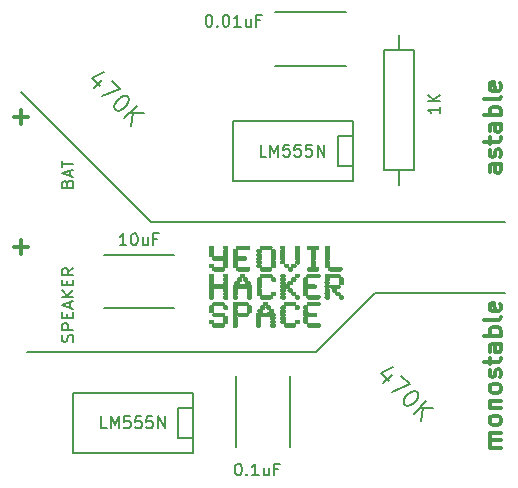
<source format=gbr>
G04 #@! TF.FileFunction,Legend,Top*
%FSLAX46Y46*%
G04 Gerber Fmt 4.6, Leading zero omitted, Abs format (unit mm)*
G04 Created by KiCad (PCBNEW (2014-11-17 BZR 5289)-product) date Wed 28 Oct 2015 01:57:00 PM EDT*
%MOMM*%
G01*
G04 APERTURE LIST*
%ADD10C,0.100000*%
%ADD11C,0.300000*%
%ADD12C,0.200000*%
%ADD13C,0.150000*%
G04 APERTURE END LIST*
D10*
D11*
X232678571Y-93107143D02*
X231892857Y-93107143D01*
X231750000Y-93178572D01*
X231678571Y-93321429D01*
X231678571Y-93607143D01*
X231750000Y-93750000D01*
X232607143Y-93107143D02*
X232678571Y-93250000D01*
X232678571Y-93607143D01*
X232607143Y-93750000D01*
X232464286Y-93821429D01*
X232321429Y-93821429D01*
X232178571Y-93750000D01*
X232107143Y-93607143D01*
X232107143Y-93250000D01*
X232035714Y-93107143D01*
X232607143Y-92464286D02*
X232678571Y-92321429D01*
X232678571Y-92035714D01*
X232607143Y-91892857D01*
X232464286Y-91821429D01*
X232392857Y-91821429D01*
X232250000Y-91892857D01*
X232178571Y-92035714D01*
X232178571Y-92250000D01*
X232107143Y-92392857D01*
X231964286Y-92464286D01*
X231892857Y-92464286D01*
X231750000Y-92392857D01*
X231678571Y-92250000D01*
X231678571Y-92035714D01*
X231750000Y-91892857D01*
X231678571Y-91392857D02*
X231678571Y-90821428D01*
X231178571Y-91178571D02*
X232464286Y-91178571D01*
X232607143Y-91107143D01*
X232678571Y-90964285D01*
X232678571Y-90821428D01*
X232678571Y-89678571D02*
X231892857Y-89678571D01*
X231750000Y-89750000D01*
X231678571Y-89892857D01*
X231678571Y-90178571D01*
X231750000Y-90321428D01*
X232607143Y-89678571D02*
X232678571Y-89821428D01*
X232678571Y-90178571D01*
X232607143Y-90321428D01*
X232464286Y-90392857D01*
X232321429Y-90392857D01*
X232178571Y-90321428D01*
X232107143Y-90178571D01*
X232107143Y-89821428D01*
X232035714Y-89678571D01*
X232678571Y-88964285D02*
X231178571Y-88964285D01*
X231750000Y-88964285D02*
X231678571Y-88821428D01*
X231678571Y-88535714D01*
X231750000Y-88392857D01*
X231821429Y-88321428D01*
X231964286Y-88249999D01*
X232392857Y-88249999D01*
X232535714Y-88321428D01*
X232607143Y-88392857D01*
X232678571Y-88535714D01*
X232678571Y-88821428D01*
X232607143Y-88964285D01*
X232678571Y-87392856D02*
X232607143Y-87535714D01*
X232464286Y-87607142D01*
X231178571Y-87607142D01*
X232607143Y-86250000D02*
X232678571Y-86392857D01*
X232678571Y-86678571D01*
X232607143Y-86821428D01*
X232464286Y-86892857D01*
X231892857Y-86892857D01*
X231750000Y-86821428D01*
X231678571Y-86678571D01*
X231678571Y-86392857D01*
X231750000Y-86250000D01*
X231892857Y-86178571D01*
X232035714Y-86178571D01*
X232178571Y-86892857D01*
X232678571Y-117107143D02*
X231678571Y-117107143D01*
X231821429Y-117107143D02*
X231750000Y-117035715D01*
X231678571Y-116892857D01*
X231678571Y-116678572D01*
X231750000Y-116535715D01*
X231892857Y-116464286D01*
X232678571Y-116464286D01*
X231892857Y-116464286D02*
X231750000Y-116392857D01*
X231678571Y-116250000D01*
X231678571Y-116035715D01*
X231750000Y-115892857D01*
X231892857Y-115821429D01*
X232678571Y-115821429D01*
X232678571Y-114892857D02*
X232607143Y-115035715D01*
X232535714Y-115107143D01*
X232392857Y-115178572D01*
X231964286Y-115178572D01*
X231821429Y-115107143D01*
X231750000Y-115035715D01*
X231678571Y-114892857D01*
X231678571Y-114678572D01*
X231750000Y-114535715D01*
X231821429Y-114464286D01*
X231964286Y-114392857D01*
X232392857Y-114392857D01*
X232535714Y-114464286D01*
X232607143Y-114535715D01*
X232678571Y-114678572D01*
X232678571Y-114892857D01*
X231678571Y-113750000D02*
X232678571Y-113750000D01*
X231821429Y-113750000D02*
X231750000Y-113678572D01*
X231678571Y-113535714D01*
X231678571Y-113321429D01*
X231750000Y-113178572D01*
X231892857Y-113107143D01*
X232678571Y-113107143D01*
X232678571Y-112178571D02*
X232607143Y-112321429D01*
X232535714Y-112392857D01*
X232392857Y-112464286D01*
X231964286Y-112464286D01*
X231821429Y-112392857D01*
X231750000Y-112321429D01*
X231678571Y-112178571D01*
X231678571Y-111964286D01*
X231750000Y-111821429D01*
X231821429Y-111750000D01*
X231964286Y-111678571D01*
X232392857Y-111678571D01*
X232535714Y-111750000D01*
X232607143Y-111821429D01*
X232678571Y-111964286D01*
X232678571Y-112178571D01*
X232607143Y-111107143D02*
X232678571Y-110964286D01*
X232678571Y-110678571D01*
X232607143Y-110535714D01*
X232464286Y-110464286D01*
X232392857Y-110464286D01*
X232250000Y-110535714D01*
X232178571Y-110678571D01*
X232178571Y-110892857D01*
X232107143Y-111035714D01*
X231964286Y-111107143D01*
X231892857Y-111107143D01*
X231750000Y-111035714D01*
X231678571Y-110892857D01*
X231678571Y-110678571D01*
X231750000Y-110535714D01*
X231678571Y-110035714D02*
X231678571Y-109464285D01*
X231178571Y-109821428D02*
X232464286Y-109821428D01*
X232607143Y-109750000D01*
X232678571Y-109607142D01*
X232678571Y-109464285D01*
X232678571Y-108321428D02*
X231892857Y-108321428D01*
X231750000Y-108392857D01*
X231678571Y-108535714D01*
X231678571Y-108821428D01*
X231750000Y-108964285D01*
X232607143Y-108321428D02*
X232678571Y-108464285D01*
X232678571Y-108821428D01*
X232607143Y-108964285D01*
X232464286Y-109035714D01*
X232321429Y-109035714D01*
X232178571Y-108964285D01*
X232107143Y-108821428D01*
X232107143Y-108464285D01*
X232035714Y-108321428D01*
X232678571Y-107607142D02*
X231178571Y-107607142D01*
X231750000Y-107607142D02*
X231678571Y-107464285D01*
X231678571Y-107178571D01*
X231750000Y-107035714D01*
X231821429Y-106964285D01*
X231964286Y-106892856D01*
X232392857Y-106892856D01*
X232535714Y-106964285D01*
X232607143Y-107035714D01*
X232678571Y-107178571D01*
X232678571Y-107464285D01*
X232607143Y-107607142D01*
X232678571Y-106035713D02*
X232607143Y-106178571D01*
X232464286Y-106249999D01*
X231178571Y-106249999D01*
X232607143Y-104892857D02*
X232678571Y-105035714D01*
X232678571Y-105321428D01*
X232607143Y-105464285D01*
X232464286Y-105535714D01*
X231892857Y-105535714D01*
X231750000Y-105464285D01*
X231678571Y-105321428D01*
X231678571Y-105035714D01*
X231750000Y-104892857D01*
X231892857Y-104821428D01*
X232035714Y-104821428D01*
X232178571Y-105535714D01*
X191428572Y-100107143D02*
X192571429Y-100107143D01*
X192000000Y-100678571D02*
X192000000Y-99535714D01*
X191428572Y-89107143D02*
X192571429Y-89107143D01*
X192000000Y-89678571D02*
X192000000Y-88535714D01*
D12*
X217000000Y-109000000D02*
X192500000Y-109000000D01*
X222000000Y-104000000D02*
X217000000Y-109000000D01*
X233000000Y-104000000D02*
X222000000Y-104000000D01*
X203000000Y-98000000D02*
X207500000Y-98000000D01*
X192000000Y-87000000D02*
X203000000Y-98000000D01*
X233000000Y-98000000D02*
X207500000Y-98000000D01*
D13*
X206580000Y-116270000D02*
X205310000Y-116270000D01*
X205310000Y-116270000D02*
X205310000Y-113730000D01*
X205310000Y-113730000D02*
X206580000Y-113730000D01*
X206580000Y-117540000D02*
X196420000Y-117540000D01*
X196420000Y-117540000D02*
X196420000Y-112460000D01*
X196420000Y-112460000D02*
X206580000Y-112460000D01*
X206580000Y-112460000D02*
X206580000Y-117540000D01*
X220080000Y-93270000D02*
X218810000Y-93270000D01*
X218810000Y-93270000D02*
X218810000Y-90730000D01*
X218810000Y-90730000D02*
X220080000Y-90730000D01*
X220080000Y-94540000D02*
X209920000Y-94540000D01*
X209920000Y-94540000D02*
X209920000Y-89460000D01*
X209920000Y-89460000D02*
X220080000Y-89460000D01*
X220080000Y-89460000D02*
X220080000Y-94540000D01*
X213500000Y-80250000D02*
X219500000Y-80250000D01*
X219500000Y-84750000D02*
X213500000Y-84750000D01*
X210250000Y-117000000D02*
X210250000Y-111000000D01*
X214750000Y-111000000D02*
X214750000Y-117000000D01*
X205000000Y-105250000D02*
X199000000Y-105250000D01*
X199000000Y-100750000D02*
X205000000Y-100750000D01*
X222730000Y-93580000D02*
X225270000Y-93580000D01*
X225270000Y-93580000D02*
X225270000Y-83420000D01*
X225270000Y-83420000D02*
X222730000Y-83420000D01*
X222730000Y-83420000D02*
X222730000Y-93580000D01*
X224000000Y-82150000D02*
X224000000Y-83420000D01*
X224000000Y-94850000D02*
X224000000Y-93580000D01*
D10*
G36*
X211201021Y-104897032D02*
X211196556Y-104942339D01*
X211182958Y-104978977D01*
X211159922Y-105007386D01*
X211127143Y-105028006D01*
X211104596Y-105036262D01*
X211096488Y-105038220D01*
X211085735Y-105039902D01*
X211071400Y-105041328D01*
X211052548Y-105042518D01*
X211028243Y-105043491D01*
X210997549Y-105044268D01*
X210959531Y-105044868D01*
X210913253Y-105045312D01*
X210857779Y-105045619D01*
X210792173Y-105045810D01*
X210715500Y-105045903D01*
X210650673Y-105045922D01*
X210564137Y-105045910D01*
X210489510Y-105045928D01*
X210426001Y-105046058D01*
X210372819Y-105046381D01*
X210329173Y-105046978D01*
X210294271Y-105047932D01*
X210267322Y-105049322D01*
X210247536Y-105051231D01*
X210234122Y-105053740D01*
X210226288Y-105056930D01*
X210223243Y-105060884D01*
X210224197Y-105065681D01*
X210228358Y-105071404D01*
X210234934Y-105078134D01*
X210243136Y-105085952D01*
X210244918Y-105087669D01*
X210271657Y-105119284D01*
X210287236Y-105152803D01*
X210293110Y-105191597D01*
X210293250Y-105199651D01*
X210287951Y-105244257D01*
X210272361Y-105282350D01*
X210246938Y-105313027D01*
X210228737Y-105326531D01*
X210212038Y-105337711D01*
X210200875Y-105346761D01*
X210198000Y-105350689D01*
X210202693Y-105357504D01*
X210214022Y-105366901D01*
X210214400Y-105367165D01*
X210248288Y-105393337D01*
X210271528Y-105418630D01*
X210285608Y-105445898D01*
X210292016Y-105477993D01*
X210292304Y-105516531D01*
X210287810Y-105553119D01*
X210277191Y-105581342D01*
X210258366Y-105604846D01*
X210229254Y-105627279D01*
X210229016Y-105627437D01*
X210212340Y-105639393D01*
X210201081Y-105649276D01*
X210198000Y-105653906D01*
X210202705Y-105661401D01*
X210214044Y-105671121D01*
X210214271Y-105671281D01*
X210247123Y-105696470D01*
X210269765Y-105720094D01*
X210283865Y-105745065D01*
X210291091Y-105774299D01*
X210293110Y-105808963D01*
X210290154Y-105848809D01*
X210280030Y-105880217D01*
X210261286Y-105906064D01*
X210232467Y-105929229D01*
X210232316Y-105929329D01*
X210214840Y-105942183D01*
X210203079Y-105953318D01*
X210199603Y-105960193D01*
X210205913Y-105967554D01*
X210219720Y-105978756D01*
X210233356Y-105988253D01*
X210258884Y-106009218D01*
X210277933Y-106033164D01*
X210279420Y-106035771D01*
X210286824Y-106051154D01*
X210291015Y-106066206D01*
X210292633Y-106085018D01*
X210292315Y-106111678D01*
X210292120Y-106117142D01*
X210288545Y-106155329D01*
X210280091Y-106184248D01*
X210265216Y-106206856D01*
X210242379Y-106226110D01*
X210231808Y-106232853D01*
X210215994Y-106244069D01*
X210206069Y-106254348D01*
X210204350Y-106258571D01*
X210208899Y-106266981D01*
X210220866Y-106280460D01*
X210237728Y-106296187D01*
X210238932Y-106297219D01*
X210265378Y-106323401D01*
X210282229Y-106350172D01*
X210290869Y-106380947D01*
X210292683Y-106419143D01*
X210292303Y-106428898D01*
X210287827Y-106464042D01*
X210277121Y-106491927D01*
X210258208Y-106515923D01*
X210229113Y-106539399D01*
X210226384Y-106541288D01*
X210210586Y-106553451D01*
X210200342Y-106563869D01*
X210198136Y-106568389D01*
X210203030Y-106575697D01*
X210215714Y-106587468D01*
X210233017Y-106600839D01*
X210262969Y-106626828D01*
X210281907Y-106655366D01*
X210291346Y-106689429D01*
X210293110Y-106718975D01*
X210288347Y-106763194D01*
X210274177Y-106799089D01*
X210250276Y-106827186D01*
X210216325Y-106848013D01*
X210213788Y-106849117D01*
X210194139Y-106854501D01*
X210165619Y-106858646D01*
X210132012Y-106861373D01*
X210097104Y-106862503D01*
X210064679Y-106861858D01*
X210038521Y-106859259D01*
X210031106Y-106857746D01*
X209989149Y-106841702D01*
X209956564Y-106817292D01*
X209933821Y-106785119D01*
X209921391Y-106745790D01*
X209919083Y-106714010D01*
X209923533Y-106671723D01*
X209936234Y-106638189D01*
X209958075Y-106611837D01*
X209988172Y-106591985D01*
X210005073Y-106580968D01*
X210013257Y-106570353D01*
X210013620Y-106567956D01*
X210008555Y-106558824D01*
X209995622Y-106546135D01*
X209980708Y-106534822D01*
X209949865Y-106508563D01*
X209930070Y-106478206D01*
X209920211Y-106441602D01*
X209918600Y-106414789D01*
X209922671Y-106373045D01*
X209935620Y-106339163D01*
X209958548Y-106310986D01*
X209980282Y-106294063D01*
X209997622Y-106281341D01*
X210009693Y-106270368D01*
X210013620Y-106264264D01*
X210009043Y-106255585D01*
X209997704Y-106245346D01*
X209997578Y-106245257D01*
X209964549Y-106219868D01*
X209941802Y-106195983D01*
X209927687Y-106170767D01*
X209920553Y-106141382D01*
X209918739Y-106109739D01*
X209922962Y-106068275D01*
X209936626Y-106034288D01*
X209960762Y-106005759D01*
X209979209Y-105991434D01*
X209996364Y-105978592D01*
X210008564Y-105967403D01*
X210012597Y-105961584D01*
X210008780Y-105953835D01*
X209996915Y-105942362D01*
X209984022Y-105932747D01*
X209954240Y-105909142D01*
X209934623Y-105883905D01*
X209923511Y-105853862D01*
X209919245Y-105815836D01*
X209919083Y-105808519D01*
X209924289Y-105765355D01*
X209940504Y-105727254D01*
X209966935Y-105695757D01*
X209983400Y-105683186D01*
X209999742Y-105671752D01*
X210010697Y-105662733D01*
X210013503Y-105659110D01*
X210008986Y-105653298D01*
X209996801Y-105642395D01*
X209979568Y-105628739D01*
X209979235Y-105628488D01*
X209949639Y-105601868D01*
X209930750Y-105573317D01*
X209921004Y-105539638D01*
X209918739Y-105504847D01*
X209922710Y-105462575D01*
X209933984Y-105428189D01*
X209952034Y-105403072D01*
X209959791Y-105396771D01*
X209976589Y-105384346D01*
X209994728Y-105369887D01*
X209996451Y-105368446D01*
X210015980Y-105352008D01*
X209979392Y-105325039D01*
X209949465Y-105298663D01*
X209930508Y-105270378D01*
X209920863Y-105236921D01*
X209918739Y-105205696D01*
X209923495Y-105160987D01*
X209938511Y-105123411D01*
X209964396Y-105091864D01*
X209993539Y-105070103D01*
X210006512Y-105059883D01*
X210012575Y-105050654D01*
X210012589Y-105048867D01*
X210006591Y-105041124D01*
X209993011Y-105029558D01*
X209978925Y-105019490D01*
X209948837Y-104992307D01*
X209928581Y-104957927D01*
X209918530Y-104917611D01*
X209919059Y-104872619D01*
X209925648Y-104840010D01*
X209937689Y-104815137D01*
X209958244Y-104790485D01*
X209983597Y-104769690D01*
X210010032Y-104756388D01*
X210011635Y-104755888D01*
X210023215Y-104754338D01*
X210046245Y-104752952D01*
X210079556Y-104751731D01*
X210121975Y-104750672D01*
X210172332Y-104749774D01*
X210229457Y-104749035D01*
X210292179Y-104748455D01*
X210359326Y-104748032D01*
X210429729Y-104747764D01*
X210502216Y-104747650D01*
X210575616Y-104747689D01*
X210648760Y-104747879D01*
X210720475Y-104748220D01*
X210789592Y-104748709D01*
X210854939Y-104749345D01*
X210915346Y-104750127D01*
X210969642Y-104751053D01*
X211016656Y-104752123D01*
X211055218Y-104753334D01*
X211084156Y-104754686D01*
X211102301Y-104756176D01*
X211107650Y-104757181D01*
X211145840Y-104776112D01*
X211173821Y-104802289D01*
X211191877Y-104836136D01*
X211200291Y-104878076D01*
X211201021Y-104897032D01*
X211201021Y-104897032D01*
X211201021Y-104897032D01*
G37*
X211201021Y-104897032D02*
X211196556Y-104942339D01*
X211182958Y-104978977D01*
X211159922Y-105007386D01*
X211127143Y-105028006D01*
X211104596Y-105036262D01*
X211096488Y-105038220D01*
X211085735Y-105039902D01*
X211071400Y-105041328D01*
X211052548Y-105042518D01*
X211028243Y-105043491D01*
X210997549Y-105044268D01*
X210959531Y-105044868D01*
X210913253Y-105045312D01*
X210857779Y-105045619D01*
X210792173Y-105045810D01*
X210715500Y-105045903D01*
X210650673Y-105045922D01*
X210564137Y-105045910D01*
X210489510Y-105045928D01*
X210426001Y-105046058D01*
X210372819Y-105046381D01*
X210329173Y-105046978D01*
X210294271Y-105047932D01*
X210267322Y-105049322D01*
X210247536Y-105051231D01*
X210234122Y-105053740D01*
X210226288Y-105056930D01*
X210223243Y-105060884D01*
X210224197Y-105065681D01*
X210228358Y-105071404D01*
X210234934Y-105078134D01*
X210243136Y-105085952D01*
X210244918Y-105087669D01*
X210271657Y-105119284D01*
X210287236Y-105152803D01*
X210293110Y-105191597D01*
X210293250Y-105199651D01*
X210287951Y-105244257D01*
X210272361Y-105282350D01*
X210246938Y-105313027D01*
X210228737Y-105326531D01*
X210212038Y-105337711D01*
X210200875Y-105346761D01*
X210198000Y-105350689D01*
X210202693Y-105357504D01*
X210214022Y-105366901D01*
X210214400Y-105367165D01*
X210248288Y-105393337D01*
X210271528Y-105418630D01*
X210285608Y-105445898D01*
X210292016Y-105477993D01*
X210292304Y-105516531D01*
X210287810Y-105553119D01*
X210277191Y-105581342D01*
X210258366Y-105604846D01*
X210229254Y-105627279D01*
X210229016Y-105627437D01*
X210212340Y-105639393D01*
X210201081Y-105649276D01*
X210198000Y-105653906D01*
X210202705Y-105661401D01*
X210214044Y-105671121D01*
X210214271Y-105671281D01*
X210247123Y-105696470D01*
X210269765Y-105720094D01*
X210283865Y-105745065D01*
X210291091Y-105774299D01*
X210293110Y-105808963D01*
X210290154Y-105848809D01*
X210280030Y-105880217D01*
X210261286Y-105906064D01*
X210232467Y-105929229D01*
X210232316Y-105929329D01*
X210214840Y-105942183D01*
X210203079Y-105953318D01*
X210199603Y-105960193D01*
X210205913Y-105967554D01*
X210219720Y-105978756D01*
X210233356Y-105988253D01*
X210258884Y-106009218D01*
X210277933Y-106033164D01*
X210279420Y-106035771D01*
X210286824Y-106051154D01*
X210291015Y-106066206D01*
X210292633Y-106085018D01*
X210292315Y-106111678D01*
X210292120Y-106117142D01*
X210288545Y-106155329D01*
X210280091Y-106184248D01*
X210265216Y-106206856D01*
X210242379Y-106226110D01*
X210231808Y-106232853D01*
X210215994Y-106244069D01*
X210206069Y-106254348D01*
X210204350Y-106258571D01*
X210208899Y-106266981D01*
X210220866Y-106280460D01*
X210237728Y-106296187D01*
X210238932Y-106297219D01*
X210265378Y-106323401D01*
X210282229Y-106350172D01*
X210290869Y-106380947D01*
X210292683Y-106419143D01*
X210292303Y-106428898D01*
X210287827Y-106464042D01*
X210277121Y-106491927D01*
X210258208Y-106515923D01*
X210229113Y-106539399D01*
X210226384Y-106541288D01*
X210210586Y-106553451D01*
X210200342Y-106563869D01*
X210198136Y-106568389D01*
X210203030Y-106575697D01*
X210215714Y-106587468D01*
X210233017Y-106600839D01*
X210262969Y-106626828D01*
X210281907Y-106655366D01*
X210291346Y-106689429D01*
X210293110Y-106718975D01*
X210288347Y-106763194D01*
X210274177Y-106799089D01*
X210250276Y-106827186D01*
X210216325Y-106848013D01*
X210213788Y-106849117D01*
X210194139Y-106854501D01*
X210165619Y-106858646D01*
X210132012Y-106861373D01*
X210097104Y-106862503D01*
X210064679Y-106861858D01*
X210038521Y-106859259D01*
X210031106Y-106857746D01*
X209989149Y-106841702D01*
X209956564Y-106817292D01*
X209933821Y-106785119D01*
X209921391Y-106745790D01*
X209919083Y-106714010D01*
X209923533Y-106671723D01*
X209936234Y-106638189D01*
X209958075Y-106611837D01*
X209988172Y-106591985D01*
X210005073Y-106580968D01*
X210013257Y-106570353D01*
X210013620Y-106567956D01*
X210008555Y-106558824D01*
X209995622Y-106546135D01*
X209980708Y-106534822D01*
X209949865Y-106508563D01*
X209930070Y-106478206D01*
X209920211Y-106441602D01*
X209918600Y-106414789D01*
X209922671Y-106373045D01*
X209935620Y-106339163D01*
X209958548Y-106310986D01*
X209980282Y-106294063D01*
X209997622Y-106281341D01*
X210009693Y-106270368D01*
X210013620Y-106264264D01*
X210009043Y-106255585D01*
X209997704Y-106245346D01*
X209997578Y-106245257D01*
X209964549Y-106219868D01*
X209941802Y-106195983D01*
X209927687Y-106170767D01*
X209920553Y-106141382D01*
X209918739Y-106109739D01*
X209922962Y-106068275D01*
X209936626Y-106034288D01*
X209960762Y-106005759D01*
X209979209Y-105991434D01*
X209996364Y-105978592D01*
X210008564Y-105967403D01*
X210012597Y-105961584D01*
X210008780Y-105953835D01*
X209996915Y-105942362D01*
X209984022Y-105932747D01*
X209954240Y-105909142D01*
X209934623Y-105883905D01*
X209923511Y-105853862D01*
X209919245Y-105815836D01*
X209919083Y-105808519D01*
X209924289Y-105765355D01*
X209940504Y-105727254D01*
X209966935Y-105695757D01*
X209983400Y-105683186D01*
X209999742Y-105671752D01*
X210010697Y-105662733D01*
X210013503Y-105659110D01*
X210008986Y-105653298D01*
X209996801Y-105642395D01*
X209979568Y-105628739D01*
X209979235Y-105628488D01*
X209949639Y-105601868D01*
X209930750Y-105573317D01*
X209921004Y-105539638D01*
X209918739Y-105504847D01*
X209922710Y-105462575D01*
X209933984Y-105428189D01*
X209952034Y-105403072D01*
X209959791Y-105396771D01*
X209976589Y-105384346D01*
X209994728Y-105369887D01*
X209996451Y-105368446D01*
X210015980Y-105352008D01*
X209979392Y-105325039D01*
X209949465Y-105298663D01*
X209930508Y-105270378D01*
X209920863Y-105236921D01*
X209918739Y-105205696D01*
X209923495Y-105160987D01*
X209938511Y-105123411D01*
X209964396Y-105091864D01*
X209993539Y-105070103D01*
X210006512Y-105059883D01*
X210012575Y-105050654D01*
X210012589Y-105048867D01*
X210006591Y-105041124D01*
X209993011Y-105029558D01*
X209978925Y-105019490D01*
X209948837Y-104992307D01*
X209928581Y-104957927D01*
X209918530Y-104917611D01*
X209919059Y-104872619D01*
X209925648Y-104840010D01*
X209937689Y-104815137D01*
X209958244Y-104790485D01*
X209983597Y-104769690D01*
X210010032Y-104756388D01*
X210011635Y-104755888D01*
X210023215Y-104754338D01*
X210046245Y-104752952D01*
X210079556Y-104751731D01*
X210121975Y-104750672D01*
X210172332Y-104749774D01*
X210229457Y-104749035D01*
X210292179Y-104748455D01*
X210359326Y-104748032D01*
X210429729Y-104747764D01*
X210502216Y-104747650D01*
X210575616Y-104747689D01*
X210648760Y-104747879D01*
X210720475Y-104748220D01*
X210789592Y-104748709D01*
X210854939Y-104749345D01*
X210915346Y-104750127D01*
X210969642Y-104751053D01*
X211016656Y-104752123D01*
X211055218Y-104753334D01*
X211084156Y-104754686D01*
X211102301Y-104756176D01*
X211107650Y-104757181D01*
X211145840Y-104776112D01*
X211173821Y-104802289D01*
X211191877Y-104836136D01*
X211200291Y-104878076D01*
X211201021Y-104897032D01*
X211201021Y-104897032D01*
G36*
X213480950Y-106414823D02*
X213477792Y-106453877D01*
X213467170Y-106485343D01*
X213447361Y-106512677D01*
X213420222Y-106536625D01*
X213385377Y-106563333D01*
X213401245Y-106576004D01*
X213417587Y-106588886D01*
X213435567Y-106602838D01*
X213436534Y-106603581D01*
X213459558Y-106627363D01*
X213473916Y-106657532D01*
X213480318Y-106695843D01*
X213480810Y-106713554D01*
X213476601Y-106758720D01*
X213464001Y-106795390D01*
X213442603Y-106823863D01*
X213412000Y-106844438D01*
X213371784Y-106857415D01*
X213321548Y-106863092D01*
X213277512Y-106862760D01*
X213236715Y-106859714D01*
X213205629Y-106854279D01*
X213181337Y-106845392D01*
X213160919Y-106831991D01*
X213141796Y-106813392D01*
X213119536Y-106780016D01*
X213108054Y-106742670D01*
X213107059Y-106703590D01*
X213116257Y-106665013D01*
X213135357Y-106629176D01*
X213164065Y-106598316D01*
X213170606Y-106593181D01*
X213187016Y-106579809D01*
X213198236Y-106568472D01*
X213201550Y-106562641D01*
X213196591Y-106555385D01*
X213183787Y-106544466D01*
X213171046Y-106535620D01*
X213141446Y-106511092D01*
X213121578Y-106480824D01*
X213110405Y-106442926D01*
X213107723Y-106420072D01*
X213109689Y-106375593D01*
X213122409Y-106337782D01*
X213145834Y-106306740D01*
X213170086Y-106288154D01*
X213187101Y-106276347D01*
X213198526Y-106265814D01*
X213201550Y-106260329D01*
X213196662Y-106252551D01*
X213183920Y-106240719D01*
X213168163Y-106228877D01*
X213139570Y-106205697D01*
X213121313Y-106181109D01*
X213111229Y-106151453D01*
X213107977Y-106127023D01*
X213107822Y-106087006D01*
X213115438Y-106053803D01*
X213132247Y-106023252D01*
X213151382Y-105999967D01*
X213166293Y-105982340D01*
X213176337Y-105967807D01*
X213179657Y-105959120D01*
X213179430Y-105958440D01*
X213172355Y-105957044D01*
X213152933Y-105955817D01*
X213121120Y-105954760D01*
X213076871Y-105953871D01*
X213020140Y-105953150D01*
X212950883Y-105952597D01*
X212869055Y-105952210D01*
X212774610Y-105951990D01*
X212686625Y-105951933D01*
X212593254Y-105951912D01*
X212511838Y-105951896D01*
X212441636Y-105951960D01*
X212381904Y-105952176D01*
X212331897Y-105952619D01*
X212290874Y-105953360D01*
X212258090Y-105954474D01*
X212232803Y-105956034D01*
X212214268Y-105958113D01*
X212201743Y-105960785D01*
X212194483Y-105964122D01*
X212191747Y-105968199D01*
X212192789Y-105973088D01*
X212196868Y-105978862D01*
X212203239Y-105985596D01*
X212211159Y-105993363D01*
X212216139Y-105998337D01*
X212241031Y-106028979D01*
X212255599Y-106061223D01*
X212261452Y-106099079D01*
X212261750Y-106111949D01*
X212257191Y-106153945D01*
X212242982Y-106188417D01*
X212218320Y-106216928D01*
X212201425Y-106229702D01*
X212184509Y-106242192D01*
X212172992Y-106253014D01*
X212169675Y-106258699D01*
X212174300Y-106266319D01*
X212186461Y-106278950D01*
X212203582Y-106293934D01*
X212204600Y-106294760D01*
X212231869Y-106319624D01*
X212249205Y-106343637D01*
X212258478Y-106370622D01*
X212261558Y-106404402D01*
X212261600Y-106411275D01*
X212258609Y-106451144D01*
X212248851Y-106482697D01*
X212230756Y-106509181D01*
X212202752Y-106533842D01*
X212202022Y-106534381D01*
X212184328Y-106548190D01*
X212171603Y-106559584D01*
X212166507Y-106566174D01*
X212166500Y-106566298D01*
X212171646Y-106572150D01*
X212184986Y-106581447D01*
X212199450Y-106589857D01*
X212228112Y-106609906D01*
X212247352Y-106634900D01*
X212258215Y-106666847D01*
X212261746Y-106707751D01*
X212261750Y-106709328D01*
X212257452Y-106754301D01*
X212244170Y-106790876D01*
X212221323Y-106820156D01*
X212192301Y-106841072D01*
X212176373Y-106849560D01*
X212162297Y-106855240D01*
X212146751Y-106858767D01*
X212126410Y-106860796D01*
X212097952Y-106861981D01*
X212084351Y-106862346D01*
X212040724Y-106862463D01*
X212007984Y-106860252D01*
X211984511Y-106855596D01*
X211983083Y-106855147D01*
X211947114Y-106837164D01*
X211918620Y-106809838D01*
X211898692Y-106774779D01*
X211888420Y-106733598D01*
X211887239Y-106713603D01*
X211891447Y-106669843D01*
X211904895Y-106634160D01*
X211928314Y-106605229D01*
X211958603Y-106583819D01*
X211972746Y-106574243D01*
X211980103Y-106565976D01*
X211980401Y-106563684D01*
X211974486Y-106556564D01*
X211961326Y-106544830D01*
X211946946Y-106533457D01*
X211917166Y-106506308D01*
X211898326Y-106476671D01*
X211888954Y-106441547D01*
X211887239Y-106411862D01*
X211889391Y-106375521D01*
X211896712Y-106346405D01*
X211910876Y-106321566D01*
X211933561Y-106298054D01*
X211966078Y-106273177D01*
X211977408Y-106263947D01*
X211982211Y-106257441D01*
X211982213Y-106257337D01*
X211977362Y-106251670D01*
X211964782Y-106241112D01*
X211947332Y-106228047D01*
X211918623Y-106203854D01*
X211900068Y-106178214D01*
X211890275Y-106148082D01*
X211887849Y-106110415D01*
X211888251Y-106099040D01*
X211892423Y-106059606D01*
X211901351Y-106029502D01*
X211916511Y-106005817D01*
X211939375Y-105985638D01*
X211948900Y-105979229D01*
X211966218Y-105967222D01*
X211977829Y-105957322D01*
X211981145Y-105952001D01*
X211975164Y-105945849D01*
X211961665Y-105935399D01*
X211947425Y-105925513D01*
X211917135Y-105899531D01*
X211897687Y-105868362D01*
X211888284Y-105830448D01*
X211887100Y-105807833D01*
X211890009Y-105770167D01*
X211899871Y-105739358D01*
X211918385Y-105710730D01*
X211925391Y-105702421D01*
X211951992Y-105678121D01*
X211982705Y-105662458D01*
X212020726Y-105653982D01*
X212035323Y-105652523D01*
X212058101Y-105649992D01*
X212075937Y-105646578D01*
X212084920Y-105643048D01*
X212084304Y-105635037D01*
X212073801Y-105620459D01*
X212061912Y-105607823D01*
X212036952Y-105578935D01*
X212021979Y-105550364D01*
X212015167Y-105517768D01*
X212014239Y-105494379D01*
X212019652Y-105451430D01*
X212034872Y-105414257D01*
X212058848Y-105384368D01*
X212090529Y-105363275D01*
X212110568Y-105356046D01*
X212133129Y-105352187D01*
X212163980Y-105349784D01*
X212199046Y-105348848D01*
X212234249Y-105349392D01*
X212265513Y-105351426D01*
X212288763Y-105354964D01*
X212290933Y-105355521D01*
X212324188Y-105369384D01*
X212352744Y-105390217D01*
X212373249Y-105415334D01*
X212378276Y-105425549D01*
X212385159Y-105452063D01*
X212388268Y-105484479D01*
X212387545Y-105517572D01*
X212382933Y-105546119D01*
X212379709Y-105555770D01*
X212370206Y-105572652D01*
X212355496Y-105592859D01*
X212344784Y-105605377D01*
X212328224Y-105624426D01*
X212320654Y-105636881D01*
X212321594Y-105644591D01*
X212330565Y-105649406D01*
X212333187Y-105650160D01*
X212343466Y-105651209D01*
X212364855Y-105652091D01*
X212395900Y-105652811D01*
X212435148Y-105653374D01*
X212481147Y-105653783D01*
X212532444Y-105654044D01*
X212587584Y-105654161D01*
X212645116Y-105654139D01*
X212703586Y-105653982D01*
X212761541Y-105653694D01*
X212817529Y-105653281D01*
X212870095Y-105652746D01*
X212917787Y-105652095D01*
X212959152Y-105651332D01*
X212992737Y-105650460D01*
X213017089Y-105649486D01*
X213030755Y-105648413D01*
X213032861Y-105647974D01*
X213045761Y-105640300D01*
X213047486Y-105630509D01*
X213037853Y-105617483D01*
X213026253Y-105607414D01*
X213001069Y-105580029D01*
X212985649Y-105545409D01*
X212979678Y-105502802D01*
X212979578Y-105495760D01*
X212984451Y-105450659D01*
X212998945Y-105413469D01*
X213022874Y-105384514D01*
X213055500Y-105364351D01*
X213092130Y-105353465D01*
X213135599Y-105348089D01*
X213181992Y-105348058D01*
X213227391Y-105353210D01*
X213267878Y-105363379D01*
X213292780Y-105374265D01*
X213320437Y-105393319D01*
X213338885Y-105415540D01*
X213349499Y-105443564D01*
X213353653Y-105480023D01*
X213353845Y-105491322D01*
X213352303Y-105526219D01*
X213346319Y-105553214D01*
X213334114Y-105576795D01*
X213313909Y-105601452D01*
X213307513Y-105608193D01*
X213293166Y-105624460D01*
X213287706Y-105635862D01*
X213292039Y-105643671D01*
X213307072Y-105649161D01*
X213333709Y-105653605D01*
X213340449Y-105654472D01*
X213374915Y-105660300D01*
X213400826Y-105668958D01*
X213422285Y-105682289D01*
X213440940Y-105699547D01*
X213463836Y-105730222D01*
X213476840Y-105765433D01*
X213480950Y-105807833D01*
X213476624Y-105849309D01*
X213463004Y-105883059D01*
X213439124Y-105910922D01*
X213419037Y-105925860D01*
X213401581Y-105938244D01*
X213389513Y-105949015D01*
X213385700Y-105955058D01*
X213390636Y-105962265D01*
X213403560Y-105973617D01*
X213421108Y-105986268D01*
X213448845Y-106008433D01*
X213467059Y-106033171D01*
X213477179Y-106063384D01*
X213480636Y-106101976D01*
X213480671Y-106107159D01*
X213477792Y-106146975D01*
X213468112Y-106178494D01*
X213450060Y-106204966D01*
X213422068Y-106229640D01*
X213421222Y-106230265D01*
X213403601Y-106243598D01*
X213390890Y-106253873D01*
X213385714Y-106258963D01*
X213385700Y-106259046D01*
X213390353Y-106263871D01*
X213402645Y-106274230D01*
X213420073Y-106288026D01*
X213423018Y-106290295D01*
X213449910Y-106314178D01*
X213467436Y-106338822D01*
X213477203Y-106367681D01*
X213480819Y-106404209D01*
X213480950Y-106414823D01*
X213480950Y-106414823D01*
X213480950Y-106414823D01*
G37*
X213480950Y-106414823D02*
X213477792Y-106453877D01*
X213467170Y-106485343D01*
X213447361Y-106512677D01*
X213420222Y-106536625D01*
X213385377Y-106563333D01*
X213401245Y-106576004D01*
X213417587Y-106588886D01*
X213435567Y-106602838D01*
X213436534Y-106603581D01*
X213459558Y-106627363D01*
X213473916Y-106657532D01*
X213480318Y-106695843D01*
X213480810Y-106713554D01*
X213476601Y-106758720D01*
X213464001Y-106795390D01*
X213442603Y-106823863D01*
X213412000Y-106844438D01*
X213371784Y-106857415D01*
X213321548Y-106863092D01*
X213277512Y-106862760D01*
X213236715Y-106859714D01*
X213205629Y-106854279D01*
X213181337Y-106845392D01*
X213160919Y-106831991D01*
X213141796Y-106813392D01*
X213119536Y-106780016D01*
X213108054Y-106742670D01*
X213107059Y-106703590D01*
X213116257Y-106665013D01*
X213135357Y-106629176D01*
X213164065Y-106598316D01*
X213170606Y-106593181D01*
X213187016Y-106579809D01*
X213198236Y-106568472D01*
X213201550Y-106562641D01*
X213196591Y-106555385D01*
X213183787Y-106544466D01*
X213171046Y-106535620D01*
X213141446Y-106511092D01*
X213121578Y-106480824D01*
X213110405Y-106442926D01*
X213107723Y-106420072D01*
X213109689Y-106375593D01*
X213122409Y-106337782D01*
X213145834Y-106306740D01*
X213170086Y-106288154D01*
X213187101Y-106276347D01*
X213198526Y-106265814D01*
X213201550Y-106260329D01*
X213196662Y-106252551D01*
X213183920Y-106240719D01*
X213168163Y-106228877D01*
X213139570Y-106205697D01*
X213121313Y-106181109D01*
X213111229Y-106151453D01*
X213107977Y-106127023D01*
X213107822Y-106087006D01*
X213115438Y-106053803D01*
X213132247Y-106023252D01*
X213151382Y-105999967D01*
X213166293Y-105982340D01*
X213176337Y-105967807D01*
X213179657Y-105959120D01*
X213179430Y-105958440D01*
X213172355Y-105957044D01*
X213152933Y-105955817D01*
X213121120Y-105954760D01*
X213076871Y-105953871D01*
X213020140Y-105953150D01*
X212950883Y-105952597D01*
X212869055Y-105952210D01*
X212774610Y-105951990D01*
X212686625Y-105951933D01*
X212593254Y-105951912D01*
X212511838Y-105951896D01*
X212441636Y-105951960D01*
X212381904Y-105952176D01*
X212331897Y-105952619D01*
X212290874Y-105953360D01*
X212258090Y-105954474D01*
X212232803Y-105956034D01*
X212214268Y-105958113D01*
X212201743Y-105960785D01*
X212194483Y-105964122D01*
X212191747Y-105968199D01*
X212192789Y-105973088D01*
X212196868Y-105978862D01*
X212203239Y-105985596D01*
X212211159Y-105993363D01*
X212216139Y-105998337D01*
X212241031Y-106028979D01*
X212255599Y-106061223D01*
X212261452Y-106099079D01*
X212261750Y-106111949D01*
X212257191Y-106153945D01*
X212242982Y-106188417D01*
X212218320Y-106216928D01*
X212201425Y-106229702D01*
X212184509Y-106242192D01*
X212172992Y-106253014D01*
X212169675Y-106258699D01*
X212174300Y-106266319D01*
X212186461Y-106278950D01*
X212203582Y-106293934D01*
X212204600Y-106294760D01*
X212231869Y-106319624D01*
X212249205Y-106343637D01*
X212258478Y-106370622D01*
X212261558Y-106404402D01*
X212261600Y-106411275D01*
X212258609Y-106451144D01*
X212248851Y-106482697D01*
X212230756Y-106509181D01*
X212202752Y-106533842D01*
X212202022Y-106534381D01*
X212184328Y-106548190D01*
X212171603Y-106559584D01*
X212166507Y-106566174D01*
X212166500Y-106566298D01*
X212171646Y-106572150D01*
X212184986Y-106581447D01*
X212199450Y-106589857D01*
X212228112Y-106609906D01*
X212247352Y-106634900D01*
X212258215Y-106666847D01*
X212261746Y-106707751D01*
X212261750Y-106709328D01*
X212257452Y-106754301D01*
X212244170Y-106790876D01*
X212221323Y-106820156D01*
X212192301Y-106841072D01*
X212176373Y-106849560D01*
X212162297Y-106855240D01*
X212146751Y-106858767D01*
X212126410Y-106860796D01*
X212097952Y-106861981D01*
X212084351Y-106862346D01*
X212040724Y-106862463D01*
X212007984Y-106860252D01*
X211984511Y-106855596D01*
X211983083Y-106855147D01*
X211947114Y-106837164D01*
X211918620Y-106809838D01*
X211898692Y-106774779D01*
X211888420Y-106733598D01*
X211887239Y-106713603D01*
X211891447Y-106669843D01*
X211904895Y-106634160D01*
X211928314Y-106605229D01*
X211958603Y-106583819D01*
X211972746Y-106574243D01*
X211980103Y-106565976D01*
X211980401Y-106563684D01*
X211974486Y-106556564D01*
X211961326Y-106544830D01*
X211946946Y-106533457D01*
X211917166Y-106506308D01*
X211898326Y-106476671D01*
X211888954Y-106441547D01*
X211887239Y-106411862D01*
X211889391Y-106375521D01*
X211896712Y-106346405D01*
X211910876Y-106321566D01*
X211933561Y-106298054D01*
X211966078Y-106273177D01*
X211977408Y-106263947D01*
X211982211Y-106257441D01*
X211982213Y-106257337D01*
X211977362Y-106251670D01*
X211964782Y-106241112D01*
X211947332Y-106228047D01*
X211918623Y-106203854D01*
X211900068Y-106178214D01*
X211890275Y-106148082D01*
X211887849Y-106110415D01*
X211888251Y-106099040D01*
X211892423Y-106059606D01*
X211901351Y-106029502D01*
X211916511Y-106005817D01*
X211939375Y-105985638D01*
X211948900Y-105979229D01*
X211966218Y-105967222D01*
X211977829Y-105957322D01*
X211981145Y-105952001D01*
X211975164Y-105945849D01*
X211961665Y-105935399D01*
X211947425Y-105925513D01*
X211917135Y-105899531D01*
X211897687Y-105868362D01*
X211888284Y-105830448D01*
X211887100Y-105807833D01*
X211890009Y-105770167D01*
X211899871Y-105739358D01*
X211918385Y-105710730D01*
X211925391Y-105702421D01*
X211951992Y-105678121D01*
X211982705Y-105662458D01*
X212020726Y-105653982D01*
X212035323Y-105652523D01*
X212058101Y-105649992D01*
X212075937Y-105646578D01*
X212084920Y-105643048D01*
X212084304Y-105635037D01*
X212073801Y-105620459D01*
X212061912Y-105607823D01*
X212036952Y-105578935D01*
X212021979Y-105550364D01*
X212015167Y-105517768D01*
X212014239Y-105494379D01*
X212019652Y-105451430D01*
X212034872Y-105414257D01*
X212058848Y-105384368D01*
X212090529Y-105363275D01*
X212110568Y-105356046D01*
X212133129Y-105352187D01*
X212163980Y-105349784D01*
X212199046Y-105348848D01*
X212234249Y-105349392D01*
X212265513Y-105351426D01*
X212288763Y-105354964D01*
X212290933Y-105355521D01*
X212324188Y-105369384D01*
X212352744Y-105390217D01*
X212373249Y-105415334D01*
X212378276Y-105425549D01*
X212385159Y-105452063D01*
X212388268Y-105484479D01*
X212387545Y-105517572D01*
X212382933Y-105546119D01*
X212379709Y-105555770D01*
X212370206Y-105572652D01*
X212355496Y-105592859D01*
X212344784Y-105605377D01*
X212328224Y-105624426D01*
X212320654Y-105636881D01*
X212321594Y-105644591D01*
X212330565Y-105649406D01*
X212333187Y-105650160D01*
X212343466Y-105651209D01*
X212364855Y-105652091D01*
X212395900Y-105652811D01*
X212435148Y-105653374D01*
X212481147Y-105653783D01*
X212532444Y-105654044D01*
X212587584Y-105654161D01*
X212645116Y-105654139D01*
X212703586Y-105653982D01*
X212761541Y-105653694D01*
X212817529Y-105653281D01*
X212870095Y-105652746D01*
X212917787Y-105652095D01*
X212959152Y-105651332D01*
X212992737Y-105650460D01*
X213017089Y-105649486D01*
X213030755Y-105648413D01*
X213032861Y-105647974D01*
X213045761Y-105640300D01*
X213047486Y-105630509D01*
X213037853Y-105617483D01*
X213026253Y-105607414D01*
X213001069Y-105580029D01*
X212985649Y-105545409D01*
X212979678Y-105502802D01*
X212979578Y-105495760D01*
X212984451Y-105450659D01*
X212998945Y-105413469D01*
X213022874Y-105384514D01*
X213055500Y-105364351D01*
X213092130Y-105353465D01*
X213135599Y-105348089D01*
X213181992Y-105348058D01*
X213227391Y-105353210D01*
X213267878Y-105363379D01*
X213292780Y-105374265D01*
X213320437Y-105393319D01*
X213338885Y-105415540D01*
X213349499Y-105443564D01*
X213353653Y-105480023D01*
X213353845Y-105491322D01*
X213352303Y-105526219D01*
X213346319Y-105553214D01*
X213334114Y-105576795D01*
X213313909Y-105601452D01*
X213307513Y-105608193D01*
X213293166Y-105624460D01*
X213287706Y-105635862D01*
X213292039Y-105643671D01*
X213307072Y-105649161D01*
X213333709Y-105653605D01*
X213340449Y-105654472D01*
X213374915Y-105660300D01*
X213400826Y-105668958D01*
X213422285Y-105682289D01*
X213440940Y-105699547D01*
X213463836Y-105730222D01*
X213476840Y-105765433D01*
X213480950Y-105807833D01*
X213476624Y-105849309D01*
X213463004Y-105883059D01*
X213439124Y-105910922D01*
X213419037Y-105925860D01*
X213401581Y-105938244D01*
X213389513Y-105949015D01*
X213385700Y-105955058D01*
X213390636Y-105962265D01*
X213403560Y-105973617D01*
X213421108Y-105986268D01*
X213448845Y-106008433D01*
X213467059Y-106033171D01*
X213477179Y-106063384D01*
X213480636Y-106101976D01*
X213480671Y-106107159D01*
X213477792Y-106146975D01*
X213468112Y-106178494D01*
X213450060Y-106204966D01*
X213422068Y-106229640D01*
X213421222Y-106230265D01*
X213403601Y-106243598D01*
X213390890Y-106253873D01*
X213385714Y-106258963D01*
X213385700Y-106259046D01*
X213390353Y-106263871D01*
X213402645Y-106274230D01*
X213420073Y-106288026D01*
X213423018Y-106290295D01*
X213449910Y-106314178D01*
X213467436Y-106338822D01*
X213477203Y-106367681D01*
X213480819Y-106404209D01*
X213480950Y-106414823D01*
X213480950Y-106414823D01*
G36*
X209186595Y-106707905D02*
X209183005Y-106741149D01*
X209172865Y-106777210D01*
X209157785Y-106803926D01*
X209135568Y-106824324D01*
X209113408Y-106837048D01*
X209077225Y-106854777D01*
X208718450Y-106855825D01*
X208651107Y-106855927D01*
X208586794Y-106855840D01*
X208526776Y-106855580D01*
X208472317Y-106855159D01*
X208424679Y-106854593D01*
X208385128Y-106853895D01*
X208354927Y-106853079D01*
X208335341Y-106852159D01*
X208328900Y-106851511D01*
X208289437Y-106838432D01*
X208254883Y-106814717D01*
X208231141Y-106787077D01*
X208221395Y-106770115D01*
X208215637Y-106752729D01*
X208212631Y-106730191D01*
X208211651Y-106712686D01*
X208211267Y-106685046D01*
X208213375Y-106665102D01*
X208218784Y-106647990D01*
X208224351Y-106636278D01*
X208245686Y-106607259D01*
X208275376Y-106583408D01*
X208309226Y-106567941D01*
X208315692Y-106566236D01*
X208326543Y-106565172D01*
X208348868Y-106564168D01*
X208381443Y-106563243D01*
X208423040Y-106562415D01*
X208472436Y-106561703D01*
X208528404Y-106561125D01*
X208589720Y-106560700D01*
X208655157Y-106560445D01*
X208705750Y-106560378D01*
X209070875Y-106560289D01*
X209103074Y-106575249D01*
X209138997Y-106598342D01*
X209165337Y-106629074D01*
X209181426Y-106666057D01*
X209186595Y-106707905D01*
X209186595Y-106707905D01*
X209186595Y-106707905D01*
G37*
X209186595Y-106707905D02*
X209183005Y-106741149D01*
X209172865Y-106777210D01*
X209157785Y-106803926D01*
X209135568Y-106824324D01*
X209113408Y-106837048D01*
X209077225Y-106854777D01*
X208718450Y-106855825D01*
X208651107Y-106855927D01*
X208586794Y-106855840D01*
X208526776Y-106855580D01*
X208472317Y-106855159D01*
X208424679Y-106854593D01*
X208385128Y-106853895D01*
X208354927Y-106853079D01*
X208335341Y-106852159D01*
X208328900Y-106851511D01*
X208289437Y-106838432D01*
X208254883Y-106814717D01*
X208231141Y-106787077D01*
X208221395Y-106770115D01*
X208215637Y-106752729D01*
X208212631Y-106730191D01*
X208211651Y-106712686D01*
X208211267Y-106685046D01*
X208213375Y-106665102D01*
X208218784Y-106647990D01*
X208224351Y-106636278D01*
X208245686Y-106607259D01*
X208275376Y-106583408D01*
X208309226Y-106567941D01*
X208315692Y-106566236D01*
X208326543Y-106565172D01*
X208348868Y-106564168D01*
X208381443Y-106563243D01*
X208423040Y-106562415D01*
X208472436Y-106561703D01*
X208528404Y-106561125D01*
X208589720Y-106560700D01*
X208655157Y-106560445D01*
X208705750Y-106560378D01*
X209070875Y-106560289D01*
X209103074Y-106575249D01*
X209138997Y-106598342D01*
X209165337Y-106629074D01*
X209181426Y-106666057D01*
X209186595Y-106707905D01*
X209186595Y-106707905D01*
G36*
X215244563Y-106689565D02*
X215243886Y-106726714D01*
X215235055Y-106768338D01*
X215217837Y-106801062D01*
X215191602Y-106825483D01*
X215155717Y-106842199D01*
X215112244Y-106851470D01*
X215095471Y-106852761D01*
X215067600Y-106853864D01*
X215030235Y-106854777D01*
X214984978Y-106855500D01*
X214933429Y-106856031D01*
X214877192Y-106856371D01*
X214817868Y-106856518D01*
X214757059Y-106856470D01*
X214696368Y-106856228D01*
X214637396Y-106855790D01*
X214581745Y-106855155D01*
X214531016Y-106854322D01*
X214486813Y-106853291D01*
X214450738Y-106852060D01*
X214446150Y-106851859D01*
X214405171Y-106849496D01*
X214374375Y-106846116D01*
X214351248Y-106840904D01*
X214333274Y-106833042D01*
X214317938Y-106821713D01*
X214302724Y-106806101D01*
X214301714Y-106804958D01*
X214282571Y-106777281D01*
X214271942Y-106746016D01*
X214268907Y-106707997D01*
X214269411Y-106693521D01*
X214275651Y-106653756D01*
X214290111Y-106622637D01*
X214314003Y-106598244D01*
X214339020Y-106583119D01*
X214372443Y-106566500D01*
X214753047Y-106566500D01*
X214843213Y-106566596D01*
X214921119Y-106566888D01*
X214987201Y-106567383D01*
X215041899Y-106568091D01*
X215085649Y-106569018D01*
X215118891Y-106570172D01*
X215142061Y-106571562D01*
X215155597Y-106573195D01*
X215157843Y-106573732D01*
X215192412Y-106590132D01*
X215218791Y-106615621D01*
X215236376Y-106649124D01*
X215244563Y-106689565D01*
X215244563Y-106689565D01*
X215244563Y-106689565D01*
G37*
X215244563Y-106689565D02*
X215243886Y-106726714D01*
X215235055Y-106768338D01*
X215217837Y-106801062D01*
X215191602Y-106825483D01*
X215155717Y-106842199D01*
X215112244Y-106851470D01*
X215095471Y-106852761D01*
X215067600Y-106853864D01*
X215030235Y-106854777D01*
X214984978Y-106855500D01*
X214933429Y-106856031D01*
X214877192Y-106856371D01*
X214817868Y-106856518D01*
X214757059Y-106856470D01*
X214696368Y-106856228D01*
X214637396Y-106855790D01*
X214581745Y-106855155D01*
X214531016Y-106854322D01*
X214486813Y-106853291D01*
X214450738Y-106852060D01*
X214446150Y-106851859D01*
X214405171Y-106849496D01*
X214374375Y-106846116D01*
X214351248Y-106840904D01*
X214333274Y-106833042D01*
X214317938Y-106821713D01*
X214302724Y-106806101D01*
X214301714Y-106804958D01*
X214282571Y-106777281D01*
X214271942Y-106746016D01*
X214268907Y-106707997D01*
X214269411Y-106693521D01*
X214275651Y-106653756D01*
X214290111Y-106622637D01*
X214314003Y-106598244D01*
X214339020Y-106583119D01*
X214372443Y-106566500D01*
X214753047Y-106566500D01*
X214843213Y-106566596D01*
X214921119Y-106566888D01*
X214987201Y-106567383D01*
X215041899Y-106568091D01*
X215085649Y-106569018D01*
X215118891Y-106570172D01*
X215142061Y-106571562D01*
X215155597Y-106573195D01*
X215157843Y-106573732D01*
X215192412Y-106590132D01*
X215218791Y-106615621D01*
X215236376Y-106649124D01*
X215244563Y-106689565D01*
X215244563Y-106689565D01*
G36*
X217319475Y-106706384D02*
X217318490Y-106732213D01*
X217314408Y-106751467D01*
X217305644Y-106770149D01*
X217300324Y-106779049D01*
X217274774Y-106810882D01*
X217243146Y-106835685D01*
X217208893Y-106850827D01*
X217204757Y-106851873D01*
X217194090Y-106852867D01*
X217172033Y-106853749D01*
X217139895Y-106854519D01*
X217098985Y-106855179D01*
X217050612Y-106855727D01*
X216996086Y-106856164D01*
X216936715Y-106856491D01*
X216873809Y-106856707D01*
X216808677Y-106856812D01*
X216742628Y-106856807D01*
X216676972Y-106856691D01*
X216613017Y-106856466D01*
X216552073Y-106856130D01*
X216495449Y-106855685D01*
X216444454Y-106855130D01*
X216400397Y-106854466D01*
X216364588Y-106853692D01*
X216338335Y-106852809D01*
X216322948Y-106851817D01*
X216322575Y-106851775D01*
X216277007Y-106842022D01*
X216241417Y-106824443D01*
X216215671Y-106798883D01*
X216199637Y-106765186D01*
X216193184Y-106723196D01*
X216193461Y-106699856D01*
X216200476Y-106658639D01*
X216217228Y-106624304D01*
X216244996Y-106594460D01*
X216253569Y-106587604D01*
X216277138Y-106569668D01*
X216758055Y-106569668D01*
X217238972Y-106569668D01*
X217263373Y-106589242D01*
X217293378Y-106620062D01*
X217311806Y-106655609D01*
X217319251Y-106697121D01*
X217319475Y-106706384D01*
X217319475Y-106706384D01*
X217319475Y-106706384D01*
G37*
X217319475Y-106706384D02*
X217318490Y-106732213D01*
X217314408Y-106751467D01*
X217305644Y-106770149D01*
X217300324Y-106779049D01*
X217274774Y-106810882D01*
X217243146Y-106835685D01*
X217208893Y-106850827D01*
X217204757Y-106851873D01*
X217194090Y-106852867D01*
X217172033Y-106853749D01*
X217139895Y-106854519D01*
X217098985Y-106855179D01*
X217050612Y-106855727D01*
X216996086Y-106856164D01*
X216936715Y-106856491D01*
X216873809Y-106856707D01*
X216808677Y-106856812D01*
X216742628Y-106856807D01*
X216676972Y-106856691D01*
X216613017Y-106856466D01*
X216552073Y-106856130D01*
X216495449Y-106855685D01*
X216444454Y-106855130D01*
X216400397Y-106854466D01*
X216364588Y-106853692D01*
X216338335Y-106852809D01*
X216322948Y-106851817D01*
X216322575Y-106851775D01*
X216277007Y-106842022D01*
X216241417Y-106824443D01*
X216215671Y-106798883D01*
X216199637Y-106765186D01*
X216193184Y-106723196D01*
X216193461Y-106699856D01*
X216200476Y-106658639D01*
X216217228Y-106624304D01*
X216244996Y-106594460D01*
X216253569Y-106587604D01*
X216277138Y-106569668D01*
X216758055Y-106569668D01*
X217238972Y-106569668D01*
X217263373Y-106589242D01*
X217293378Y-106620062D01*
X217311806Y-106655609D01*
X217319251Y-106697121D01*
X217319475Y-106706384D01*
X217319475Y-106706384D01*
G36*
X209493114Y-106110568D02*
X209488071Y-106150583D01*
X209472372Y-106184734D01*
X209445295Y-106214340D01*
X209429650Y-106226225D01*
X209411573Y-106239338D01*
X209398219Y-106250228D01*
X209392610Y-106256347D01*
X209396192Y-106262977D01*
X209407732Y-106271668D01*
X209410873Y-106273465D01*
X209448062Y-106298645D01*
X209473635Y-106327874D01*
X209488345Y-106362331D01*
X209492948Y-106401771D01*
X209487793Y-106441573D01*
X209473232Y-106478321D01*
X209450894Y-106509462D01*
X209422406Y-106532444D01*
X209404250Y-106540842D01*
X209385288Y-106545030D01*
X209357464Y-106548262D01*
X209324589Y-106550404D01*
X209290472Y-106551323D01*
X209258926Y-106550882D01*
X209233761Y-106548949D01*
X209223995Y-106547195D01*
X209185757Y-106533500D01*
X209157233Y-106513407D01*
X209136429Y-106485433D01*
X209133551Y-106479856D01*
X209124938Y-106460398D01*
X209120292Y-106443066D01*
X209118761Y-106422860D01*
X209119408Y-106396690D01*
X209123388Y-106360013D01*
X209132814Y-106331948D01*
X209149687Y-106308914D01*
X209176005Y-106287327D01*
X209183153Y-106282488D01*
X209199566Y-106270499D01*
X209210149Y-106260519D01*
X209212546Y-106255613D01*
X209206709Y-106248839D01*
X209193581Y-106237366D01*
X209178788Y-106225795D01*
X209149256Y-106199152D01*
X209130454Y-106170144D01*
X209121087Y-106135952D01*
X209119701Y-106097192D01*
X209124460Y-106057477D01*
X209136021Y-106026854D01*
X209155872Y-106002906D01*
X209185502Y-105983218D01*
X209191868Y-105979999D01*
X209211546Y-105971365D01*
X209230706Y-105965706D01*
X209253425Y-105962196D01*
X209283784Y-105960007D01*
X209292653Y-105959588D01*
X209350108Y-105960379D01*
X209397360Y-105968488D01*
X209434755Y-105984176D01*
X209462638Y-106007701D01*
X209481355Y-106039324D01*
X209491249Y-106079305D01*
X209493114Y-106110568D01*
X209493114Y-106110568D01*
X209493114Y-106110568D01*
G37*
X209493114Y-106110568D02*
X209488071Y-106150583D01*
X209472372Y-106184734D01*
X209445295Y-106214340D01*
X209429650Y-106226225D01*
X209411573Y-106239338D01*
X209398219Y-106250228D01*
X209392610Y-106256347D01*
X209396192Y-106262977D01*
X209407732Y-106271668D01*
X209410873Y-106273465D01*
X209448062Y-106298645D01*
X209473635Y-106327874D01*
X209488345Y-106362331D01*
X209492948Y-106401771D01*
X209487793Y-106441573D01*
X209473232Y-106478321D01*
X209450894Y-106509462D01*
X209422406Y-106532444D01*
X209404250Y-106540842D01*
X209385288Y-106545030D01*
X209357464Y-106548262D01*
X209324589Y-106550404D01*
X209290472Y-106551323D01*
X209258926Y-106550882D01*
X209233761Y-106548949D01*
X209223995Y-106547195D01*
X209185757Y-106533500D01*
X209157233Y-106513407D01*
X209136429Y-106485433D01*
X209133551Y-106479856D01*
X209124938Y-106460398D01*
X209120292Y-106443066D01*
X209118761Y-106422860D01*
X209119408Y-106396690D01*
X209123388Y-106360013D01*
X209132814Y-106331948D01*
X209149687Y-106308914D01*
X209176005Y-106287327D01*
X209183153Y-106282488D01*
X209199566Y-106270499D01*
X209210149Y-106260519D01*
X209212546Y-106255613D01*
X209206709Y-106248839D01*
X209193581Y-106237366D01*
X209178788Y-106225795D01*
X209149256Y-106199152D01*
X209130454Y-106170144D01*
X209121087Y-106135952D01*
X209119701Y-106097192D01*
X209124460Y-106057477D01*
X209136021Y-106026854D01*
X209155872Y-106002906D01*
X209185502Y-105983218D01*
X209191868Y-105979999D01*
X209211546Y-105971365D01*
X209230706Y-105965706D01*
X209253425Y-105962196D01*
X209283784Y-105960007D01*
X209292653Y-105959588D01*
X209350108Y-105960379D01*
X209397360Y-105968488D01*
X209434755Y-105984176D01*
X209462638Y-106007701D01*
X209481355Y-106039324D01*
X209491249Y-106079305D01*
X209493114Y-106110568D01*
X209493114Y-106110568D01*
G36*
X214336027Y-106086083D02*
X214335113Y-106126035D01*
X214325324Y-106164390D01*
X214305975Y-106196103D01*
X214275579Y-106223584D01*
X214274478Y-106224370D01*
X214257846Y-106237242D01*
X214246458Y-106248095D01*
X214243092Y-106253575D01*
X214247756Y-106260727D01*
X214260076Y-106272497D01*
X214275976Y-106285254D01*
X214302887Y-106307775D01*
X214320303Y-106329658D01*
X214330042Y-106354626D01*
X214333924Y-106386405D01*
X214334243Y-106404526D01*
X214329926Y-106450607D01*
X214317017Y-106487538D01*
X214295143Y-106515832D01*
X214263931Y-106535999D01*
X214230250Y-106547027D01*
X214202187Y-106551033D01*
X214167091Y-106552716D01*
X214130415Y-106552064D01*
X214097612Y-106549067D01*
X214087375Y-106547326D01*
X214042523Y-106533537D01*
X214007854Y-106512201D01*
X213983244Y-106483170D01*
X213968563Y-106446294D01*
X213963689Y-106402188D01*
X213967166Y-106362414D01*
X213978877Y-106330510D01*
X214000286Y-106303625D01*
X214023958Y-106284784D01*
X214041641Y-106271856D01*
X214054180Y-106261206D01*
X214058800Y-106255267D01*
X214054025Y-106248902D01*
X214041617Y-106237987D01*
X214027319Y-106227126D01*
X213997993Y-106202320D01*
X213979103Y-106175952D01*
X213968570Y-106144320D01*
X213964994Y-106116252D01*
X213966910Y-106072293D01*
X213979787Y-106034397D01*
X214004129Y-106001466D01*
X214026741Y-105981904D01*
X214043426Y-105968673D01*
X214055021Y-105957946D01*
X214058800Y-105952572D01*
X214054086Y-105946316D01*
X214041696Y-105935031D01*
X214024255Y-105921099D01*
X214023266Y-105920352D01*
X213993843Y-105893801D01*
X213975206Y-105865244D01*
X213965742Y-105831426D01*
X213963689Y-105800292D01*
X213967441Y-105759317D01*
X213979809Y-105726287D01*
X214001993Y-105698863D01*
X214024663Y-105681309D01*
X214042303Y-105668368D01*
X214054634Y-105656924D01*
X214058800Y-105650030D01*
X214053766Y-105642252D01*
X214040747Y-105631113D01*
X214027342Y-105622052D01*
X213999772Y-105601646D01*
X213981317Y-105578541D01*
X213970311Y-105549708D01*
X213965089Y-105512120D01*
X213964864Y-105508518D01*
X213966212Y-105464031D01*
X213975682Y-105427772D01*
X213992997Y-105400559D01*
X214004677Y-105390483D01*
X214021648Y-105377938D01*
X214039730Y-105363527D01*
X214041049Y-105362424D01*
X214060227Y-105346299D01*
X214023980Y-105318994D01*
X213993936Y-105291859D01*
X213974967Y-105262798D01*
X213965501Y-105228727D01*
X213963689Y-105200808D01*
X213968895Y-105156659D01*
X213984467Y-105119354D01*
X214009819Y-105089323D01*
X214044364Y-105066993D01*
X214087518Y-105052794D01*
X214138693Y-105047154D01*
X214172502Y-105048022D01*
X214221788Y-105054977D01*
X214261206Y-105068576D01*
X214292073Y-105089467D01*
X214315710Y-105118297D01*
X214315715Y-105118305D01*
X214325833Y-105136097D01*
X214331578Y-105151749D01*
X214334097Y-105170102D01*
X214334536Y-105195996D01*
X214334523Y-105197697D01*
X214330859Y-105239034D01*
X214319831Y-105271714D01*
X214300215Y-105298171D01*
X214273453Y-105319157D01*
X214256843Y-105330973D01*
X214245775Y-105341111D01*
X214242974Y-105345946D01*
X214247686Y-105353174D01*
X214260049Y-105365292D01*
X214277438Y-105379742D01*
X214278357Y-105380453D01*
X214304811Y-105404123D01*
X214321824Y-105428607D01*
X214331092Y-105457496D01*
X214334310Y-105494376D01*
X214334367Y-105498995D01*
X214331323Y-105538503D01*
X214320503Y-105570228D01*
X214300293Y-105597468D01*
X214275791Y-105618613D01*
X214258883Y-105632327D01*
X214247069Y-105643869D01*
X214243064Y-105650292D01*
X214248059Y-105657277D01*
X214260885Y-105668169D01*
X214274656Y-105677857D01*
X214304803Y-105704698D01*
X214325145Y-105738854D01*
X214335250Y-105779091D01*
X214334686Y-105824173D01*
X214331801Y-105841292D01*
X214318928Y-105878040D01*
X214296603Y-105907023D01*
X214267927Y-105927588D01*
X214252853Y-105937701D01*
X214243963Y-105946874D01*
X214242950Y-105949731D01*
X214247685Y-105957792D01*
X214259860Y-105969837D01*
X214270795Y-105978659D01*
X214304436Y-106010203D01*
X214326115Y-106045864D01*
X214336027Y-106086083D01*
X214336027Y-106086083D01*
X214336027Y-106086083D01*
G37*
X214336027Y-106086083D02*
X214335113Y-106126035D01*
X214325324Y-106164390D01*
X214305975Y-106196103D01*
X214275579Y-106223584D01*
X214274478Y-106224370D01*
X214257846Y-106237242D01*
X214246458Y-106248095D01*
X214243092Y-106253575D01*
X214247756Y-106260727D01*
X214260076Y-106272497D01*
X214275976Y-106285254D01*
X214302887Y-106307775D01*
X214320303Y-106329658D01*
X214330042Y-106354626D01*
X214333924Y-106386405D01*
X214334243Y-106404526D01*
X214329926Y-106450607D01*
X214317017Y-106487538D01*
X214295143Y-106515832D01*
X214263931Y-106535999D01*
X214230250Y-106547027D01*
X214202187Y-106551033D01*
X214167091Y-106552716D01*
X214130415Y-106552064D01*
X214097612Y-106549067D01*
X214087375Y-106547326D01*
X214042523Y-106533537D01*
X214007854Y-106512201D01*
X213983244Y-106483170D01*
X213968563Y-106446294D01*
X213963689Y-106402188D01*
X213967166Y-106362414D01*
X213978877Y-106330510D01*
X214000286Y-106303625D01*
X214023958Y-106284784D01*
X214041641Y-106271856D01*
X214054180Y-106261206D01*
X214058800Y-106255267D01*
X214054025Y-106248902D01*
X214041617Y-106237987D01*
X214027319Y-106227126D01*
X213997993Y-106202320D01*
X213979103Y-106175952D01*
X213968570Y-106144320D01*
X213964994Y-106116252D01*
X213966910Y-106072293D01*
X213979787Y-106034397D01*
X214004129Y-106001466D01*
X214026741Y-105981904D01*
X214043426Y-105968673D01*
X214055021Y-105957946D01*
X214058800Y-105952572D01*
X214054086Y-105946316D01*
X214041696Y-105935031D01*
X214024255Y-105921099D01*
X214023266Y-105920352D01*
X213993843Y-105893801D01*
X213975206Y-105865244D01*
X213965742Y-105831426D01*
X213963689Y-105800292D01*
X213967441Y-105759317D01*
X213979809Y-105726287D01*
X214001993Y-105698863D01*
X214024663Y-105681309D01*
X214042303Y-105668368D01*
X214054634Y-105656924D01*
X214058800Y-105650030D01*
X214053766Y-105642252D01*
X214040747Y-105631113D01*
X214027342Y-105622052D01*
X213999772Y-105601646D01*
X213981317Y-105578541D01*
X213970311Y-105549708D01*
X213965089Y-105512120D01*
X213964864Y-105508518D01*
X213966212Y-105464031D01*
X213975682Y-105427772D01*
X213992997Y-105400559D01*
X214004677Y-105390483D01*
X214021648Y-105377938D01*
X214039730Y-105363527D01*
X214041049Y-105362424D01*
X214060227Y-105346299D01*
X214023980Y-105318994D01*
X213993936Y-105291859D01*
X213974967Y-105262798D01*
X213965501Y-105228727D01*
X213963689Y-105200808D01*
X213968895Y-105156659D01*
X213984467Y-105119354D01*
X214009819Y-105089323D01*
X214044364Y-105066993D01*
X214087518Y-105052794D01*
X214138693Y-105047154D01*
X214172502Y-105048022D01*
X214221788Y-105054977D01*
X214261206Y-105068576D01*
X214292073Y-105089467D01*
X214315710Y-105118297D01*
X214315715Y-105118305D01*
X214325833Y-105136097D01*
X214331578Y-105151749D01*
X214334097Y-105170102D01*
X214334536Y-105195996D01*
X214334523Y-105197697D01*
X214330859Y-105239034D01*
X214319831Y-105271714D01*
X214300215Y-105298171D01*
X214273453Y-105319157D01*
X214256843Y-105330973D01*
X214245775Y-105341111D01*
X214242974Y-105345946D01*
X214247686Y-105353174D01*
X214260049Y-105365292D01*
X214277438Y-105379742D01*
X214278357Y-105380453D01*
X214304811Y-105404123D01*
X214321824Y-105428607D01*
X214331092Y-105457496D01*
X214334310Y-105494376D01*
X214334367Y-105498995D01*
X214331323Y-105538503D01*
X214320503Y-105570228D01*
X214300293Y-105597468D01*
X214275791Y-105618613D01*
X214258883Y-105632327D01*
X214247069Y-105643869D01*
X214243064Y-105650292D01*
X214248059Y-105657277D01*
X214260885Y-105668169D01*
X214274656Y-105677857D01*
X214304803Y-105704698D01*
X214325145Y-105738854D01*
X214335250Y-105779091D01*
X214334686Y-105824173D01*
X214331801Y-105841292D01*
X214318928Y-105878040D01*
X214296603Y-105907023D01*
X214267927Y-105927588D01*
X214252853Y-105937701D01*
X214243963Y-105946874D01*
X214242950Y-105949731D01*
X214247685Y-105957792D01*
X214259860Y-105969837D01*
X214270795Y-105978659D01*
X214304436Y-106010203D01*
X214326115Y-106045864D01*
X214336027Y-106086083D01*
X214336027Y-106086083D01*
G36*
X215543749Y-106395788D02*
X215541486Y-106442084D01*
X215529873Y-106479946D01*
X215508607Y-106509835D01*
X215477385Y-106532212D01*
X215445552Y-106544859D01*
X215422862Y-106549230D01*
X215392110Y-106551988D01*
X215357839Y-106553045D01*
X215324596Y-106552314D01*
X215296924Y-106549707D01*
X215287525Y-106547905D01*
X215246910Y-106532164D01*
X215214629Y-106507351D01*
X215191636Y-106474679D01*
X215178884Y-106435360D01*
X215176539Y-106406838D01*
X215180713Y-106363422D01*
X215193217Y-106328267D01*
X215214521Y-106301032D01*
X215245095Y-106281379D01*
X215285411Y-106268969D01*
X215335940Y-106263462D01*
X215375565Y-106263460D01*
X215409159Y-106265014D01*
X215433509Y-106267414D01*
X215452066Y-106271275D01*
X215468285Y-106277209D01*
X215477390Y-106281544D01*
X215506664Y-106300479D01*
X215526606Y-106324114D01*
X215538514Y-106354683D01*
X215543684Y-106394419D01*
X215543749Y-106395788D01*
X215543749Y-106395788D01*
X215543749Y-106395788D01*
G37*
X215543749Y-106395788D02*
X215541486Y-106442084D01*
X215529873Y-106479946D01*
X215508607Y-106509835D01*
X215477385Y-106532212D01*
X215445552Y-106544859D01*
X215422862Y-106549230D01*
X215392110Y-106551988D01*
X215357839Y-106553045D01*
X215324596Y-106552314D01*
X215296924Y-106549707D01*
X215287525Y-106547905D01*
X215246910Y-106532164D01*
X215214629Y-106507351D01*
X215191636Y-106474679D01*
X215178884Y-106435360D01*
X215176539Y-106406838D01*
X215180713Y-106363422D01*
X215193217Y-106328267D01*
X215214521Y-106301032D01*
X215245095Y-106281379D01*
X215285411Y-106268969D01*
X215335940Y-106263462D01*
X215375565Y-106263460D01*
X215409159Y-106265014D01*
X215433509Y-106267414D01*
X215452066Y-106271275D01*
X215468285Y-106277209D01*
X215477390Y-106281544D01*
X215506664Y-106300479D01*
X215526606Y-106324114D01*
X215538514Y-106354683D01*
X215543684Y-106394419D01*
X215543749Y-106395788D01*
X215543749Y-106395788D01*
G36*
X217015963Y-105818642D02*
X217011914Y-105843001D01*
X216998558Y-105872322D01*
X216976194Y-105900753D01*
X216948186Y-105924540D01*
X216929000Y-105935525D01*
X216922450Y-105938391D01*
X216915462Y-105940819D01*
X216906961Y-105942852D01*
X216895877Y-105944535D01*
X216881136Y-105945910D01*
X216861666Y-105947021D01*
X216836394Y-105947910D01*
X216804249Y-105948621D01*
X216764157Y-105949198D01*
X216715046Y-105949682D01*
X216655843Y-105950119D01*
X216585476Y-105950550D01*
X216551347Y-105950745D01*
X216464302Y-105951351D01*
X216389758Y-105952114D01*
X216327518Y-105953037D01*
X216277385Y-105954127D01*
X216239160Y-105955387D01*
X216212647Y-105956824D01*
X216197648Y-105958441D01*
X216194020Y-105959556D01*
X216191291Y-105965343D01*
X216195686Y-105974323D01*
X216208404Y-105988568D01*
X216214062Y-105994218D01*
X216236779Y-106020774D01*
X216250718Y-106048712D01*
X216257341Y-106081854D01*
X216258405Y-106110327D01*
X216253970Y-106151525D01*
X216240610Y-106184779D01*
X216217310Y-106212060D01*
X216198706Y-106226009D01*
X216181802Y-106238257D01*
X216170330Y-106248902D01*
X216167114Y-106254386D01*
X216171997Y-106262183D01*
X216184482Y-106272876D01*
X216191893Y-106277905D01*
X216223321Y-106304741D01*
X216245622Y-106338597D01*
X216258283Y-106377182D01*
X216260790Y-106418205D01*
X216252629Y-106459373D01*
X216239219Y-106488928D01*
X216219021Y-106514606D01*
X216191742Y-106533064D01*
X216156006Y-106544908D01*
X216110437Y-106550742D01*
X216097150Y-106551339D01*
X216067178Y-106551583D01*
X216038794Y-106550623D01*
X216016608Y-106548659D01*
X216010432Y-106547621D01*
X215966013Y-106533076D01*
X215931142Y-106510559D01*
X215906208Y-106480519D01*
X215891602Y-106443405D01*
X215887600Y-106406386D01*
X215893719Y-106364734D01*
X215911354Y-106326732D01*
X215939422Y-106294442D01*
X215951522Y-106284862D01*
X215968184Y-106271471D01*
X215979546Y-106259571D01*
X215982850Y-106253020D01*
X215977641Y-106244611D01*
X215964559Y-106234640D01*
X215958248Y-106231113D01*
X215925795Y-106208574D01*
X215903508Y-106178958D01*
X215891173Y-106141835D01*
X215888574Y-106096772D01*
X215888809Y-106092325D01*
X215893753Y-106053956D01*
X215904259Y-106024779D01*
X215921885Y-106001962D01*
X215948192Y-105982673D01*
X215949617Y-105981835D01*
X215967813Y-105970347D01*
X215980650Y-105960570D01*
X215985114Y-105955101D01*
X215980482Y-105948129D01*
X215968338Y-105938669D01*
X215964196Y-105936094D01*
X215930456Y-105912185D01*
X215907447Y-105885578D01*
X215893771Y-105853751D01*
X215888029Y-105814183D01*
X215887635Y-105798088D01*
X215892550Y-105754318D01*
X215907491Y-105718248D01*
X215932613Y-105689604D01*
X215959037Y-105672415D01*
X215973824Y-105663025D01*
X215982166Y-105654190D01*
X215982850Y-105651848D01*
X215977947Y-105644079D01*
X215965222Y-105632428D01*
X215950954Y-105621882D01*
X215919149Y-105593571D01*
X215898461Y-105559157D01*
X215888835Y-105518535D01*
X215888083Y-105499267D01*
X215891294Y-105460219D01*
X215900977Y-105429611D01*
X215918886Y-105404119D01*
X215946772Y-105380420D01*
X215953046Y-105376047D01*
X215969183Y-105363510D01*
X215979465Y-105352495D01*
X215981621Y-105346814D01*
X215975602Y-105338978D01*
X215962003Y-105327346D01*
X215947925Y-105317270D01*
X215917961Y-105291762D01*
X215898670Y-105261331D01*
X215889144Y-105224186D01*
X215887739Y-105198221D01*
X215892304Y-105153698D01*
X215906084Y-105117486D01*
X215929697Y-105088568D01*
X215963764Y-105065925D01*
X215970150Y-105062852D01*
X215986170Y-105056605D01*
X216003848Y-105052602D01*
X216026536Y-105050385D01*
X216057584Y-105049498D01*
X216068575Y-105049424D01*
X216113308Y-105050386D01*
X216148077Y-105054119D01*
X216175448Y-105061344D01*
X216197989Y-105072785D01*
X216218268Y-105089162D01*
X216221683Y-105092497D01*
X216239165Y-105112615D01*
X216249644Y-105133114D01*
X216255737Y-105155969D01*
X216260599Y-105203681D01*
X216254300Y-105245752D01*
X216236944Y-105281876D01*
X216208639Y-105311746D01*
X216199342Y-105318556D01*
X216182285Y-105331610D01*
X216170614Y-105343328D01*
X216167129Y-105350038D01*
X216172184Y-105358461D01*
X216185092Y-105370099D01*
X216197117Y-105378548D01*
X216228225Y-105403575D01*
X216248260Y-105432910D01*
X216258681Y-105468775D01*
X216259356Y-105473635D01*
X216260103Y-105519484D01*
X216249956Y-105559018D01*
X216228793Y-105592638D01*
X216220126Y-105601777D01*
X216201698Y-105621551D01*
X216193737Y-105635591D01*
X216195963Y-105644909D01*
X216206687Y-105650160D01*
X216215619Y-105650889D01*
X216236023Y-105651577D01*
X216266670Y-105652211D01*
X216306332Y-105652775D01*
X216353781Y-105653258D01*
X216407788Y-105653645D01*
X216467125Y-105653922D01*
X216530563Y-105654076D01*
X216560700Y-105654102D01*
X216637706Y-105654251D01*
X216707253Y-105654631D01*
X216768563Y-105655228D01*
X216820861Y-105656028D01*
X216863367Y-105657018D01*
X216895306Y-105658183D01*
X216915901Y-105659509D01*
X216923396Y-105660591D01*
X216957915Y-105675466D01*
X216985735Y-105698103D01*
X217000482Y-105719047D01*
X217010625Y-105747973D01*
X217015962Y-105783087D01*
X217015963Y-105818642D01*
X217015963Y-105818642D01*
X217015963Y-105818642D01*
G37*
X217015963Y-105818642D02*
X217011914Y-105843001D01*
X216998558Y-105872322D01*
X216976194Y-105900753D01*
X216948186Y-105924540D01*
X216929000Y-105935525D01*
X216922450Y-105938391D01*
X216915462Y-105940819D01*
X216906961Y-105942852D01*
X216895877Y-105944535D01*
X216881136Y-105945910D01*
X216861666Y-105947021D01*
X216836394Y-105947910D01*
X216804249Y-105948621D01*
X216764157Y-105949198D01*
X216715046Y-105949682D01*
X216655843Y-105950119D01*
X216585476Y-105950550D01*
X216551347Y-105950745D01*
X216464302Y-105951351D01*
X216389758Y-105952114D01*
X216327518Y-105953037D01*
X216277385Y-105954127D01*
X216239160Y-105955387D01*
X216212647Y-105956824D01*
X216197648Y-105958441D01*
X216194020Y-105959556D01*
X216191291Y-105965343D01*
X216195686Y-105974323D01*
X216208404Y-105988568D01*
X216214062Y-105994218D01*
X216236779Y-106020774D01*
X216250718Y-106048712D01*
X216257341Y-106081854D01*
X216258405Y-106110327D01*
X216253970Y-106151525D01*
X216240610Y-106184779D01*
X216217310Y-106212060D01*
X216198706Y-106226009D01*
X216181802Y-106238257D01*
X216170330Y-106248902D01*
X216167114Y-106254386D01*
X216171997Y-106262183D01*
X216184482Y-106272876D01*
X216191893Y-106277905D01*
X216223321Y-106304741D01*
X216245622Y-106338597D01*
X216258283Y-106377182D01*
X216260790Y-106418205D01*
X216252629Y-106459373D01*
X216239219Y-106488928D01*
X216219021Y-106514606D01*
X216191742Y-106533064D01*
X216156006Y-106544908D01*
X216110437Y-106550742D01*
X216097150Y-106551339D01*
X216067178Y-106551583D01*
X216038794Y-106550623D01*
X216016608Y-106548659D01*
X216010432Y-106547621D01*
X215966013Y-106533076D01*
X215931142Y-106510559D01*
X215906208Y-106480519D01*
X215891602Y-106443405D01*
X215887600Y-106406386D01*
X215893719Y-106364734D01*
X215911354Y-106326732D01*
X215939422Y-106294442D01*
X215951522Y-106284862D01*
X215968184Y-106271471D01*
X215979546Y-106259571D01*
X215982850Y-106253020D01*
X215977641Y-106244611D01*
X215964559Y-106234640D01*
X215958248Y-106231113D01*
X215925795Y-106208574D01*
X215903508Y-106178958D01*
X215891173Y-106141835D01*
X215888574Y-106096772D01*
X215888809Y-106092325D01*
X215893753Y-106053956D01*
X215904259Y-106024779D01*
X215921885Y-106001962D01*
X215948192Y-105982673D01*
X215949617Y-105981835D01*
X215967813Y-105970347D01*
X215980650Y-105960570D01*
X215985114Y-105955101D01*
X215980482Y-105948129D01*
X215968338Y-105938669D01*
X215964196Y-105936094D01*
X215930456Y-105912185D01*
X215907447Y-105885578D01*
X215893771Y-105853751D01*
X215888029Y-105814183D01*
X215887635Y-105798088D01*
X215892550Y-105754318D01*
X215907491Y-105718248D01*
X215932613Y-105689604D01*
X215959037Y-105672415D01*
X215973824Y-105663025D01*
X215982166Y-105654190D01*
X215982850Y-105651848D01*
X215977947Y-105644079D01*
X215965222Y-105632428D01*
X215950954Y-105621882D01*
X215919149Y-105593571D01*
X215898461Y-105559157D01*
X215888835Y-105518535D01*
X215888083Y-105499267D01*
X215891294Y-105460219D01*
X215900977Y-105429611D01*
X215918886Y-105404119D01*
X215946772Y-105380420D01*
X215953046Y-105376047D01*
X215969183Y-105363510D01*
X215979465Y-105352495D01*
X215981621Y-105346814D01*
X215975602Y-105338978D01*
X215962003Y-105327346D01*
X215947925Y-105317270D01*
X215917961Y-105291762D01*
X215898670Y-105261331D01*
X215889144Y-105224186D01*
X215887739Y-105198221D01*
X215892304Y-105153698D01*
X215906084Y-105117486D01*
X215929697Y-105088568D01*
X215963764Y-105065925D01*
X215970150Y-105062852D01*
X215986170Y-105056605D01*
X216003848Y-105052602D01*
X216026536Y-105050385D01*
X216057584Y-105049498D01*
X216068575Y-105049424D01*
X216113308Y-105050386D01*
X216148077Y-105054119D01*
X216175448Y-105061344D01*
X216197989Y-105072785D01*
X216218268Y-105089162D01*
X216221683Y-105092497D01*
X216239165Y-105112615D01*
X216249644Y-105133114D01*
X216255737Y-105155969D01*
X216260599Y-105203681D01*
X216254300Y-105245752D01*
X216236944Y-105281876D01*
X216208639Y-105311746D01*
X216199342Y-105318556D01*
X216182285Y-105331610D01*
X216170614Y-105343328D01*
X216167129Y-105350038D01*
X216172184Y-105358461D01*
X216185092Y-105370099D01*
X216197117Y-105378548D01*
X216228225Y-105403575D01*
X216248260Y-105432910D01*
X216258681Y-105468775D01*
X216259356Y-105473635D01*
X216260103Y-105519484D01*
X216249956Y-105559018D01*
X216228793Y-105592638D01*
X216220126Y-105601777D01*
X216201698Y-105621551D01*
X216193737Y-105635591D01*
X216195963Y-105644909D01*
X216206687Y-105650160D01*
X216215619Y-105650889D01*
X216236023Y-105651577D01*
X216266670Y-105652211D01*
X216306332Y-105652775D01*
X216353781Y-105653258D01*
X216407788Y-105653645D01*
X216467125Y-105653922D01*
X216530563Y-105654076D01*
X216560700Y-105654102D01*
X216637706Y-105654251D01*
X216707253Y-105654631D01*
X216768563Y-105655228D01*
X216820861Y-105656028D01*
X216863367Y-105657018D01*
X216895306Y-105658183D01*
X216915901Y-105659509D01*
X216923396Y-105660591D01*
X216957915Y-105675466D01*
X216985735Y-105698103D01*
X217000482Y-105719047D01*
X217010625Y-105747973D01*
X217015962Y-105783087D01*
X217015963Y-105818642D01*
X217015963Y-105818642D01*
G36*
X208279887Y-106412217D02*
X208279008Y-106436508D01*
X208277432Y-106449883D01*
X208268451Y-106471354D01*
X208251037Y-106494492D01*
X208228457Y-106516035D01*
X208203977Y-106532718D01*
X208187488Y-106539749D01*
X208165658Y-106543729D01*
X208135258Y-106546082D01*
X208100300Y-106546838D01*
X208064796Y-106546024D01*
X208032761Y-106543668D01*
X208008205Y-106539800D01*
X208003229Y-106538453D01*
X207965678Y-106520772D01*
X207936468Y-106494261D01*
X207919031Y-106465304D01*
X207907810Y-106425250D01*
X207907492Y-106385188D01*
X207917237Y-106347317D01*
X207936204Y-106313836D01*
X207963555Y-106286943D01*
X207993366Y-106270675D01*
X208012240Y-106264980D01*
X208035230Y-106261404D01*
X208065397Y-106259605D01*
X208096150Y-106259217D01*
X208128684Y-106259460D01*
X208151970Y-106260568D01*
X208169453Y-106263107D01*
X208184583Y-106267642D01*
X208200805Y-106274741D01*
X208206011Y-106277264D01*
X208239560Y-106298279D01*
X208262084Y-106323988D01*
X208274985Y-106356487D01*
X208279190Y-106386539D01*
X208279887Y-106412217D01*
X208279887Y-106412217D01*
X208279887Y-106412217D01*
G37*
X208279887Y-106412217D02*
X208279008Y-106436508D01*
X208277432Y-106449883D01*
X208268451Y-106471354D01*
X208251037Y-106494492D01*
X208228457Y-106516035D01*
X208203977Y-106532718D01*
X208187488Y-106539749D01*
X208165658Y-106543729D01*
X208135258Y-106546082D01*
X208100300Y-106546838D01*
X208064796Y-106546024D01*
X208032761Y-106543668D01*
X208008205Y-106539800D01*
X208003229Y-106538453D01*
X207965678Y-106520772D01*
X207936468Y-106494261D01*
X207919031Y-106465304D01*
X207907810Y-106425250D01*
X207907492Y-106385188D01*
X207917237Y-106347317D01*
X207936204Y-106313836D01*
X207963555Y-106286943D01*
X207993366Y-106270675D01*
X208012240Y-106264980D01*
X208035230Y-106261404D01*
X208065397Y-106259605D01*
X208096150Y-106259217D01*
X208128684Y-106259460D01*
X208151970Y-106260568D01*
X208169453Y-106263107D01*
X208184583Y-106267642D01*
X208200805Y-106274741D01*
X208206011Y-106277264D01*
X208239560Y-106298279D01*
X208262084Y-106323988D01*
X208274985Y-106356487D01*
X208279190Y-106386539D01*
X208279887Y-106412217D01*
X208279887Y-106412217D01*
G36*
X211201300Y-105801075D02*
X211196405Y-105847459D01*
X211181555Y-105886116D01*
X211156499Y-105917492D01*
X211122713Y-105941124D01*
X211116196Y-105944451D01*
X211109454Y-105947209D01*
X211101284Y-105949456D01*
X211090483Y-105951249D01*
X211075847Y-105952647D01*
X211056173Y-105953710D01*
X211030259Y-105954494D01*
X210996900Y-105955059D01*
X210954893Y-105955463D01*
X210903036Y-105955765D01*
X210840125Y-105956022D01*
X210813950Y-105956117D01*
X210754056Y-105956213D01*
X210697120Y-105956076D01*
X210644605Y-105955726D01*
X210597974Y-105955182D01*
X210558690Y-105954465D01*
X210528217Y-105953594D01*
X210508018Y-105952590D01*
X210501038Y-105951866D01*
X210459081Y-105938924D01*
X210424363Y-105916721D01*
X210398120Y-105886667D01*
X210381588Y-105850168D01*
X210375999Y-105809379D01*
X210378800Y-105777076D01*
X210386244Y-105749299D01*
X210387646Y-105746022D01*
X210404228Y-105720004D01*
X210427939Y-105695444D01*
X210454655Y-105676064D01*
X210475417Y-105666792D01*
X210487109Y-105664946D01*
X210508625Y-105663475D01*
X210540420Y-105662374D01*
X210582950Y-105661634D01*
X210636673Y-105661248D01*
X210702044Y-105661211D01*
X210779518Y-105661514D01*
X210804933Y-105661668D01*
X211110241Y-105663657D01*
X211140990Y-105682664D01*
X211170302Y-105706202D01*
X211189475Y-105735101D01*
X211199392Y-105771096D01*
X211201300Y-105801075D01*
X211201300Y-105801075D01*
X211201300Y-105801075D01*
G37*
X211201300Y-105801075D02*
X211196405Y-105847459D01*
X211181555Y-105886116D01*
X211156499Y-105917492D01*
X211122713Y-105941124D01*
X211116196Y-105944451D01*
X211109454Y-105947209D01*
X211101284Y-105949456D01*
X211090483Y-105951249D01*
X211075847Y-105952647D01*
X211056173Y-105953710D01*
X211030259Y-105954494D01*
X210996900Y-105955059D01*
X210954893Y-105955463D01*
X210903036Y-105955765D01*
X210840125Y-105956022D01*
X210813950Y-105956117D01*
X210754056Y-105956213D01*
X210697120Y-105956076D01*
X210644605Y-105955726D01*
X210597974Y-105955182D01*
X210558690Y-105954465D01*
X210528217Y-105953594D01*
X210508018Y-105952590D01*
X210501038Y-105951866D01*
X210459081Y-105938924D01*
X210424363Y-105916721D01*
X210398120Y-105886667D01*
X210381588Y-105850168D01*
X210375999Y-105809379D01*
X210378800Y-105777076D01*
X210386244Y-105749299D01*
X210387646Y-105746022D01*
X210404228Y-105720004D01*
X210427939Y-105695444D01*
X210454655Y-105676064D01*
X210475417Y-105666792D01*
X210487109Y-105664946D01*
X210508625Y-105663475D01*
X210540420Y-105662374D01*
X210582950Y-105661634D01*
X210636673Y-105661248D01*
X210702044Y-105661211D01*
X210779518Y-105661514D01*
X210804933Y-105661668D01*
X211110241Y-105663657D01*
X211140990Y-105682664D01*
X211170302Y-105706202D01*
X211189475Y-105735101D01*
X211199392Y-105771096D01*
X211201300Y-105801075D01*
X211201300Y-105801075D01*
G36*
X209185920Y-105799023D02*
X209181808Y-105836953D01*
X209168119Y-105873239D01*
X209144728Y-105905753D01*
X209124048Y-105924012D01*
X209104051Y-105936019D01*
X209082886Y-105944970D01*
X209080662Y-105945629D01*
X209069776Y-105946873D01*
X209047615Y-105947959D01*
X209015604Y-105948887D01*
X208975167Y-105949660D01*
X208927730Y-105950278D01*
X208874715Y-105950741D01*
X208817549Y-105951053D01*
X208757654Y-105951212D01*
X208696457Y-105951221D01*
X208635381Y-105951081D01*
X208575850Y-105950793D01*
X208519289Y-105950357D01*
X208467123Y-105949775D01*
X208420776Y-105949049D01*
X208381673Y-105948178D01*
X208351238Y-105947165D01*
X208330895Y-105946011D01*
X208323063Y-105945040D01*
X208280453Y-105930562D01*
X208248419Y-105909285D01*
X208226434Y-105880542D01*
X208213968Y-105843664D01*
X208210450Y-105802932D01*
X208215561Y-105759410D01*
X208231164Y-105722869D01*
X208257656Y-105692645D01*
X208289825Y-105670996D01*
X208295296Y-105668161D01*
X208301024Y-105665747D01*
X208308019Y-105663721D01*
X208317290Y-105662049D01*
X208329848Y-105660697D01*
X208346704Y-105659631D01*
X208368866Y-105658817D01*
X208397346Y-105658220D01*
X208433153Y-105657808D01*
X208477298Y-105657547D01*
X208530790Y-105657401D01*
X208594640Y-105657337D01*
X208669857Y-105657321D01*
X208696392Y-105657321D01*
X209077559Y-105657321D01*
X209109142Y-105673426D01*
X209142067Y-105696650D01*
X209165924Y-105726743D01*
X209180583Y-105761577D01*
X209185920Y-105799023D01*
X209185920Y-105799023D01*
X209185920Y-105799023D01*
G37*
X209185920Y-105799023D02*
X209181808Y-105836953D01*
X209168119Y-105873239D01*
X209144728Y-105905753D01*
X209124048Y-105924012D01*
X209104051Y-105936019D01*
X209082886Y-105944970D01*
X209080662Y-105945629D01*
X209069776Y-105946873D01*
X209047615Y-105947959D01*
X209015604Y-105948887D01*
X208975167Y-105949660D01*
X208927730Y-105950278D01*
X208874715Y-105950741D01*
X208817549Y-105951053D01*
X208757654Y-105951212D01*
X208696457Y-105951221D01*
X208635381Y-105951081D01*
X208575850Y-105950793D01*
X208519289Y-105950357D01*
X208467123Y-105949775D01*
X208420776Y-105949049D01*
X208381673Y-105948178D01*
X208351238Y-105947165D01*
X208330895Y-105946011D01*
X208323063Y-105945040D01*
X208280453Y-105930562D01*
X208248419Y-105909285D01*
X208226434Y-105880542D01*
X208213968Y-105843664D01*
X208210450Y-105802932D01*
X208215561Y-105759410D01*
X208231164Y-105722869D01*
X208257656Y-105692645D01*
X208289825Y-105670996D01*
X208295296Y-105668161D01*
X208301024Y-105665747D01*
X208308019Y-105663721D01*
X208317290Y-105662049D01*
X208329848Y-105660697D01*
X208346704Y-105659631D01*
X208368866Y-105658817D01*
X208397346Y-105658220D01*
X208433153Y-105657808D01*
X208477298Y-105657547D01*
X208530790Y-105657401D01*
X208594640Y-105657337D01*
X208669857Y-105657321D01*
X208696392Y-105657321D01*
X209077559Y-105657321D01*
X209109142Y-105673426D01*
X209142067Y-105696650D01*
X209165924Y-105726743D01*
X209180583Y-105761577D01*
X209185920Y-105799023D01*
X209185920Y-105799023D01*
G36*
X208280300Y-105201148D02*
X208277794Y-105240262D01*
X208269279Y-105270506D01*
X208253256Y-105294855D01*
X208228227Y-105316284D01*
X208219342Y-105322204D01*
X208201711Y-105334845D01*
X208189804Y-105346076D01*
X208186256Y-105353148D01*
X208192272Y-105361102D01*
X208205816Y-105372858D01*
X208219517Y-105382805D01*
X208245665Y-105402142D01*
X208262727Y-105420360D01*
X208272742Y-105441185D01*
X208277749Y-105468344D01*
X208279325Y-105492106D01*
X208277957Y-105535375D01*
X208268982Y-105569873D01*
X208251179Y-105597785D01*
X208223325Y-105621292D01*
X208199246Y-105635246D01*
X208175463Y-105643467D01*
X208143214Y-105649238D01*
X208106532Y-105652352D01*
X208069449Y-105652599D01*
X208036000Y-105649772D01*
X208013600Y-105644848D01*
X207977459Y-105627264D01*
X207945828Y-105600822D01*
X207923116Y-105569592D01*
X207914377Y-105548289D01*
X207910095Y-105523721D01*
X207909202Y-105498928D01*
X207912674Y-105458792D01*
X207924005Y-105426828D01*
X207944568Y-105400312D01*
X207968564Y-105381209D01*
X207985569Y-105368242D01*
X207997195Y-105356593D01*
X208000619Y-105350038D01*
X207995651Y-105341618D01*
X207982807Y-105329987D01*
X207970782Y-105321527D01*
X207939867Y-105296722D01*
X207919918Y-105267634D01*
X207909328Y-105231785D01*
X207908384Y-105225164D01*
X207907678Y-105179186D01*
X207917222Y-105138374D01*
X207936427Y-105104048D01*
X207964708Y-105077528D01*
X207977455Y-105069906D01*
X208000887Y-105061756D01*
X208033156Y-105056010D01*
X208070599Y-105052827D01*
X208109555Y-105052363D01*
X208146360Y-105054778D01*
X208177354Y-105060227D01*
X208180724Y-105061155D01*
X208219949Y-105077228D01*
X208248932Y-105100126D01*
X208268219Y-105130617D01*
X208278356Y-105169466D01*
X208280300Y-105201148D01*
X208280300Y-105201148D01*
X208280300Y-105201148D01*
G37*
X208280300Y-105201148D02*
X208277794Y-105240262D01*
X208269279Y-105270506D01*
X208253256Y-105294855D01*
X208228227Y-105316284D01*
X208219342Y-105322204D01*
X208201711Y-105334845D01*
X208189804Y-105346076D01*
X208186256Y-105353148D01*
X208192272Y-105361102D01*
X208205816Y-105372858D01*
X208219517Y-105382805D01*
X208245665Y-105402142D01*
X208262727Y-105420360D01*
X208272742Y-105441185D01*
X208277749Y-105468344D01*
X208279325Y-105492106D01*
X208277957Y-105535375D01*
X208268982Y-105569873D01*
X208251179Y-105597785D01*
X208223325Y-105621292D01*
X208199246Y-105635246D01*
X208175463Y-105643467D01*
X208143214Y-105649238D01*
X208106532Y-105652352D01*
X208069449Y-105652599D01*
X208036000Y-105649772D01*
X208013600Y-105644848D01*
X207977459Y-105627264D01*
X207945828Y-105600822D01*
X207923116Y-105569592D01*
X207914377Y-105548289D01*
X207910095Y-105523721D01*
X207909202Y-105498928D01*
X207912674Y-105458792D01*
X207924005Y-105426828D01*
X207944568Y-105400312D01*
X207968564Y-105381209D01*
X207985569Y-105368242D01*
X207997195Y-105356593D01*
X208000619Y-105350038D01*
X207995651Y-105341618D01*
X207982807Y-105329987D01*
X207970782Y-105321527D01*
X207939867Y-105296722D01*
X207919918Y-105267634D01*
X207909328Y-105231785D01*
X207908384Y-105225164D01*
X207907678Y-105179186D01*
X207917222Y-105138374D01*
X207936427Y-105104048D01*
X207964708Y-105077528D01*
X207977455Y-105069906D01*
X208000887Y-105061756D01*
X208033156Y-105056010D01*
X208070599Y-105052827D01*
X208109555Y-105052363D01*
X208146360Y-105054778D01*
X208177354Y-105060227D01*
X208180724Y-105061155D01*
X208219949Y-105077228D01*
X208248932Y-105100126D01*
X208268219Y-105130617D01*
X208278356Y-105169466D01*
X208280300Y-105201148D01*
X208280300Y-105201148D01*
G36*
X211506100Y-105199293D02*
X211503883Y-105235373D01*
X211496177Y-105264751D01*
X211481393Y-105290042D01*
X211457944Y-105313861D01*
X211424244Y-105338822D01*
X211419488Y-105341983D01*
X211411910Y-105348093D01*
X211413448Y-105353588D01*
X211422413Y-105360991D01*
X211455668Y-105388046D01*
X211479096Y-105412022D01*
X211494234Y-105435491D01*
X211502621Y-105461028D01*
X211505796Y-105491204D01*
X211505960Y-105500715D01*
X211504409Y-105526481D01*
X211500263Y-105550987D01*
X211496264Y-105564072D01*
X211477194Y-105595742D01*
X211449960Y-105622614D01*
X211418279Y-105641280D01*
X211408220Y-105644842D01*
X211383606Y-105649704D01*
X211351690Y-105652653D01*
X211316489Y-105653676D01*
X211282022Y-105652760D01*
X211252306Y-105649891D01*
X211232302Y-105645406D01*
X211194541Y-105628304D01*
X211167398Y-105606828D01*
X211149706Y-105579238D01*
X211140296Y-105543795D01*
X211137939Y-105504847D01*
X211141606Y-105458898D01*
X211152305Y-105423357D01*
X211170008Y-105398302D01*
X211180130Y-105390544D01*
X211198549Y-105377869D01*
X211214386Y-105364832D01*
X211224568Y-105354128D01*
X211226700Y-105349694D01*
X211222002Y-105343921D01*
X211209671Y-105333029D01*
X211192349Y-105319348D01*
X211191868Y-105318985D01*
X211165035Y-105296161D01*
X211148134Y-105273982D01*
X211139235Y-105248570D01*
X211136406Y-105216047D01*
X211136406Y-105207581D01*
X211141057Y-105161009D01*
X211154268Y-105123256D01*
X211176568Y-105093326D01*
X211208486Y-105070224D01*
X211209605Y-105069622D01*
X211221799Y-105063778D01*
X211234378Y-105059784D01*
X211250059Y-105057298D01*
X211271558Y-105055977D01*
X211301593Y-105055476D01*
X211321950Y-105055425D01*
X211356806Y-105055550D01*
X211381787Y-105056215D01*
X211399720Y-105057857D01*
X211413429Y-105060912D01*
X211425740Y-105065818D01*
X211439477Y-105073009D01*
X211440923Y-105073807D01*
X211471389Y-105096545D01*
X211492048Y-105126101D01*
X211503395Y-105163428D01*
X211506100Y-105199293D01*
X211506100Y-105199293D01*
X211506100Y-105199293D01*
G37*
X211506100Y-105199293D02*
X211503883Y-105235373D01*
X211496177Y-105264751D01*
X211481393Y-105290042D01*
X211457944Y-105313861D01*
X211424244Y-105338822D01*
X211419488Y-105341983D01*
X211411910Y-105348093D01*
X211413448Y-105353588D01*
X211422413Y-105360991D01*
X211455668Y-105388046D01*
X211479096Y-105412022D01*
X211494234Y-105435491D01*
X211502621Y-105461028D01*
X211505796Y-105491204D01*
X211505960Y-105500715D01*
X211504409Y-105526481D01*
X211500263Y-105550987D01*
X211496264Y-105564072D01*
X211477194Y-105595742D01*
X211449960Y-105622614D01*
X211418279Y-105641280D01*
X211408220Y-105644842D01*
X211383606Y-105649704D01*
X211351690Y-105652653D01*
X211316489Y-105653676D01*
X211282022Y-105652760D01*
X211252306Y-105649891D01*
X211232302Y-105645406D01*
X211194541Y-105628304D01*
X211167398Y-105606828D01*
X211149706Y-105579238D01*
X211140296Y-105543795D01*
X211137939Y-105504847D01*
X211141606Y-105458898D01*
X211152305Y-105423357D01*
X211170008Y-105398302D01*
X211180130Y-105390544D01*
X211198549Y-105377869D01*
X211214386Y-105364832D01*
X211224568Y-105354128D01*
X211226700Y-105349694D01*
X211222002Y-105343921D01*
X211209671Y-105333029D01*
X211192349Y-105319348D01*
X211191868Y-105318985D01*
X211165035Y-105296161D01*
X211148134Y-105273982D01*
X211139235Y-105248570D01*
X211136406Y-105216047D01*
X211136406Y-105207581D01*
X211141057Y-105161009D01*
X211154268Y-105123256D01*
X211176568Y-105093326D01*
X211208486Y-105070224D01*
X211209605Y-105069622D01*
X211221799Y-105063778D01*
X211234378Y-105059784D01*
X211250059Y-105057298D01*
X211271558Y-105055977D01*
X211301593Y-105055476D01*
X211321950Y-105055425D01*
X211356806Y-105055550D01*
X211381787Y-105056215D01*
X211399720Y-105057857D01*
X211413429Y-105060912D01*
X211425740Y-105065818D01*
X211439477Y-105073009D01*
X211440923Y-105073807D01*
X211471389Y-105096545D01*
X211492048Y-105126101D01*
X211503395Y-105163428D01*
X211506100Y-105199293D01*
X211506100Y-105199293D01*
G36*
X209493817Y-105198049D02*
X209488251Y-105235988D01*
X209473814Y-105271557D01*
X209450812Y-105302243D01*
X209426704Y-105321429D01*
X209413172Y-105329397D01*
X209401145Y-105334827D01*
X209387688Y-105338259D01*
X209369866Y-105340236D01*
X209344744Y-105341299D01*
X209315859Y-105341881D01*
X209283816Y-105342001D01*
X209255153Y-105341338D01*
X209232942Y-105340015D01*
X209220259Y-105338153D01*
X209220058Y-105338090D01*
X209180008Y-105320366D01*
X209150411Y-105296031D01*
X209130729Y-105264316D01*
X209120425Y-105224452D01*
X209118500Y-105192844D01*
X209122526Y-105150925D01*
X209135196Y-105117302D01*
X209157393Y-105090241D01*
X209178815Y-105074433D01*
X209192945Y-105066198D01*
X209205761Y-105060644D01*
X209220408Y-105057135D01*
X209240029Y-105055037D01*
X209267769Y-105053714D01*
X209284003Y-105053194D01*
X209333860Y-105053187D01*
X209373628Y-105056864D01*
X209405520Y-105064771D01*
X209431753Y-105077456D01*
X209454231Y-105095167D01*
X209477113Y-105125125D01*
X209490206Y-105160257D01*
X209493817Y-105198049D01*
X209493817Y-105198049D01*
X209493817Y-105198049D01*
G37*
X209493817Y-105198049D02*
X209488251Y-105235988D01*
X209473814Y-105271557D01*
X209450812Y-105302243D01*
X209426704Y-105321429D01*
X209413172Y-105329397D01*
X209401145Y-105334827D01*
X209387688Y-105338259D01*
X209369866Y-105340236D01*
X209344744Y-105341299D01*
X209315859Y-105341881D01*
X209283816Y-105342001D01*
X209255153Y-105341338D01*
X209232942Y-105340015D01*
X209220259Y-105338153D01*
X209220058Y-105338090D01*
X209180008Y-105320366D01*
X209150411Y-105296031D01*
X209130729Y-105264316D01*
X209120425Y-105224452D01*
X209118500Y-105192844D01*
X209122526Y-105150925D01*
X209135196Y-105117302D01*
X209157393Y-105090241D01*
X209178815Y-105074433D01*
X209192945Y-105066198D01*
X209205761Y-105060644D01*
X209220408Y-105057135D01*
X209240029Y-105055037D01*
X209267769Y-105053714D01*
X209284003Y-105053194D01*
X209333860Y-105053187D01*
X209373628Y-105056864D01*
X209405520Y-105064771D01*
X209431753Y-105077456D01*
X209454231Y-105095167D01*
X209477113Y-105125125D01*
X209490206Y-105160257D01*
X209493817Y-105198049D01*
X209493817Y-105198049D01*
G36*
X212626875Y-105191644D02*
X212626579Y-105220801D01*
X212625209Y-105240859D01*
X212622040Y-105255385D01*
X212616345Y-105267946D01*
X212608949Y-105279785D01*
X212587024Y-105304699D01*
X212558137Y-105322778D01*
X212520866Y-105334594D01*
X212473791Y-105340720D01*
X212455617Y-105341599D01*
X212415413Y-105341598D01*
X212381983Y-105339028D01*
X212362100Y-105335227D01*
X212321209Y-105319118D01*
X212290890Y-105296343D01*
X212270405Y-105265992D01*
X212259011Y-105227156D01*
X212256583Y-105205651D01*
X212257706Y-105157985D01*
X212268181Y-105118582D01*
X212288148Y-105087325D01*
X212317749Y-105064098D01*
X212357125Y-105048784D01*
X212406416Y-105041266D01*
X212455896Y-105040905D01*
X212507501Y-105046145D01*
X212548777Y-105057131D01*
X212580958Y-105074376D01*
X212605282Y-105098393D01*
X212609736Y-105104689D01*
X212617814Y-105117983D01*
X212622871Y-105130602D01*
X212625601Y-105146078D01*
X212626701Y-105167940D01*
X212626875Y-105191644D01*
X212626875Y-105191644D01*
X212626875Y-105191644D01*
G37*
X212626875Y-105191644D02*
X212626579Y-105220801D01*
X212625209Y-105240859D01*
X212622040Y-105255385D01*
X212616345Y-105267946D01*
X212608949Y-105279785D01*
X212587024Y-105304699D01*
X212558137Y-105322778D01*
X212520866Y-105334594D01*
X212473791Y-105340720D01*
X212455617Y-105341599D01*
X212415413Y-105341598D01*
X212381983Y-105339028D01*
X212362100Y-105335227D01*
X212321209Y-105319118D01*
X212290890Y-105296343D01*
X212270405Y-105265992D01*
X212259011Y-105227156D01*
X212256583Y-105205651D01*
X212257706Y-105157985D01*
X212268181Y-105118582D01*
X212288148Y-105087325D01*
X212317749Y-105064098D01*
X212357125Y-105048784D01*
X212406416Y-105041266D01*
X212455896Y-105040905D01*
X212507501Y-105046145D01*
X212548777Y-105057131D01*
X212580958Y-105074376D01*
X212605282Y-105098393D01*
X212609736Y-105104689D01*
X212617814Y-105117983D01*
X212622871Y-105130602D01*
X212625601Y-105146078D01*
X212626701Y-105167940D01*
X212626875Y-105191644D01*
X212626875Y-105191644D01*
G36*
X213111731Y-105203359D02*
X213109888Y-105230681D01*
X213106553Y-105249718D01*
X213100515Y-105264853D01*
X213090566Y-105280470D01*
X213090401Y-105280703D01*
X213070373Y-105303990D01*
X213046965Y-105320789D01*
X213017865Y-105332028D01*
X212980761Y-105338635D01*
X212939270Y-105341367D01*
X212898263Y-105341812D01*
X212867391Y-105340006D01*
X212844262Y-105335781D01*
X212839600Y-105334389D01*
X212801043Y-105315786D01*
X212770592Y-105288488D01*
X212749492Y-105254174D01*
X212738989Y-105214524D01*
X212738035Y-105197563D01*
X212742267Y-105152174D01*
X212755270Y-105115481D01*
X212777657Y-105086467D01*
X212810043Y-105064117D01*
X212822091Y-105058433D01*
X212839325Y-105051835D01*
X212856728Y-105047547D01*
X212877753Y-105045095D01*
X212905855Y-105044003D01*
X212928500Y-105043800D01*
X212962452Y-105044072D01*
X212987082Y-105045404D01*
X213005752Y-105048245D01*
X213021827Y-105053042D01*
X213033195Y-105057741D01*
X213066244Y-105076047D01*
X213089566Y-105098086D01*
X213104205Y-105125791D01*
X213111205Y-105161097D01*
X213111731Y-105203359D01*
X213111731Y-105203359D01*
X213111731Y-105203359D01*
G37*
X213111731Y-105203359D02*
X213109888Y-105230681D01*
X213106553Y-105249718D01*
X213100515Y-105264853D01*
X213090566Y-105280470D01*
X213090401Y-105280703D01*
X213070373Y-105303990D01*
X213046965Y-105320789D01*
X213017865Y-105332028D01*
X212980761Y-105338635D01*
X212939270Y-105341367D01*
X212898263Y-105341812D01*
X212867391Y-105340006D01*
X212844262Y-105335781D01*
X212839600Y-105334389D01*
X212801043Y-105315786D01*
X212770592Y-105288488D01*
X212749492Y-105254174D01*
X212738989Y-105214524D01*
X212738035Y-105197563D01*
X212742267Y-105152174D01*
X212755270Y-105115481D01*
X212777657Y-105086467D01*
X212810043Y-105064117D01*
X212822091Y-105058433D01*
X212839325Y-105051835D01*
X212856728Y-105047547D01*
X212877753Y-105045095D01*
X212905855Y-105044003D01*
X212928500Y-105043800D01*
X212962452Y-105044072D01*
X212987082Y-105045404D01*
X213005752Y-105048245D01*
X213021827Y-105053042D01*
X213033195Y-105057741D01*
X213066244Y-105076047D01*
X213089566Y-105098086D01*
X213104205Y-105125791D01*
X213111205Y-105161097D01*
X213111731Y-105203359D01*
X213111731Y-105203359D01*
G36*
X215543773Y-105202444D02*
X215543710Y-105204126D01*
X215539472Y-105245195D01*
X215529644Y-105276606D01*
X215512988Y-105300599D01*
X215488269Y-105319421D01*
X215476856Y-105325511D01*
X215462107Y-105332020D01*
X215447182Y-105336444D01*
X215429026Y-105339234D01*
X215404582Y-105340844D01*
X215370794Y-105341726D01*
X215366900Y-105341790D01*
X215334561Y-105341818D01*
X215305219Y-105340965D01*
X215282106Y-105339382D01*
X215268475Y-105337223D01*
X215242115Y-105324033D01*
X215216422Y-105302456D01*
X215195573Y-105276285D01*
X215189670Y-105265680D01*
X215180065Y-105235160D01*
X215176289Y-105198704D01*
X215178393Y-105161659D01*
X215186429Y-105129372D01*
X215188335Y-105124856D01*
X215204463Y-105097385D01*
X215225541Y-105076823D01*
X215253170Y-105062465D01*
X215288953Y-105053607D01*
X215334489Y-105049544D01*
X215360550Y-105049090D01*
X215403603Y-105050075D01*
X215436730Y-105053447D01*
X215462580Y-105059829D01*
X215483803Y-105069847D01*
X215500689Y-105082110D01*
X215522250Y-105104496D01*
X215535967Y-105130166D01*
X215542815Y-105161892D01*
X215543773Y-105202444D01*
X215543773Y-105202444D01*
X215543773Y-105202444D01*
G37*
X215543773Y-105202444D02*
X215543710Y-105204126D01*
X215539472Y-105245195D01*
X215529644Y-105276606D01*
X215512988Y-105300599D01*
X215488269Y-105319421D01*
X215476856Y-105325511D01*
X215462107Y-105332020D01*
X215447182Y-105336444D01*
X215429026Y-105339234D01*
X215404582Y-105340844D01*
X215370794Y-105341726D01*
X215366900Y-105341790D01*
X215334561Y-105341818D01*
X215305219Y-105340965D01*
X215282106Y-105339382D01*
X215268475Y-105337223D01*
X215242115Y-105324033D01*
X215216422Y-105302456D01*
X215195573Y-105276285D01*
X215189670Y-105265680D01*
X215180065Y-105235160D01*
X215176289Y-105198704D01*
X215178393Y-105161659D01*
X215186429Y-105129372D01*
X215188335Y-105124856D01*
X215204463Y-105097385D01*
X215225541Y-105076823D01*
X215253170Y-105062465D01*
X215288953Y-105053607D01*
X215334489Y-105049544D01*
X215360550Y-105049090D01*
X215403603Y-105050075D01*
X215436730Y-105053447D01*
X215462580Y-105059829D01*
X215483803Y-105069847D01*
X215500689Y-105082110D01*
X215522250Y-105104496D01*
X215535967Y-105130166D01*
X215542815Y-105161892D01*
X215543773Y-105202444D01*
X215543773Y-105202444D01*
G36*
X209185615Y-104899368D02*
X209181835Y-104929503D01*
X209167826Y-104967237D01*
X209142970Y-104998515D01*
X209107515Y-105023048D01*
X209097809Y-105027741D01*
X209064525Y-105042754D01*
X208712100Y-105043740D01*
X208645363Y-105043832D01*
X208581664Y-105043738D01*
X208522280Y-105043472D01*
X208468486Y-105043047D01*
X208421558Y-105042479D01*
X208382771Y-105041781D01*
X208353402Y-105040968D01*
X208334726Y-105040053D01*
X208329338Y-105039489D01*
X208291080Y-105028206D01*
X208259273Y-105009458D01*
X208236323Y-104984824D01*
X208230652Y-104974734D01*
X208215799Y-104930920D01*
X208212226Y-104888009D01*
X208219459Y-104847702D01*
X208237021Y-104811700D01*
X208264438Y-104781700D01*
X208289223Y-104765192D01*
X208294745Y-104762335D01*
X208300446Y-104759900D01*
X208307327Y-104757852D01*
X208316390Y-104756159D01*
X208328639Y-104754787D01*
X208345074Y-104753701D01*
X208366698Y-104752869D01*
X208394513Y-104752256D01*
X208429521Y-104751830D01*
X208472724Y-104751556D01*
X208525123Y-104751400D01*
X208587722Y-104751330D01*
X208661522Y-104751310D01*
X208702575Y-104751310D01*
X209089925Y-104751310D01*
X209117240Y-104765861D01*
X209147351Y-104788761D01*
X209169311Y-104819983D01*
X209182330Y-104857520D01*
X209185615Y-104899368D01*
X209185615Y-104899368D01*
X209185615Y-104899368D01*
G37*
X209185615Y-104899368D02*
X209181835Y-104929503D01*
X209167826Y-104967237D01*
X209142970Y-104998515D01*
X209107515Y-105023048D01*
X209097809Y-105027741D01*
X209064525Y-105042754D01*
X208712100Y-105043740D01*
X208645363Y-105043832D01*
X208581664Y-105043738D01*
X208522280Y-105043472D01*
X208468486Y-105043047D01*
X208421558Y-105042479D01*
X208382771Y-105041781D01*
X208353402Y-105040968D01*
X208334726Y-105040053D01*
X208329338Y-105039489D01*
X208291080Y-105028206D01*
X208259273Y-105009458D01*
X208236323Y-104984824D01*
X208230652Y-104974734D01*
X208215799Y-104930920D01*
X208212226Y-104888009D01*
X208219459Y-104847702D01*
X208237021Y-104811700D01*
X208264438Y-104781700D01*
X208289223Y-104765192D01*
X208294745Y-104762335D01*
X208300446Y-104759900D01*
X208307327Y-104757852D01*
X208316390Y-104756159D01*
X208328639Y-104754787D01*
X208345074Y-104753701D01*
X208366698Y-104752869D01*
X208394513Y-104752256D01*
X208429521Y-104751830D01*
X208472724Y-104751556D01*
X208525123Y-104751400D01*
X208587722Y-104751330D01*
X208661522Y-104751310D01*
X208702575Y-104751310D01*
X209089925Y-104751310D01*
X209117240Y-104765861D01*
X209147351Y-104788761D01*
X209169311Y-104819983D01*
X209182330Y-104857520D01*
X209185615Y-104899368D01*
X209185615Y-104899368D01*
G36*
X215242695Y-104897361D02*
X215241665Y-104924518D01*
X215237880Y-104944567D01*
X215230050Y-104962986D01*
X215225196Y-104971638D01*
X215206453Y-104997241D01*
X215183310Y-105015922D01*
X215153526Y-105028807D01*
X215114856Y-105037023D01*
X215089112Y-105039947D01*
X215068088Y-105041193D01*
X215036256Y-105042247D01*
X214995315Y-105043111D01*
X214946964Y-105043785D01*
X214892905Y-105044272D01*
X214834836Y-105044573D01*
X214774458Y-105044689D01*
X214713469Y-105044623D01*
X214653571Y-105044374D01*
X214596463Y-105043945D01*
X214543844Y-105043337D01*
X214497414Y-105042551D01*
X214458874Y-105041590D01*
X214429923Y-105040453D01*
X214414400Y-105039379D01*
X214381108Y-105035218D01*
X214356696Y-105029661D01*
X214337344Y-105021374D01*
X214319231Y-105009025D01*
X214313125Y-105004041D01*
X214289691Y-104977763D01*
X214275155Y-104945005D01*
X214268865Y-104904106D01*
X214268489Y-104890109D01*
X214272158Y-104848208D01*
X214284094Y-104814768D01*
X214305249Y-104787889D01*
X214328663Y-104770317D01*
X214359416Y-104751310D01*
X214748744Y-104749539D01*
X214828855Y-104749188D01*
X214897261Y-104748937D01*
X214954958Y-104748810D01*
X215002942Y-104748834D01*
X215042206Y-104749033D01*
X215073747Y-104749434D01*
X215098560Y-104750060D01*
X215117640Y-104750938D01*
X215131982Y-104752093D01*
X215142581Y-104753549D01*
X215150434Y-104755334D01*
X215156535Y-104757470D01*
X215161879Y-104759985D01*
X215161998Y-104760046D01*
X215197946Y-104784774D01*
X215223409Y-104816638D01*
X215238329Y-104855539D01*
X215242695Y-104897361D01*
X215242695Y-104897361D01*
X215242695Y-104897361D01*
G37*
X215242695Y-104897361D02*
X215241665Y-104924518D01*
X215237880Y-104944567D01*
X215230050Y-104962986D01*
X215225196Y-104971638D01*
X215206453Y-104997241D01*
X215183310Y-105015922D01*
X215153526Y-105028807D01*
X215114856Y-105037023D01*
X215089112Y-105039947D01*
X215068088Y-105041193D01*
X215036256Y-105042247D01*
X214995315Y-105043111D01*
X214946964Y-105043785D01*
X214892905Y-105044272D01*
X214834836Y-105044573D01*
X214774458Y-105044689D01*
X214713469Y-105044623D01*
X214653571Y-105044374D01*
X214596463Y-105043945D01*
X214543844Y-105043337D01*
X214497414Y-105042551D01*
X214458874Y-105041590D01*
X214429923Y-105040453D01*
X214414400Y-105039379D01*
X214381108Y-105035218D01*
X214356696Y-105029661D01*
X214337344Y-105021374D01*
X214319231Y-105009025D01*
X214313125Y-105004041D01*
X214289691Y-104977763D01*
X214275155Y-104945005D01*
X214268865Y-104904106D01*
X214268489Y-104890109D01*
X214272158Y-104848208D01*
X214284094Y-104814768D01*
X214305249Y-104787889D01*
X214328663Y-104770317D01*
X214359416Y-104751310D01*
X214748744Y-104749539D01*
X214828855Y-104749188D01*
X214897261Y-104748937D01*
X214954958Y-104748810D01*
X215002942Y-104748834D01*
X215042206Y-104749033D01*
X215073747Y-104749434D01*
X215098560Y-104750060D01*
X215117640Y-104750938D01*
X215131982Y-104752093D01*
X215142581Y-104753549D01*
X215150434Y-104755334D01*
X215156535Y-104757470D01*
X215161879Y-104759985D01*
X215161998Y-104760046D01*
X215197946Y-104784774D01*
X215223409Y-104816638D01*
X215238329Y-104855539D01*
X215242695Y-104897361D01*
X215242695Y-104897361D01*
G36*
X217315801Y-104906593D02*
X217313243Y-104926156D01*
X217306470Y-104944935D01*
X217301384Y-104955431D01*
X217279517Y-104988217D01*
X217251307Y-105015316D01*
X217219969Y-105033935D01*
X217205216Y-105038927D01*
X217193965Y-105040150D01*
X217171330Y-105041244D01*
X217138626Y-105042208D01*
X217097167Y-105043043D01*
X217048268Y-105043748D01*
X216993245Y-105044321D01*
X216933413Y-105044763D01*
X216870085Y-105045072D01*
X216804578Y-105045248D01*
X216738206Y-105045290D01*
X216672284Y-105045197D01*
X216608127Y-105044969D01*
X216547051Y-105044606D01*
X216490369Y-105044105D01*
X216439397Y-105043468D01*
X216395451Y-105042693D01*
X216359844Y-105041779D01*
X216333892Y-105040725D01*
X216318909Y-105039532D01*
X216317936Y-105039384D01*
X216276400Y-105026787D01*
X216240581Y-105004718D01*
X216215010Y-104977413D01*
X216204176Y-104959972D01*
X216197878Y-104942924D01*
X216194624Y-104921208D01*
X216193548Y-104904552D01*
X216192969Y-104878486D01*
X216195048Y-104859451D01*
X216200890Y-104841901D01*
X216209553Y-104824171D01*
X216231861Y-104791493D01*
X216258438Y-104768733D01*
X216289085Y-104748142D01*
X216750330Y-104748290D01*
X217211575Y-104748438D01*
X217243087Y-104765713D01*
X217277019Y-104789979D01*
X217299900Y-104820028D01*
X217312465Y-104857029D01*
X217315225Y-104880386D01*
X217315801Y-104906593D01*
X217315801Y-104906593D01*
X217315801Y-104906593D01*
G37*
X217315801Y-104906593D02*
X217313243Y-104926156D01*
X217306470Y-104944935D01*
X217301384Y-104955431D01*
X217279517Y-104988217D01*
X217251307Y-105015316D01*
X217219969Y-105033935D01*
X217205216Y-105038927D01*
X217193965Y-105040150D01*
X217171330Y-105041244D01*
X217138626Y-105042208D01*
X217097167Y-105043043D01*
X217048268Y-105043748D01*
X216993245Y-105044321D01*
X216933413Y-105044763D01*
X216870085Y-105045072D01*
X216804578Y-105045248D01*
X216738206Y-105045290D01*
X216672284Y-105045197D01*
X216608127Y-105044969D01*
X216547051Y-105044606D01*
X216490369Y-105044105D01*
X216439397Y-105043468D01*
X216395451Y-105042693D01*
X216359844Y-105041779D01*
X216333892Y-105040725D01*
X216318909Y-105039532D01*
X216317936Y-105039384D01*
X216276400Y-105026787D01*
X216240581Y-105004718D01*
X216215010Y-104977413D01*
X216204176Y-104959972D01*
X216197878Y-104942924D01*
X216194624Y-104921208D01*
X216193548Y-104904552D01*
X216192969Y-104878486D01*
X216195048Y-104859451D01*
X216200890Y-104841901D01*
X216209553Y-104824171D01*
X216231861Y-104791493D01*
X216258438Y-104768733D01*
X216289085Y-104748142D01*
X216750330Y-104748290D01*
X217211575Y-104748438D01*
X217243087Y-104765713D01*
X217277019Y-104789979D01*
X217299900Y-104820028D01*
X217312465Y-104857029D01*
X217315225Y-104880386D01*
X217315801Y-104906593D01*
X217315801Y-104906593D01*
G36*
X212871071Y-104884360D02*
X212866403Y-104930606D01*
X212852424Y-104968293D01*
X212829171Y-104997365D01*
X212796680Y-105017767D01*
X212779709Y-105023911D01*
X212756172Y-105028445D01*
X212724223Y-105031321D01*
X212688048Y-105032498D01*
X212651831Y-105031936D01*
X212619758Y-105029594D01*
X212596955Y-105025688D01*
X212570736Y-105013728D01*
X212544268Y-104993418D01*
X212521459Y-104968380D01*
X212506221Y-104942235D01*
X212505850Y-104941287D01*
X212499270Y-104917677D01*
X212497263Y-104890655D01*
X212498212Y-104867980D01*
X212505878Y-104825888D01*
X212522458Y-104792269D01*
X212548316Y-104766812D01*
X212583814Y-104749208D01*
X212629317Y-104739145D01*
X212651230Y-104737109D01*
X212707761Y-104737099D01*
X212757407Y-104744232D01*
X212799103Y-104758116D01*
X212831782Y-104778362D01*
X212854377Y-104804577D01*
X212858856Y-104813163D01*
X212868064Y-104844163D01*
X212871070Y-104884040D01*
X212871071Y-104884360D01*
X212871071Y-104884360D01*
X212871071Y-104884360D01*
G37*
X212871071Y-104884360D02*
X212866403Y-104930606D01*
X212852424Y-104968293D01*
X212829171Y-104997365D01*
X212796680Y-105017767D01*
X212779709Y-105023911D01*
X212756172Y-105028445D01*
X212724223Y-105031321D01*
X212688048Y-105032498D01*
X212651831Y-105031936D01*
X212619758Y-105029594D01*
X212596955Y-105025688D01*
X212570736Y-105013728D01*
X212544268Y-104993418D01*
X212521459Y-104968380D01*
X212506221Y-104942235D01*
X212505850Y-104941287D01*
X212499270Y-104917677D01*
X212497263Y-104890655D01*
X212498212Y-104867980D01*
X212505878Y-104825888D01*
X212522458Y-104792269D01*
X212548316Y-104766812D01*
X212583814Y-104749208D01*
X212629317Y-104739145D01*
X212651230Y-104737109D01*
X212707761Y-104737099D01*
X212757407Y-104744232D01*
X212799103Y-104758116D01*
X212831782Y-104778362D01*
X212854377Y-104804577D01*
X212858856Y-104813163D01*
X212868064Y-104844163D01*
X212871070Y-104884040D01*
X212871071Y-104884360D01*
X212871071Y-104884360D01*
G36*
X209493150Y-104035371D02*
X209489445Y-104077514D01*
X209477611Y-104111313D01*
X209456564Y-104138963D01*
X209432825Y-104157829D01*
X209415472Y-104170558D01*
X209403110Y-104181887D01*
X209399017Y-104187949D01*
X209402671Y-104196644D01*
X209414321Y-104206417D01*
X209417104Y-104208045D01*
X209450407Y-104229883D01*
X209473040Y-104254161D01*
X209486515Y-104283498D01*
X209492341Y-104320514D01*
X209492871Y-104339486D01*
X209488406Y-104384793D01*
X209474808Y-104421431D01*
X209451772Y-104449840D01*
X209418993Y-104470460D01*
X209396446Y-104478716D01*
X209368872Y-104484132D01*
X209333513Y-104487203D01*
X209295085Y-104487821D01*
X209258305Y-104485875D01*
X209233713Y-104482492D01*
X209197032Y-104469749D01*
X209166869Y-104448221D01*
X209143648Y-104419947D01*
X209127794Y-104386965D01*
X209119728Y-104351314D01*
X209119874Y-104315031D01*
X209128657Y-104280157D01*
X209146498Y-104248728D01*
X209173822Y-104222783D01*
X209179051Y-104219309D01*
X209195960Y-104208031D01*
X209208077Y-104198815D01*
X209211625Y-104195236D01*
X209208913Y-104188635D01*
X209198637Y-104175832D01*
X209182695Y-104159075D01*
X209173733Y-104150422D01*
X209149382Y-104125747D01*
X209133983Y-104105496D01*
X209125762Y-104087306D01*
X209125412Y-104086056D01*
X209118466Y-104040740D01*
X209122253Y-103998465D01*
X209136227Y-103960897D01*
X209159843Y-103929697D01*
X209182427Y-103912163D01*
X209199355Y-103900476D01*
X209210662Y-103890187D01*
X209213586Y-103884955D01*
X209208598Y-103877439D01*
X209195792Y-103865917D01*
X209180870Y-103854934D01*
X209150770Y-103827473D01*
X209130226Y-103793773D01*
X209119389Y-103756112D01*
X209118409Y-103716766D01*
X209127438Y-103678012D01*
X209146625Y-103642128D01*
X209165349Y-103620720D01*
X209181802Y-103602990D01*
X209187659Y-103590580D01*
X209183272Y-103582385D01*
X209178305Y-103579875D01*
X209170465Y-103579252D01*
X209150939Y-103578661D01*
X209120744Y-103578109D01*
X209080894Y-103577605D01*
X209032403Y-103577156D01*
X208976288Y-103576771D01*
X208913562Y-103576457D01*
X208845242Y-103576224D01*
X208772341Y-103576078D01*
X208696919Y-103576029D01*
X208603871Y-103576026D01*
X208522776Y-103576060D01*
X208452888Y-103576194D01*
X208393460Y-103576492D01*
X208343746Y-103577015D01*
X208302999Y-103577829D01*
X208270473Y-103578995D01*
X208245420Y-103580578D01*
X208227095Y-103582640D01*
X208214750Y-103585245D01*
X208207640Y-103588456D01*
X208205017Y-103592336D01*
X208206135Y-103596948D01*
X208210247Y-103602357D01*
X208216607Y-103608624D01*
X208224469Y-103615813D01*
X208224708Y-103616033D01*
X208251819Y-103648535D01*
X208268032Y-103686675D01*
X208273789Y-103731520D01*
X208273810Y-103734006D01*
X208270058Y-103774981D01*
X208257690Y-103808011D01*
X208235506Y-103835435D01*
X208212836Y-103852989D01*
X208195216Y-103865781D01*
X208182888Y-103876872D01*
X208178700Y-103883356D01*
X208183668Y-103890612D01*
X208196601Y-103901738D01*
X208212037Y-103912554D01*
X208242232Y-103937166D01*
X208261849Y-103966273D01*
X208271959Y-104001940D01*
X208273950Y-104032301D01*
X208269152Y-104076610D01*
X208254465Y-104113325D01*
X208229445Y-104143324D01*
X208210654Y-104157583D01*
X208193675Y-104169562D01*
X208182086Y-104179471D01*
X208178700Y-104184310D01*
X208183451Y-104190769D01*
X208195913Y-104202068D01*
X208213400Y-104215774D01*
X208213581Y-104215907D01*
X208243179Y-104241719D01*
X208261949Y-104268955D01*
X208271612Y-104300998D01*
X208273950Y-104334724D01*
X208268882Y-104379715D01*
X208253726Y-104417018D01*
X208228551Y-104446544D01*
X208193425Y-104468202D01*
X208163078Y-104478603D01*
X208130241Y-104484376D01*
X208091236Y-104487202D01*
X208051510Y-104486981D01*
X208016509Y-104483614D01*
X208005456Y-104481460D01*
X207965176Y-104467050D01*
X207934711Y-104444860D01*
X207913803Y-104414544D01*
X207902198Y-104375755D01*
X207899439Y-104338106D01*
X207902787Y-104298703D01*
X207913507Y-104266232D01*
X207933039Y-104238399D01*
X207962820Y-104212910D01*
X207988200Y-104196606D01*
X207990996Y-104192205D01*
X207987497Y-104184538D01*
X207976566Y-104172055D01*
X207957065Y-104153207D01*
X207954901Y-104151191D01*
X207930288Y-104127046D01*
X207914139Y-104106881D01*
X207904736Y-104087099D01*
X207900362Y-104064105D01*
X207899300Y-104034755D01*
X207903682Y-103990136D01*
X207917149Y-103953965D01*
X207940179Y-103925370D01*
X207970737Y-103904742D01*
X207985526Y-103895330D01*
X207993867Y-103886442D01*
X207994550Y-103884081D01*
X207989603Y-103876496D01*
X207976656Y-103864867D01*
X207959141Y-103852146D01*
X207931404Y-103829981D01*
X207913190Y-103805243D01*
X207903070Y-103775030D01*
X207899613Y-103736438D01*
X207899578Y-103731255D01*
X207904642Y-103685311D01*
X207919686Y-103646838D01*
X207944490Y-103616215D01*
X207978836Y-103593817D01*
X207980090Y-103593240D01*
X207992353Y-103583832D01*
X207992228Y-103572916D01*
X207979826Y-103561235D01*
X207974874Y-103558311D01*
X207941732Y-103536522D01*
X207919206Y-103512157D01*
X207905812Y-103482632D01*
X207900068Y-103445362D01*
X207899578Y-103427139D01*
X207901651Y-103391053D01*
X207908977Y-103362061D01*
X207923218Y-103337244D01*
X207946037Y-103313686D01*
X207978278Y-103289041D01*
X207989669Y-103279620D01*
X207994547Y-103272705D01*
X207994550Y-103272609D01*
X207989696Y-103266656D01*
X207977086Y-103256294D01*
X207962654Y-103245978D01*
X207931669Y-103218835D01*
X207911306Y-103185986D01*
X207900957Y-103146201D01*
X207899300Y-103118408D01*
X207901789Y-103080558D01*
X207909983Y-103051647D01*
X207924972Y-103028811D01*
X207938065Y-103016519D01*
X207963324Y-102996051D01*
X207980116Y-102982129D01*
X207989714Y-102973165D01*
X207993391Y-102967571D01*
X207992418Y-102963760D01*
X207988067Y-102960143D01*
X207985025Y-102957912D01*
X207971239Y-102948139D01*
X207953518Y-102936399D01*
X207950100Y-102934221D01*
X207924883Y-102910934D01*
X207908129Y-102878602D01*
X207900126Y-102837877D01*
X207899439Y-102819149D01*
X207904620Y-102773010D01*
X207919721Y-102734456D01*
X207944547Y-102703820D01*
X207978904Y-102681438D01*
X207980090Y-102680893D01*
X207991652Y-102672867D01*
X207992621Y-102663335D01*
X207982573Y-102651315D01*
X207961081Y-102635828D01*
X207960308Y-102635334D01*
X207931472Y-102612535D01*
X207912566Y-102586142D01*
X207902316Y-102553624D01*
X207899439Y-102514375D01*
X207903833Y-102469813D01*
X207917003Y-102433426D01*
X207939396Y-102404828D01*
X207971461Y-102383633D01*
X208013644Y-102369454D01*
X208066392Y-102361903D01*
X208076513Y-102361247D01*
X208133284Y-102361700D01*
X208180138Y-102369957D01*
X208217282Y-102386174D01*
X208244922Y-102410505D01*
X208263265Y-102443107D01*
X208272520Y-102484134D01*
X208273810Y-102509044D01*
X208269888Y-102551210D01*
X208256982Y-102585927D01*
X208233813Y-102615815D01*
X208213200Y-102633477D01*
X208196446Y-102646779D01*
X208184398Y-102657518D01*
X208180104Y-102662645D01*
X208183876Y-102668894D01*
X208195537Y-102680146D01*
X208212630Y-102694050D01*
X208214013Y-102695097D01*
X208242572Y-102720502D01*
X208260979Y-102747455D01*
X208270853Y-102779296D01*
X208273810Y-102818491D01*
X208270603Y-102859519D01*
X208259855Y-102892024D01*
X208240312Y-102918490D01*
X208212368Y-102940362D01*
X208194919Y-102952912D01*
X208183229Y-102964062D01*
X208179906Y-102970908D01*
X208185939Y-102978807D01*
X208199552Y-102990484D01*
X208213625Y-103000565D01*
X208243111Y-103025473D01*
X208262259Y-103055066D01*
X208272081Y-103091374D01*
X208273950Y-103121401D01*
X208271680Y-103157680D01*
X208263755Y-103186098D01*
X208248504Y-103210825D01*
X208230239Y-103230433D01*
X208212651Y-103249003D01*
X208205174Y-103261890D01*
X208207329Y-103270406D01*
X208214144Y-103274403D01*
X208222175Y-103275090D01*
X208241691Y-103275708D01*
X208271476Y-103276257D01*
X208310316Y-103276736D01*
X208356995Y-103277147D01*
X208410298Y-103277489D01*
X208469010Y-103277761D01*
X208531915Y-103277965D01*
X208597799Y-103278100D01*
X208665447Y-103278165D01*
X208733643Y-103278162D01*
X208801172Y-103278090D01*
X208866820Y-103277948D01*
X208929370Y-103277738D01*
X208987608Y-103277458D01*
X209040318Y-103277110D01*
X209086286Y-103276692D01*
X209124296Y-103276206D01*
X209153133Y-103275651D01*
X209171582Y-103275026D01*
X209178305Y-103274403D01*
X209186206Y-103269273D01*
X209186715Y-103261386D01*
X209179143Y-103248944D01*
X209162799Y-103230146D01*
X209160305Y-103227473D01*
X209137404Y-103197729D01*
X209124062Y-103165952D01*
X209118776Y-103128153D01*
X209118535Y-103116446D01*
X209124609Y-103076848D01*
X209142830Y-103040716D01*
X209173060Y-103008308D01*
X209179940Y-103002755D01*
X209196873Y-102988690D01*
X209208905Y-102976887D01*
X209213277Y-102970272D01*
X209208789Y-102963127D01*
X209196605Y-102951369D01*
X209180723Y-102938593D01*
X209154144Y-102916450D01*
X209136698Y-102894973D01*
X209126656Y-102870566D01*
X209122290Y-102839633D01*
X209121675Y-102815740D01*
X209123680Y-102778174D01*
X209130842Y-102749317D01*
X209144876Y-102725683D01*
X209167500Y-102703781D01*
X209182269Y-102692604D01*
X209198947Y-102679398D01*
X209210360Y-102667968D01*
X209213750Y-102661856D01*
X209208657Y-102654473D01*
X209195480Y-102643824D01*
X209181740Y-102635020D01*
X209158610Y-102618807D01*
X209142404Y-102599410D01*
X209133290Y-102582841D01*
X209124395Y-102562710D01*
X209119884Y-102545167D01*
X209118830Y-102524757D01*
X209119796Y-102503542D01*
X209123028Y-102476100D01*
X209128531Y-102450266D01*
X209134395Y-102433275D01*
X209155147Y-102403746D01*
X209185727Y-102381868D01*
X209226243Y-102367602D01*
X209276802Y-102360907D01*
X209326724Y-102361086D01*
X209358553Y-102363436D01*
X209382267Y-102367271D01*
X209402442Y-102373623D01*
X209421668Y-102382504D01*
X209454446Y-102405298D01*
X209477066Y-102435267D01*
X209489786Y-102472875D01*
X209493010Y-102510764D01*
X209489672Y-102550648D01*
X209478900Y-102582500D01*
X209459107Y-102609536D01*
X209433422Y-102631562D01*
X209415726Y-102645389D01*
X209403000Y-102656823D01*
X209397907Y-102663467D01*
X209397900Y-102663591D01*
X209402589Y-102670257D01*
X209414749Y-102681571D01*
X209428062Y-102692239D01*
X209460661Y-102722620D01*
X209481583Y-102756380D01*
X209491752Y-102795310D01*
X209493098Y-102818491D01*
X209490065Y-102858372D01*
X209479890Y-102889801D01*
X209461117Y-102915654D01*
X209432291Y-102938808D01*
X209432216Y-102938858D01*
X209414702Y-102951493D01*
X209402800Y-102962085D01*
X209399108Y-102968247D01*
X209404942Y-102975014D01*
X209418068Y-102986482D01*
X209432861Y-102998051D01*
X209463522Y-103026678D01*
X209482899Y-103059213D01*
X209492063Y-103097821D01*
X209493150Y-103119954D01*
X209488352Y-103164262D01*
X209473665Y-103200978D01*
X209448645Y-103230977D01*
X209429854Y-103245235D01*
X209412877Y-103257198D01*
X209401289Y-103267068D01*
X209397900Y-103271867D01*
X209402611Y-103279189D01*
X209413978Y-103288817D01*
X209414300Y-103289041D01*
X209448351Y-103315358D01*
X209471685Y-103340791D01*
X209485741Y-103368122D01*
X209491958Y-103400135D01*
X209491818Y-103438964D01*
X209486557Y-103477314D01*
X209475275Y-103506781D01*
X209456271Y-103530394D01*
X209429357Y-103550264D01*
X209412339Y-103562105D01*
X209400916Y-103572722D01*
X209397900Y-103578285D01*
X209402881Y-103586055D01*
X209415846Y-103597548D01*
X209431237Y-103608438D01*
X209460698Y-103632136D01*
X209480026Y-103659860D01*
X209490397Y-103693938D01*
X209493045Y-103731013D01*
X209489606Y-103769724D01*
X209478367Y-103801062D01*
X209457639Y-103828351D01*
X209432733Y-103849771D01*
X209416110Y-103863657D01*
X209404645Y-103875817D01*
X209401075Y-103882651D01*
X209406006Y-103890745D01*
X209418794Y-103902539D01*
X209432825Y-103912828D01*
X209461902Y-103937280D01*
X209480897Y-103966124D01*
X209490897Y-104001566D01*
X209493150Y-104035371D01*
X209493150Y-104035371D01*
X209493150Y-104035371D01*
G37*
X209493150Y-104035371D02*
X209489445Y-104077514D01*
X209477611Y-104111313D01*
X209456564Y-104138963D01*
X209432825Y-104157829D01*
X209415472Y-104170558D01*
X209403110Y-104181887D01*
X209399017Y-104187949D01*
X209402671Y-104196644D01*
X209414321Y-104206417D01*
X209417104Y-104208045D01*
X209450407Y-104229883D01*
X209473040Y-104254161D01*
X209486515Y-104283498D01*
X209492341Y-104320514D01*
X209492871Y-104339486D01*
X209488406Y-104384793D01*
X209474808Y-104421431D01*
X209451772Y-104449840D01*
X209418993Y-104470460D01*
X209396446Y-104478716D01*
X209368872Y-104484132D01*
X209333513Y-104487203D01*
X209295085Y-104487821D01*
X209258305Y-104485875D01*
X209233713Y-104482492D01*
X209197032Y-104469749D01*
X209166869Y-104448221D01*
X209143648Y-104419947D01*
X209127794Y-104386965D01*
X209119728Y-104351314D01*
X209119874Y-104315031D01*
X209128657Y-104280157D01*
X209146498Y-104248728D01*
X209173822Y-104222783D01*
X209179051Y-104219309D01*
X209195960Y-104208031D01*
X209208077Y-104198815D01*
X209211625Y-104195236D01*
X209208913Y-104188635D01*
X209198637Y-104175832D01*
X209182695Y-104159075D01*
X209173733Y-104150422D01*
X209149382Y-104125747D01*
X209133983Y-104105496D01*
X209125762Y-104087306D01*
X209125412Y-104086056D01*
X209118466Y-104040740D01*
X209122253Y-103998465D01*
X209136227Y-103960897D01*
X209159843Y-103929697D01*
X209182427Y-103912163D01*
X209199355Y-103900476D01*
X209210662Y-103890187D01*
X209213586Y-103884955D01*
X209208598Y-103877439D01*
X209195792Y-103865917D01*
X209180870Y-103854934D01*
X209150770Y-103827473D01*
X209130226Y-103793773D01*
X209119389Y-103756112D01*
X209118409Y-103716766D01*
X209127438Y-103678012D01*
X209146625Y-103642128D01*
X209165349Y-103620720D01*
X209181802Y-103602990D01*
X209187659Y-103590580D01*
X209183272Y-103582385D01*
X209178305Y-103579875D01*
X209170465Y-103579252D01*
X209150939Y-103578661D01*
X209120744Y-103578109D01*
X209080894Y-103577605D01*
X209032403Y-103577156D01*
X208976288Y-103576771D01*
X208913562Y-103576457D01*
X208845242Y-103576224D01*
X208772341Y-103576078D01*
X208696919Y-103576029D01*
X208603871Y-103576026D01*
X208522776Y-103576060D01*
X208452888Y-103576194D01*
X208393460Y-103576492D01*
X208343746Y-103577015D01*
X208302999Y-103577829D01*
X208270473Y-103578995D01*
X208245420Y-103580578D01*
X208227095Y-103582640D01*
X208214750Y-103585245D01*
X208207640Y-103588456D01*
X208205017Y-103592336D01*
X208206135Y-103596948D01*
X208210247Y-103602357D01*
X208216607Y-103608624D01*
X208224469Y-103615813D01*
X208224708Y-103616033D01*
X208251819Y-103648535D01*
X208268032Y-103686675D01*
X208273789Y-103731520D01*
X208273810Y-103734006D01*
X208270058Y-103774981D01*
X208257690Y-103808011D01*
X208235506Y-103835435D01*
X208212836Y-103852989D01*
X208195216Y-103865781D01*
X208182888Y-103876872D01*
X208178700Y-103883356D01*
X208183668Y-103890612D01*
X208196601Y-103901738D01*
X208212037Y-103912554D01*
X208242232Y-103937166D01*
X208261849Y-103966273D01*
X208271959Y-104001940D01*
X208273950Y-104032301D01*
X208269152Y-104076610D01*
X208254465Y-104113325D01*
X208229445Y-104143324D01*
X208210654Y-104157583D01*
X208193675Y-104169562D01*
X208182086Y-104179471D01*
X208178700Y-104184310D01*
X208183451Y-104190769D01*
X208195913Y-104202068D01*
X208213400Y-104215774D01*
X208213581Y-104215907D01*
X208243179Y-104241719D01*
X208261949Y-104268955D01*
X208271612Y-104300998D01*
X208273950Y-104334724D01*
X208268882Y-104379715D01*
X208253726Y-104417018D01*
X208228551Y-104446544D01*
X208193425Y-104468202D01*
X208163078Y-104478603D01*
X208130241Y-104484376D01*
X208091236Y-104487202D01*
X208051510Y-104486981D01*
X208016509Y-104483614D01*
X208005456Y-104481460D01*
X207965176Y-104467050D01*
X207934711Y-104444860D01*
X207913803Y-104414544D01*
X207902198Y-104375755D01*
X207899439Y-104338106D01*
X207902787Y-104298703D01*
X207913507Y-104266232D01*
X207933039Y-104238399D01*
X207962820Y-104212910D01*
X207988200Y-104196606D01*
X207990996Y-104192205D01*
X207987497Y-104184538D01*
X207976566Y-104172055D01*
X207957065Y-104153207D01*
X207954901Y-104151191D01*
X207930288Y-104127046D01*
X207914139Y-104106881D01*
X207904736Y-104087099D01*
X207900362Y-104064105D01*
X207899300Y-104034755D01*
X207903682Y-103990136D01*
X207917149Y-103953965D01*
X207940179Y-103925370D01*
X207970737Y-103904742D01*
X207985526Y-103895330D01*
X207993867Y-103886442D01*
X207994550Y-103884081D01*
X207989603Y-103876496D01*
X207976656Y-103864867D01*
X207959141Y-103852146D01*
X207931404Y-103829981D01*
X207913190Y-103805243D01*
X207903070Y-103775030D01*
X207899613Y-103736438D01*
X207899578Y-103731255D01*
X207904642Y-103685311D01*
X207919686Y-103646838D01*
X207944490Y-103616215D01*
X207978836Y-103593817D01*
X207980090Y-103593240D01*
X207992353Y-103583832D01*
X207992228Y-103572916D01*
X207979826Y-103561235D01*
X207974874Y-103558311D01*
X207941732Y-103536522D01*
X207919206Y-103512157D01*
X207905812Y-103482632D01*
X207900068Y-103445362D01*
X207899578Y-103427139D01*
X207901651Y-103391053D01*
X207908977Y-103362061D01*
X207923218Y-103337244D01*
X207946037Y-103313686D01*
X207978278Y-103289041D01*
X207989669Y-103279620D01*
X207994547Y-103272705D01*
X207994550Y-103272609D01*
X207989696Y-103266656D01*
X207977086Y-103256294D01*
X207962654Y-103245978D01*
X207931669Y-103218835D01*
X207911306Y-103185986D01*
X207900957Y-103146201D01*
X207899300Y-103118408D01*
X207901789Y-103080558D01*
X207909983Y-103051647D01*
X207924972Y-103028811D01*
X207938065Y-103016519D01*
X207963324Y-102996051D01*
X207980116Y-102982129D01*
X207989714Y-102973165D01*
X207993391Y-102967571D01*
X207992418Y-102963760D01*
X207988067Y-102960143D01*
X207985025Y-102957912D01*
X207971239Y-102948139D01*
X207953518Y-102936399D01*
X207950100Y-102934221D01*
X207924883Y-102910934D01*
X207908129Y-102878602D01*
X207900126Y-102837877D01*
X207899439Y-102819149D01*
X207904620Y-102773010D01*
X207919721Y-102734456D01*
X207944547Y-102703820D01*
X207978904Y-102681438D01*
X207980090Y-102680893D01*
X207991652Y-102672867D01*
X207992621Y-102663335D01*
X207982573Y-102651315D01*
X207961081Y-102635828D01*
X207960308Y-102635334D01*
X207931472Y-102612535D01*
X207912566Y-102586142D01*
X207902316Y-102553624D01*
X207899439Y-102514375D01*
X207903833Y-102469813D01*
X207917003Y-102433426D01*
X207939396Y-102404828D01*
X207971461Y-102383633D01*
X208013644Y-102369454D01*
X208066392Y-102361903D01*
X208076513Y-102361247D01*
X208133284Y-102361700D01*
X208180138Y-102369957D01*
X208217282Y-102386174D01*
X208244922Y-102410505D01*
X208263265Y-102443107D01*
X208272520Y-102484134D01*
X208273810Y-102509044D01*
X208269888Y-102551210D01*
X208256982Y-102585927D01*
X208233813Y-102615815D01*
X208213200Y-102633477D01*
X208196446Y-102646779D01*
X208184398Y-102657518D01*
X208180104Y-102662645D01*
X208183876Y-102668894D01*
X208195537Y-102680146D01*
X208212630Y-102694050D01*
X208214013Y-102695097D01*
X208242572Y-102720502D01*
X208260979Y-102747455D01*
X208270853Y-102779296D01*
X208273810Y-102818491D01*
X208270603Y-102859519D01*
X208259855Y-102892024D01*
X208240312Y-102918490D01*
X208212368Y-102940362D01*
X208194919Y-102952912D01*
X208183229Y-102964062D01*
X208179906Y-102970908D01*
X208185939Y-102978807D01*
X208199552Y-102990484D01*
X208213625Y-103000565D01*
X208243111Y-103025473D01*
X208262259Y-103055066D01*
X208272081Y-103091374D01*
X208273950Y-103121401D01*
X208271680Y-103157680D01*
X208263755Y-103186098D01*
X208248504Y-103210825D01*
X208230239Y-103230433D01*
X208212651Y-103249003D01*
X208205174Y-103261890D01*
X208207329Y-103270406D01*
X208214144Y-103274403D01*
X208222175Y-103275090D01*
X208241691Y-103275708D01*
X208271476Y-103276257D01*
X208310316Y-103276736D01*
X208356995Y-103277147D01*
X208410298Y-103277489D01*
X208469010Y-103277761D01*
X208531915Y-103277965D01*
X208597799Y-103278100D01*
X208665447Y-103278165D01*
X208733643Y-103278162D01*
X208801172Y-103278090D01*
X208866820Y-103277948D01*
X208929370Y-103277738D01*
X208987608Y-103277458D01*
X209040318Y-103277110D01*
X209086286Y-103276692D01*
X209124296Y-103276206D01*
X209153133Y-103275651D01*
X209171582Y-103275026D01*
X209178305Y-103274403D01*
X209186206Y-103269273D01*
X209186715Y-103261386D01*
X209179143Y-103248944D01*
X209162799Y-103230146D01*
X209160305Y-103227473D01*
X209137404Y-103197729D01*
X209124062Y-103165952D01*
X209118776Y-103128153D01*
X209118535Y-103116446D01*
X209124609Y-103076848D01*
X209142830Y-103040716D01*
X209173060Y-103008308D01*
X209179940Y-103002755D01*
X209196873Y-102988690D01*
X209208905Y-102976887D01*
X209213277Y-102970272D01*
X209208789Y-102963127D01*
X209196605Y-102951369D01*
X209180723Y-102938593D01*
X209154144Y-102916450D01*
X209136698Y-102894973D01*
X209126656Y-102870566D01*
X209122290Y-102839633D01*
X209121675Y-102815740D01*
X209123680Y-102778174D01*
X209130842Y-102749317D01*
X209144876Y-102725683D01*
X209167500Y-102703781D01*
X209182269Y-102692604D01*
X209198947Y-102679398D01*
X209210360Y-102667968D01*
X209213750Y-102661856D01*
X209208657Y-102654473D01*
X209195480Y-102643824D01*
X209181740Y-102635020D01*
X209158610Y-102618807D01*
X209142404Y-102599410D01*
X209133290Y-102582841D01*
X209124395Y-102562710D01*
X209119884Y-102545167D01*
X209118830Y-102524757D01*
X209119796Y-102503542D01*
X209123028Y-102476100D01*
X209128531Y-102450266D01*
X209134395Y-102433275D01*
X209155147Y-102403746D01*
X209185727Y-102381868D01*
X209226243Y-102367602D01*
X209276802Y-102360907D01*
X209326724Y-102361086D01*
X209358553Y-102363436D01*
X209382267Y-102367271D01*
X209402442Y-102373623D01*
X209421668Y-102382504D01*
X209454446Y-102405298D01*
X209477066Y-102435267D01*
X209489786Y-102472875D01*
X209493010Y-102510764D01*
X209489672Y-102550648D01*
X209478900Y-102582500D01*
X209459107Y-102609536D01*
X209433422Y-102631562D01*
X209415726Y-102645389D01*
X209403000Y-102656823D01*
X209397907Y-102663467D01*
X209397900Y-102663591D01*
X209402589Y-102670257D01*
X209414749Y-102681571D01*
X209428062Y-102692239D01*
X209460661Y-102722620D01*
X209481583Y-102756380D01*
X209491752Y-102795310D01*
X209493098Y-102818491D01*
X209490065Y-102858372D01*
X209479890Y-102889801D01*
X209461117Y-102915654D01*
X209432291Y-102938808D01*
X209432216Y-102938858D01*
X209414702Y-102951493D01*
X209402800Y-102962085D01*
X209399108Y-102968247D01*
X209404942Y-102975014D01*
X209418068Y-102986482D01*
X209432861Y-102998051D01*
X209463522Y-103026678D01*
X209482899Y-103059213D01*
X209492063Y-103097821D01*
X209493150Y-103119954D01*
X209488352Y-103164262D01*
X209473665Y-103200978D01*
X209448645Y-103230977D01*
X209429854Y-103245235D01*
X209412877Y-103257198D01*
X209401289Y-103267068D01*
X209397900Y-103271867D01*
X209402611Y-103279189D01*
X209413978Y-103288817D01*
X209414300Y-103289041D01*
X209448351Y-103315358D01*
X209471685Y-103340791D01*
X209485741Y-103368122D01*
X209491958Y-103400135D01*
X209491818Y-103438964D01*
X209486557Y-103477314D01*
X209475275Y-103506781D01*
X209456271Y-103530394D01*
X209429357Y-103550264D01*
X209412339Y-103562105D01*
X209400916Y-103572722D01*
X209397900Y-103578285D01*
X209402881Y-103586055D01*
X209415846Y-103597548D01*
X209431237Y-103608438D01*
X209460698Y-103632136D01*
X209480026Y-103659860D01*
X209490397Y-103693938D01*
X209493045Y-103731013D01*
X209489606Y-103769724D01*
X209478367Y-103801062D01*
X209457639Y-103828351D01*
X209432733Y-103849771D01*
X209416110Y-103863657D01*
X209404645Y-103875817D01*
X209401075Y-103882651D01*
X209406006Y-103890745D01*
X209418794Y-103902539D01*
X209432825Y-103912828D01*
X209461902Y-103937280D01*
X209480897Y-103966124D01*
X209490897Y-104001566D01*
X209493150Y-104035371D01*
X209493150Y-104035371D01*
G36*
X211517695Y-103427412D02*
X211516794Y-103447616D01*
X211507149Y-103488195D01*
X211487017Y-103521750D01*
X211455950Y-103549021D01*
X211454771Y-103549798D01*
X211437956Y-103562107D01*
X211426621Y-103572942D01*
X211423550Y-103578556D01*
X211428309Y-103586420D01*
X211440733Y-103598713D01*
X211456576Y-103611569D01*
X211483909Y-103634524D01*
X211501581Y-103656954D01*
X211511438Y-103682600D01*
X211515327Y-103715204D01*
X211515625Y-103731255D01*
X211512589Y-103772198D01*
X211502563Y-103804582D01*
X211484167Y-103831214D01*
X211456023Y-103854902D01*
X211454321Y-103856069D01*
X211437829Y-103867951D01*
X211426664Y-103877272D01*
X211423562Y-103881235D01*
X211428011Y-103887351D01*
X211439088Y-103898229D01*
X211453365Y-103910892D01*
X211467416Y-103922364D01*
X211477810Y-103929668D01*
X211480673Y-103930831D01*
X211485888Y-103935841D01*
X211494672Y-103948605D01*
X211500168Y-103957758D01*
X211508456Y-103974532D01*
X211513183Y-103991727D01*
X211515236Y-104013824D01*
X211515558Y-104035371D01*
X211513332Y-104074172D01*
X211505724Y-104104225D01*
X211491168Y-104128869D01*
X211468099Y-104151441D01*
X211457136Y-104159904D01*
X211440103Y-104173455D01*
X211428473Y-104184640D01*
X211424766Y-104191028D01*
X211430763Y-104197423D01*
X211444273Y-104207983D01*
X211457986Y-104217482D01*
X211484366Y-104238520D01*
X211501816Y-104262214D01*
X211511662Y-104291384D01*
X211515226Y-104328849D01*
X211515293Y-104339486D01*
X211511815Y-104382997D01*
X211501261Y-104417132D01*
X211482489Y-104443717D01*
X211454358Y-104464577D01*
X211429900Y-104476183D01*
X211410670Y-104480975D01*
X211380645Y-104483946D01*
X211339017Y-104485167D01*
X211328120Y-104485208D01*
X211294065Y-104484999D01*
X211269676Y-104484075D01*
X211251925Y-104481995D01*
X211237782Y-104478318D01*
X211224216Y-104472603D01*
X211217053Y-104469023D01*
X211188956Y-104449875D01*
X211166483Y-104425782D01*
X211166456Y-104425745D01*
X211156236Y-104409529D01*
X211150100Y-104393864D01*
X211146772Y-104374184D01*
X211145133Y-104349454D01*
X211145642Y-104313529D01*
X211151919Y-104284500D01*
X211165556Y-104258871D01*
X211188142Y-104233142D01*
X211205114Y-104217542D01*
X211241183Y-104185975D01*
X211204768Y-104159134D01*
X211177052Y-104135362D01*
X211158825Y-104110472D01*
X211148521Y-104081172D01*
X211144573Y-104044169D01*
X211144393Y-104032203D01*
X211147567Y-103992059D01*
X211158003Y-103960539D01*
X211176973Y-103935092D01*
X211202836Y-103914991D01*
X211219918Y-103903136D01*
X211232103Y-103892861D01*
X211235778Y-103888232D01*
X211232614Y-103880895D01*
X211221406Y-103868691D01*
X211204465Y-103854089D01*
X211201898Y-103852093D01*
X211174330Y-103828059D01*
X211156806Y-103804396D01*
X211147408Y-103777227D01*
X211144214Y-103742674D01*
X211144150Y-103735462D01*
X211145452Y-103702190D01*
X211150469Y-103677116D01*
X211160869Y-103655933D01*
X211178318Y-103634334D01*
X211186653Y-103625619D01*
X211195773Y-103616605D01*
X211203742Y-103608750D01*
X211209819Y-103601975D01*
X211213262Y-103596200D01*
X211213330Y-103591346D01*
X211209283Y-103587335D01*
X211200379Y-103584086D01*
X211185877Y-103581521D01*
X211165036Y-103579560D01*
X211137116Y-103578125D01*
X211101374Y-103577135D01*
X211057070Y-103576512D01*
X211003462Y-103576177D01*
X210939811Y-103576050D01*
X210865374Y-103576052D01*
X210779410Y-103576104D01*
X210723661Y-103576126D01*
X210646230Y-103576208D01*
X210572412Y-103576414D01*
X210503203Y-103576734D01*
X210439598Y-103577158D01*
X210382593Y-103577675D01*
X210333183Y-103578273D01*
X210292363Y-103578943D01*
X210261129Y-103579674D01*
X210240475Y-103580455D01*
X210231398Y-103581276D01*
X210231122Y-103581384D01*
X210225835Y-103590621D01*
X210231682Y-103603518D01*
X210248083Y-103618842D01*
X210249057Y-103619567D01*
X210273793Y-103645577D01*
X210289490Y-103680277D01*
X210295995Y-103723306D01*
X210296176Y-103731413D01*
X210293661Y-103771238D01*
X210284589Y-103802494D01*
X210267428Y-103828252D01*
X210240645Y-103851580D01*
X210233780Y-103856373D01*
X210195834Y-103882084D01*
X210217554Y-103900465D01*
X210249896Y-103928992D01*
X210272950Y-103952879D01*
X210287975Y-103974546D01*
X210296230Y-103996411D01*
X210298974Y-104020896D01*
X210297466Y-104050418D01*
X210297158Y-104053468D01*
X210288822Y-104092497D01*
X210271662Y-104124947D01*
X210243950Y-104153821D01*
X210235477Y-104160598D01*
X210219120Y-104174046D01*
X210207846Y-104185060D01*
X210204350Y-104190530D01*
X210209474Y-104197111D01*
X210222093Y-104205495D01*
X210224987Y-104207014D01*
X210257157Y-104227750D01*
X210279065Y-104253372D01*
X210292322Y-104286250D01*
X210297100Y-104312925D01*
X210297097Y-104358416D01*
X210286451Y-104399389D01*
X210265895Y-104434320D01*
X210236166Y-104461681D01*
X210221198Y-104470509D01*
X210206431Y-104476813D01*
X210189411Y-104481090D01*
X210167044Y-104483819D01*
X210136241Y-104485479D01*
X210121800Y-104485926D01*
X210090623Y-104486291D01*
X210062379Y-104485761D01*
X210040518Y-104484451D01*
X210029725Y-104482861D01*
X209988898Y-104466715D01*
X209957793Y-104442423D01*
X209936396Y-104409969D01*
X209924691Y-104369332D01*
X209922260Y-104336318D01*
X209925662Y-104294933D01*
X209936884Y-104262118D01*
X209957035Y-104235686D01*
X209983419Y-104215731D01*
X210000104Y-104204170D01*
X210011147Y-104193991D01*
X210013825Y-104189071D01*
X210009103Y-104181475D01*
X209996717Y-104169081D01*
X209979299Y-104154508D01*
X209978442Y-104153845D01*
X209952693Y-104131038D01*
X209935886Y-104107685D01*
X209926406Y-104080283D01*
X209922639Y-104045333D01*
X209922378Y-104032203D01*
X209925322Y-103992237D01*
X209935704Y-103960495D01*
X209955115Y-103933955D01*
X209985144Y-103909593D01*
X209987773Y-103907833D01*
X210023078Y-103884444D01*
X210001312Y-103868039D01*
X209971210Y-103843952D01*
X209950292Y-103823279D01*
X209936553Y-103803439D01*
X209927988Y-103781852D01*
X209925106Y-103770021D01*
X209920721Y-103723671D01*
X209926836Y-103680162D01*
X209937579Y-103652207D01*
X209953135Y-103628088D01*
X209973539Y-103610113D01*
X209993212Y-103598805D01*
X210006839Y-103589743D01*
X210013666Y-103580943D01*
X210013850Y-103579695D01*
X210008873Y-103571771D01*
X209996027Y-103560394D01*
X209983346Y-103551484D01*
X209953126Y-103525150D01*
X209932505Y-103492226D01*
X209921797Y-103454766D01*
X209921313Y-103414821D01*
X209931365Y-103374445D01*
X209950859Y-103337700D01*
X209973417Y-103311214D01*
X209999887Y-103293326D01*
X210033234Y-103282454D01*
X210062573Y-103278142D01*
X210092576Y-103274466D01*
X210110706Y-103269689D01*
X210117791Y-103262570D01*
X210114658Y-103251867D01*
X210102135Y-103236341D01*
X210095268Y-103229107D01*
X210073711Y-103205391D01*
X210060168Y-103185313D01*
X210052805Y-103164510D01*
X210049787Y-103138622D01*
X210049307Y-103119855D01*
X210049775Y-103092923D01*
X210052496Y-103073620D01*
X210058576Y-103056955D01*
X210066459Y-103042411D01*
X210091337Y-103012350D01*
X210125675Y-102990322D01*
X210168988Y-102976479D01*
X210220796Y-102970969D01*
X210280614Y-102973942D01*
X210285242Y-102974491D01*
X210333628Y-102984847D01*
X210371860Y-103002799D01*
X210399981Y-103028391D01*
X210418036Y-103061667D01*
X210426067Y-103102671D01*
X210426529Y-103116688D01*
X210423166Y-103151447D01*
X210412060Y-103182958D01*
X210391679Y-103215005D01*
X210381808Y-103227367D01*
X210366210Y-103246438D01*
X210357912Y-103258270D01*
X210355916Y-103265215D01*
X210359223Y-103269628D01*
X210362945Y-103271831D01*
X210372257Y-103273443D01*
X210392692Y-103274783D01*
X210422840Y-103275860D01*
X210461291Y-103276684D01*
X210506634Y-103277263D01*
X210557461Y-103277608D01*
X210612361Y-103277727D01*
X210669925Y-103277630D01*
X210728741Y-103277327D01*
X210787401Y-103276826D01*
X210844494Y-103276138D01*
X210898611Y-103275271D01*
X210948341Y-103274236D01*
X210992275Y-103273040D01*
X211029002Y-103271695D01*
X211057113Y-103270208D01*
X211075198Y-103268591D01*
X211081730Y-103267038D01*
X211084589Y-103260799D01*
X211080670Y-103252128D01*
X211068653Y-103238690D01*
X211062044Y-103232191D01*
X211038802Y-103206185D01*
X211024391Y-103179943D01*
X211017188Y-103149391D01*
X211015522Y-103115564D01*
X211016799Y-103086477D01*
X211021100Y-103064732D01*
X211029508Y-103045150D01*
X211030707Y-103042948D01*
X211050380Y-103015677D01*
X211075979Y-102995643D01*
X211108984Y-102982228D01*
X211150878Y-102974816D01*
X211199127Y-102972768D01*
X211256484Y-102976403D01*
X211303427Y-102987139D01*
X211340165Y-103005131D01*
X211366904Y-103030536D01*
X211383855Y-103063509D01*
X211391224Y-103104206D01*
X211391598Y-103116688D01*
X211387452Y-103153750D01*
X211375884Y-103188487D01*
X211358422Y-103217318D01*
X211341734Y-103233377D01*
X211326023Y-103247970D01*
X211322438Y-103260263D01*
X211330533Y-103269753D01*
X211349862Y-103275934D01*
X211379979Y-103278302D01*
X211381481Y-103278311D01*
X211398527Y-103281050D01*
X211420631Y-103287999D01*
X211434284Y-103293684D01*
X211468828Y-103316358D01*
X211494902Y-103347430D01*
X211511519Y-103385061D01*
X211517695Y-103427412D01*
X211517695Y-103427412D01*
X211517695Y-103427412D01*
G37*
X211517695Y-103427412D02*
X211516794Y-103447616D01*
X211507149Y-103488195D01*
X211487017Y-103521750D01*
X211455950Y-103549021D01*
X211454771Y-103549798D01*
X211437956Y-103562107D01*
X211426621Y-103572942D01*
X211423550Y-103578556D01*
X211428309Y-103586420D01*
X211440733Y-103598713D01*
X211456576Y-103611569D01*
X211483909Y-103634524D01*
X211501581Y-103656954D01*
X211511438Y-103682600D01*
X211515327Y-103715204D01*
X211515625Y-103731255D01*
X211512589Y-103772198D01*
X211502563Y-103804582D01*
X211484167Y-103831214D01*
X211456023Y-103854902D01*
X211454321Y-103856069D01*
X211437829Y-103867951D01*
X211426664Y-103877272D01*
X211423562Y-103881235D01*
X211428011Y-103887351D01*
X211439088Y-103898229D01*
X211453365Y-103910892D01*
X211467416Y-103922364D01*
X211477810Y-103929668D01*
X211480673Y-103930831D01*
X211485888Y-103935841D01*
X211494672Y-103948605D01*
X211500168Y-103957758D01*
X211508456Y-103974532D01*
X211513183Y-103991727D01*
X211515236Y-104013824D01*
X211515558Y-104035371D01*
X211513332Y-104074172D01*
X211505724Y-104104225D01*
X211491168Y-104128869D01*
X211468099Y-104151441D01*
X211457136Y-104159904D01*
X211440103Y-104173455D01*
X211428473Y-104184640D01*
X211424766Y-104191028D01*
X211430763Y-104197423D01*
X211444273Y-104207983D01*
X211457986Y-104217482D01*
X211484366Y-104238520D01*
X211501816Y-104262214D01*
X211511662Y-104291384D01*
X211515226Y-104328849D01*
X211515293Y-104339486D01*
X211511815Y-104382997D01*
X211501261Y-104417132D01*
X211482489Y-104443717D01*
X211454358Y-104464577D01*
X211429900Y-104476183D01*
X211410670Y-104480975D01*
X211380645Y-104483946D01*
X211339017Y-104485167D01*
X211328120Y-104485208D01*
X211294065Y-104484999D01*
X211269676Y-104484075D01*
X211251925Y-104481995D01*
X211237782Y-104478318D01*
X211224216Y-104472603D01*
X211217053Y-104469023D01*
X211188956Y-104449875D01*
X211166483Y-104425782D01*
X211166456Y-104425745D01*
X211156236Y-104409529D01*
X211150100Y-104393864D01*
X211146772Y-104374184D01*
X211145133Y-104349454D01*
X211145642Y-104313529D01*
X211151919Y-104284500D01*
X211165556Y-104258871D01*
X211188142Y-104233142D01*
X211205114Y-104217542D01*
X211241183Y-104185975D01*
X211204768Y-104159134D01*
X211177052Y-104135362D01*
X211158825Y-104110472D01*
X211148521Y-104081172D01*
X211144573Y-104044169D01*
X211144393Y-104032203D01*
X211147567Y-103992059D01*
X211158003Y-103960539D01*
X211176973Y-103935092D01*
X211202836Y-103914991D01*
X211219918Y-103903136D01*
X211232103Y-103892861D01*
X211235778Y-103888232D01*
X211232614Y-103880895D01*
X211221406Y-103868691D01*
X211204465Y-103854089D01*
X211201898Y-103852093D01*
X211174330Y-103828059D01*
X211156806Y-103804396D01*
X211147408Y-103777227D01*
X211144214Y-103742674D01*
X211144150Y-103735462D01*
X211145452Y-103702190D01*
X211150469Y-103677116D01*
X211160869Y-103655933D01*
X211178318Y-103634334D01*
X211186653Y-103625619D01*
X211195773Y-103616605D01*
X211203742Y-103608750D01*
X211209819Y-103601975D01*
X211213262Y-103596200D01*
X211213330Y-103591346D01*
X211209283Y-103587335D01*
X211200379Y-103584086D01*
X211185877Y-103581521D01*
X211165036Y-103579560D01*
X211137116Y-103578125D01*
X211101374Y-103577135D01*
X211057070Y-103576512D01*
X211003462Y-103576177D01*
X210939811Y-103576050D01*
X210865374Y-103576052D01*
X210779410Y-103576104D01*
X210723661Y-103576126D01*
X210646230Y-103576208D01*
X210572412Y-103576414D01*
X210503203Y-103576734D01*
X210439598Y-103577158D01*
X210382593Y-103577675D01*
X210333183Y-103578273D01*
X210292363Y-103578943D01*
X210261129Y-103579674D01*
X210240475Y-103580455D01*
X210231398Y-103581276D01*
X210231122Y-103581384D01*
X210225835Y-103590621D01*
X210231682Y-103603518D01*
X210248083Y-103618842D01*
X210249057Y-103619567D01*
X210273793Y-103645577D01*
X210289490Y-103680277D01*
X210295995Y-103723306D01*
X210296176Y-103731413D01*
X210293661Y-103771238D01*
X210284589Y-103802494D01*
X210267428Y-103828252D01*
X210240645Y-103851580D01*
X210233780Y-103856373D01*
X210195834Y-103882084D01*
X210217554Y-103900465D01*
X210249896Y-103928992D01*
X210272950Y-103952879D01*
X210287975Y-103974546D01*
X210296230Y-103996411D01*
X210298974Y-104020896D01*
X210297466Y-104050418D01*
X210297158Y-104053468D01*
X210288822Y-104092497D01*
X210271662Y-104124947D01*
X210243950Y-104153821D01*
X210235477Y-104160598D01*
X210219120Y-104174046D01*
X210207846Y-104185060D01*
X210204350Y-104190530D01*
X210209474Y-104197111D01*
X210222093Y-104205495D01*
X210224987Y-104207014D01*
X210257157Y-104227750D01*
X210279065Y-104253372D01*
X210292322Y-104286250D01*
X210297100Y-104312925D01*
X210297097Y-104358416D01*
X210286451Y-104399389D01*
X210265895Y-104434320D01*
X210236166Y-104461681D01*
X210221198Y-104470509D01*
X210206431Y-104476813D01*
X210189411Y-104481090D01*
X210167044Y-104483819D01*
X210136241Y-104485479D01*
X210121800Y-104485926D01*
X210090623Y-104486291D01*
X210062379Y-104485761D01*
X210040518Y-104484451D01*
X210029725Y-104482861D01*
X209988898Y-104466715D01*
X209957793Y-104442423D01*
X209936396Y-104409969D01*
X209924691Y-104369332D01*
X209922260Y-104336318D01*
X209925662Y-104294933D01*
X209936884Y-104262118D01*
X209957035Y-104235686D01*
X209983419Y-104215731D01*
X210000104Y-104204170D01*
X210011147Y-104193991D01*
X210013825Y-104189071D01*
X210009103Y-104181475D01*
X209996717Y-104169081D01*
X209979299Y-104154508D01*
X209978442Y-104153845D01*
X209952693Y-104131038D01*
X209935886Y-104107685D01*
X209926406Y-104080283D01*
X209922639Y-104045333D01*
X209922378Y-104032203D01*
X209925322Y-103992237D01*
X209935704Y-103960495D01*
X209955115Y-103933955D01*
X209985144Y-103909593D01*
X209987773Y-103907833D01*
X210023078Y-103884444D01*
X210001312Y-103868039D01*
X209971210Y-103843952D01*
X209950292Y-103823279D01*
X209936553Y-103803439D01*
X209927988Y-103781852D01*
X209925106Y-103770021D01*
X209920721Y-103723671D01*
X209926836Y-103680162D01*
X209937579Y-103652207D01*
X209953135Y-103628088D01*
X209973539Y-103610113D01*
X209993212Y-103598805D01*
X210006839Y-103589743D01*
X210013666Y-103580943D01*
X210013850Y-103579695D01*
X210008873Y-103571771D01*
X209996027Y-103560394D01*
X209983346Y-103551484D01*
X209953126Y-103525150D01*
X209932505Y-103492226D01*
X209921797Y-103454766D01*
X209921313Y-103414821D01*
X209931365Y-103374445D01*
X209950859Y-103337700D01*
X209973417Y-103311214D01*
X209999887Y-103293326D01*
X210033234Y-103282454D01*
X210062573Y-103278142D01*
X210092576Y-103274466D01*
X210110706Y-103269689D01*
X210117791Y-103262570D01*
X210114658Y-103251867D01*
X210102135Y-103236341D01*
X210095268Y-103229107D01*
X210073711Y-103205391D01*
X210060168Y-103185313D01*
X210052805Y-103164510D01*
X210049787Y-103138622D01*
X210049307Y-103119855D01*
X210049775Y-103092923D01*
X210052496Y-103073620D01*
X210058576Y-103056955D01*
X210066459Y-103042411D01*
X210091337Y-103012350D01*
X210125675Y-102990322D01*
X210168988Y-102976479D01*
X210220796Y-102970969D01*
X210280614Y-102973942D01*
X210285242Y-102974491D01*
X210333628Y-102984847D01*
X210371860Y-103002799D01*
X210399981Y-103028391D01*
X210418036Y-103061667D01*
X210426067Y-103102671D01*
X210426529Y-103116688D01*
X210423166Y-103151447D01*
X210412060Y-103182958D01*
X210391679Y-103215005D01*
X210381808Y-103227367D01*
X210366210Y-103246438D01*
X210357912Y-103258270D01*
X210355916Y-103265215D01*
X210359223Y-103269628D01*
X210362945Y-103271831D01*
X210372257Y-103273443D01*
X210392692Y-103274783D01*
X210422840Y-103275860D01*
X210461291Y-103276684D01*
X210506634Y-103277263D01*
X210557461Y-103277608D01*
X210612361Y-103277727D01*
X210669925Y-103277630D01*
X210728741Y-103277327D01*
X210787401Y-103276826D01*
X210844494Y-103276138D01*
X210898611Y-103275271D01*
X210948341Y-103274236D01*
X210992275Y-103273040D01*
X211029002Y-103271695D01*
X211057113Y-103270208D01*
X211075198Y-103268591D01*
X211081730Y-103267038D01*
X211084589Y-103260799D01*
X211080670Y-103252128D01*
X211068653Y-103238690D01*
X211062044Y-103232191D01*
X211038802Y-103206185D01*
X211024391Y-103179943D01*
X211017188Y-103149391D01*
X211015522Y-103115564D01*
X211016799Y-103086477D01*
X211021100Y-103064732D01*
X211029508Y-103045150D01*
X211030707Y-103042948D01*
X211050380Y-103015677D01*
X211075979Y-102995643D01*
X211108984Y-102982228D01*
X211150878Y-102974816D01*
X211199127Y-102972768D01*
X211256484Y-102976403D01*
X211303427Y-102987139D01*
X211340165Y-103005131D01*
X211366904Y-103030536D01*
X211383855Y-103063509D01*
X211391224Y-103104206D01*
X211391598Y-103116688D01*
X211387452Y-103153750D01*
X211375884Y-103188487D01*
X211358422Y-103217318D01*
X211341734Y-103233377D01*
X211326023Y-103247970D01*
X211322438Y-103260263D01*
X211330533Y-103269753D01*
X211349862Y-103275934D01*
X211379979Y-103278302D01*
X211381481Y-103278311D01*
X211398527Y-103281050D01*
X211420631Y-103287999D01*
X211434284Y-103293684D01*
X211468828Y-103316358D01*
X211494902Y-103347430D01*
X211511519Y-103385061D01*
X211517695Y-103427412D01*
X211517695Y-103427412D01*
G36*
X214718239Y-103426204D02*
X214717756Y-103440693D01*
X214710584Y-103484703D01*
X214695040Y-103519648D01*
X214670666Y-103546376D01*
X214654735Y-103557090D01*
X214646319Y-103561731D01*
X214638152Y-103565376D01*
X214628622Y-103568167D01*
X214616117Y-103570243D01*
X214599026Y-103571744D01*
X214575737Y-103572809D01*
X214544639Y-103573579D01*
X214504120Y-103574193D01*
X214452570Y-103574792D01*
X214450571Y-103574814D01*
X214397238Y-103575502D01*
X214355306Y-103576301D01*
X214323476Y-103577292D01*
X214300447Y-103578553D01*
X214284921Y-103580165D01*
X214275597Y-103582208D01*
X214271177Y-103584759D01*
X214270531Y-103585831D01*
X214272758Y-103595220D01*
X214282545Y-103610661D01*
X214296187Y-103627235D01*
X214319543Y-103658276D01*
X214332869Y-103690072D01*
X214337412Y-103726469D01*
X214336496Y-103751450D01*
X214329008Y-103790894D01*
X214312946Y-103821844D01*
X214287348Y-103845948D01*
X214277861Y-103851977D01*
X214255322Y-103865895D01*
X214243801Y-103876519D01*
X214243085Y-103886472D01*
X214252961Y-103898380D01*
X214272806Y-103914547D01*
X214300847Y-103938540D01*
X214319317Y-103960960D01*
X214330260Y-103985355D01*
X214335720Y-104015276D01*
X214336552Y-104025222D01*
X214337458Y-104050201D01*
X214335210Y-104068719D01*
X214328581Y-104086840D01*
X214321078Y-104101780D01*
X214302346Y-104129926D01*
X214279392Y-104154036D01*
X214274428Y-104158050D01*
X214258831Y-104171379D01*
X214248551Y-104182961D01*
X214246125Y-104188343D01*
X214250867Y-104196532D01*
X214263197Y-104209002D01*
X214277520Y-104220773D01*
X214306111Y-104246252D01*
X214324268Y-104273025D01*
X214334052Y-104304646D01*
X214336336Y-104322099D01*
X214336424Y-104363597D01*
X214327720Y-104398032D01*
X214309203Y-104428363D01*
X214293887Y-104444929D01*
X214271588Y-104464057D01*
X214250817Y-104475486D01*
X214230666Y-104481359D01*
X214202581Y-104485299D01*
X214167571Y-104487274D01*
X214130479Y-104487284D01*
X214096153Y-104485330D01*
X214069439Y-104481415D01*
X214069045Y-104481323D01*
X214028385Y-104466712D01*
X213997439Y-104444015D01*
X213975857Y-104412878D01*
X213963506Y-104374106D01*
X213959855Y-104330750D01*
X213966978Y-104293214D01*
X213985314Y-104259955D01*
X214001027Y-104242245D01*
X214019226Y-104224996D01*
X214036212Y-104209977D01*
X214046485Y-104201803D01*
X214061975Y-104190835D01*
X214044680Y-104176460D01*
X214027117Y-104162214D01*
X214008542Y-104147624D01*
X214007965Y-104147180D01*
X213983133Y-104120644D01*
X213967763Y-104086205D01*
X213961666Y-104043410D01*
X213961538Y-104035371D01*
X213964866Y-103994940D01*
X213975762Y-103962922D01*
X213995598Y-103936668D01*
X214024126Y-103914558D01*
X214041940Y-103902352D01*
X214054451Y-103892182D01*
X214058800Y-103886582D01*
X214054077Y-103879240D01*
X214042676Y-103869616D01*
X214042297Y-103869353D01*
X214011245Y-103845537D01*
X213987653Y-103822473D01*
X213973300Y-103801996D01*
X213970788Y-103795778D01*
X213961475Y-103755520D01*
X213960366Y-103720226D01*
X213963716Y-103698624D01*
X213977169Y-103660565D01*
X213999711Y-103629869D01*
X214028637Y-103606858D01*
X214045132Y-103594999D01*
X214056088Y-103584810D01*
X214058800Y-103580017D01*
X214053736Y-103573160D01*
X214040543Y-103562623D01*
X214024429Y-103552142D01*
X213999407Y-103534411D01*
X213982755Y-103514937D01*
X213976329Y-103503331D01*
X213966180Y-103472106D01*
X213961518Y-103434388D01*
X213962782Y-103395313D01*
X213965556Y-103377902D01*
X213976508Y-103351316D01*
X213996593Y-103325299D01*
X214022648Y-103303582D01*
X214034386Y-103296754D01*
X214051783Y-103286463D01*
X214057593Y-103277901D01*
X214052303Y-103268870D01*
X214042297Y-103261122D01*
X214008708Y-103235674D01*
X213985452Y-103211644D01*
X213970907Y-103186177D01*
X213963449Y-103156419D01*
X213961455Y-103119518D01*
X213961458Y-103119005D01*
X213965617Y-103076880D01*
X213978218Y-103043025D01*
X214000272Y-103015428D01*
X214022115Y-102998603D01*
X214039728Y-102986344D01*
X214052400Y-102976034D01*
X214056889Y-102970754D01*
X214052957Y-102964350D01*
X214040666Y-102954419D01*
X214026516Y-102945411D01*
X213996098Y-102923078D01*
X213975934Y-102896301D01*
X213964840Y-102862913D01*
X213961643Y-102826675D01*
X213962507Y-102799886D01*
X213965274Y-102774665D01*
X213969074Y-102757451D01*
X213982259Y-102733862D01*
X214004335Y-102710306D01*
X214031946Y-102690178D01*
X214039835Y-102685813D01*
X214052785Y-102676725D01*
X214058754Y-102667791D01*
X214058800Y-102667152D01*
X214053661Y-102659608D01*
X214040266Y-102648752D01*
X214023721Y-102638251D01*
X213996183Y-102619098D01*
X213977615Y-102596956D01*
X213966660Y-102569185D01*
X213961964Y-102533147D01*
X213961541Y-102517144D01*
X213964407Y-102474729D01*
X213974350Y-102441347D01*
X213992465Y-102414850D01*
X214019849Y-102393093D01*
X214027050Y-102388829D01*
X214041287Y-102381004D01*
X214053418Y-102375578D01*
X214066189Y-102372110D01*
X214082352Y-102370163D01*
X214104653Y-102369298D01*
X214135842Y-102369077D01*
X214150875Y-102369070D01*
X214187242Y-102369262D01*
X214213539Y-102370051D01*
X214232393Y-102371756D01*
X214246431Y-102374696D01*
X214258281Y-102379190D01*
X214265963Y-102383047D01*
X214299225Y-102406810D01*
X214322093Y-102437331D01*
X214334911Y-102475228D01*
X214338164Y-102512262D01*
X214332423Y-102556310D01*
X214315400Y-102594807D01*
X214287563Y-102626919D01*
X214264354Y-102643695D01*
X214248510Y-102654395D01*
X214238467Y-102663391D01*
X214236611Y-102666804D01*
X214241568Y-102673513D01*
X214254271Y-102683833D01*
X214265028Y-102691091D01*
X214299265Y-102717577D01*
X214322069Y-102747595D01*
X214334630Y-102783287D01*
X214338164Y-102822714D01*
X214332946Y-102865284D01*
X214317695Y-102901777D01*
X214293178Y-102930786D01*
X214270852Y-102945920D01*
X214251879Y-102958206D01*
X214245224Y-102969520D01*
X214250891Y-102981158D01*
X214268884Y-102994414D01*
X214271042Y-102995691D01*
X214301724Y-103020678D01*
X214323118Y-103054087D01*
X214334913Y-103095377D01*
X214336572Y-103109687D01*
X214336515Y-103148614D01*
X214328367Y-103180893D01*
X214310687Y-103210670D01*
X214295290Y-103228651D01*
X214282262Y-103242781D01*
X214273358Y-103253935D01*
X214269591Y-103262465D01*
X214271976Y-103268724D01*
X214281525Y-103273065D01*
X214299252Y-103275840D01*
X214326171Y-103277401D01*
X214363295Y-103278102D01*
X214411638Y-103278296D01*
X214438013Y-103278311D01*
X214488020Y-103278372D01*
X214527069Y-103278601D01*
X214556900Y-103279132D01*
X214579254Y-103280097D01*
X214595873Y-103281628D01*
X214608497Y-103283860D01*
X214618867Y-103286924D01*
X214628725Y-103290953D01*
X214633734Y-103293245D01*
X214670878Y-103316296D01*
X214697279Y-103346027D01*
X214713034Y-103382607D01*
X214718239Y-103426204D01*
X214718239Y-103426204D01*
X214718239Y-103426204D01*
G37*
X214718239Y-103426204D02*
X214717756Y-103440693D01*
X214710584Y-103484703D01*
X214695040Y-103519648D01*
X214670666Y-103546376D01*
X214654735Y-103557090D01*
X214646319Y-103561731D01*
X214638152Y-103565376D01*
X214628622Y-103568167D01*
X214616117Y-103570243D01*
X214599026Y-103571744D01*
X214575737Y-103572809D01*
X214544639Y-103573579D01*
X214504120Y-103574193D01*
X214452570Y-103574792D01*
X214450571Y-103574814D01*
X214397238Y-103575502D01*
X214355306Y-103576301D01*
X214323476Y-103577292D01*
X214300447Y-103578553D01*
X214284921Y-103580165D01*
X214275597Y-103582208D01*
X214271177Y-103584759D01*
X214270531Y-103585831D01*
X214272758Y-103595220D01*
X214282545Y-103610661D01*
X214296187Y-103627235D01*
X214319543Y-103658276D01*
X214332869Y-103690072D01*
X214337412Y-103726469D01*
X214336496Y-103751450D01*
X214329008Y-103790894D01*
X214312946Y-103821844D01*
X214287348Y-103845948D01*
X214277861Y-103851977D01*
X214255322Y-103865895D01*
X214243801Y-103876519D01*
X214243085Y-103886472D01*
X214252961Y-103898380D01*
X214272806Y-103914547D01*
X214300847Y-103938540D01*
X214319317Y-103960960D01*
X214330260Y-103985355D01*
X214335720Y-104015276D01*
X214336552Y-104025222D01*
X214337458Y-104050201D01*
X214335210Y-104068719D01*
X214328581Y-104086840D01*
X214321078Y-104101780D01*
X214302346Y-104129926D01*
X214279392Y-104154036D01*
X214274428Y-104158050D01*
X214258831Y-104171379D01*
X214248551Y-104182961D01*
X214246125Y-104188343D01*
X214250867Y-104196532D01*
X214263197Y-104209002D01*
X214277520Y-104220773D01*
X214306111Y-104246252D01*
X214324268Y-104273025D01*
X214334052Y-104304646D01*
X214336336Y-104322099D01*
X214336424Y-104363597D01*
X214327720Y-104398032D01*
X214309203Y-104428363D01*
X214293887Y-104444929D01*
X214271588Y-104464057D01*
X214250817Y-104475486D01*
X214230666Y-104481359D01*
X214202581Y-104485299D01*
X214167571Y-104487274D01*
X214130479Y-104487284D01*
X214096153Y-104485330D01*
X214069439Y-104481415D01*
X214069045Y-104481323D01*
X214028385Y-104466712D01*
X213997439Y-104444015D01*
X213975857Y-104412878D01*
X213963506Y-104374106D01*
X213959855Y-104330750D01*
X213966978Y-104293214D01*
X213985314Y-104259955D01*
X214001027Y-104242245D01*
X214019226Y-104224996D01*
X214036212Y-104209977D01*
X214046485Y-104201803D01*
X214061975Y-104190835D01*
X214044680Y-104176460D01*
X214027117Y-104162214D01*
X214008542Y-104147624D01*
X214007965Y-104147180D01*
X213983133Y-104120644D01*
X213967763Y-104086205D01*
X213961666Y-104043410D01*
X213961538Y-104035371D01*
X213964866Y-103994940D01*
X213975762Y-103962922D01*
X213995598Y-103936668D01*
X214024126Y-103914558D01*
X214041940Y-103902352D01*
X214054451Y-103892182D01*
X214058800Y-103886582D01*
X214054077Y-103879240D01*
X214042676Y-103869616D01*
X214042297Y-103869353D01*
X214011245Y-103845537D01*
X213987653Y-103822473D01*
X213973300Y-103801996D01*
X213970788Y-103795778D01*
X213961475Y-103755520D01*
X213960366Y-103720226D01*
X213963716Y-103698624D01*
X213977169Y-103660565D01*
X213999711Y-103629869D01*
X214028637Y-103606858D01*
X214045132Y-103594999D01*
X214056088Y-103584810D01*
X214058800Y-103580017D01*
X214053736Y-103573160D01*
X214040543Y-103562623D01*
X214024429Y-103552142D01*
X213999407Y-103534411D01*
X213982755Y-103514937D01*
X213976329Y-103503331D01*
X213966180Y-103472106D01*
X213961518Y-103434388D01*
X213962782Y-103395313D01*
X213965556Y-103377902D01*
X213976508Y-103351316D01*
X213996593Y-103325299D01*
X214022648Y-103303582D01*
X214034386Y-103296754D01*
X214051783Y-103286463D01*
X214057593Y-103277901D01*
X214052303Y-103268870D01*
X214042297Y-103261122D01*
X214008708Y-103235674D01*
X213985452Y-103211644D01*
X213970907Y-103186177D01*
X213963449Y-103156419D01*
X213961455Y-103119518D01*
X213961458Y-103119005D01*
X213965617Y-103076880D01*
X213978218Y-103043025D01*
X214000272Y-103015428D01*
X214022115Y-102998603D01*
X214039728Y-102986344D01*
X214052400Y-102976034D01*
X214056889Y-102970754D01*
X214052957Y-102964350D01*
X214040666Y-102954419D01*
X214026516Y-102945411D01*
X213996098Y-102923078D01*
X213975934Y-102896301D01*
X213964840Y-102862913D01*
X213961643Y-102826675D01*
X213962507Y-102799886D01*
X213965274Y-102774665D01*
X213969074Y-102757451D01*
X213982259Y-102733862D01*
X214004335Y-102710306D01*
X214031946Y-102690178D01*
X214039835Y-102685813D01*
X214052785Y-102676725D01*
X214058754Y-102667791D01*
X214058800Y-102667152D01*
X214053661Y-102659608D01*
X214040266Y-102648752D01*
X214023721Y-102638251D01*
X213996183Y-102619098D01*
X213977615Y-102596956D01*
X213966660Y-102569185D01*
X213961964Y-102533147D01*
X213961541Y-102517144D01*
X213964407Y-102474729D01*
X213974350Y-102441347D01*
X213992465Y-102414850D01*
X214019849Y-102393093D01*
X214027050Y-102388829D01*
X214041287Y-102381004D01*
X214053418Y-102375578D01*
X214066189Y-102372110D01*
X214082352Y-102370163D01*
X214104653Y-102369298D01*
X214135842Y-102369077D01*
X214150875Y-102369070D01*
X214187242Y-102369262D01*
X214213539Y-102370051D01*
X214232393Y-102371756D01*
X214246431Y-102374696D01*
X214258281Y-102379190D01*
X214265963Y-102383047D01*
X214299225Y-102406810D01*
X214322093Y-102437331D01*
X214334911Y-102475228D01*
X214338164Y-102512262D01*
X214332423Y-102556310D01*
X214315400Y-102594807D01*
X214287563Y-102626919D01*
X214264354Y-102643695D01*
X214248510Y-102654395D01*
X214238467Y-102663391D01*
X214236611Y-102666804D01*
X214241568Y-102673513D01*
X214254271Y-102683833D01*
X214265028Y-102691091D01*
X214299265Y-102717577D01*
X214322069Y-102747595D01*
X214334630Y-102783287D01*
X214338164Y-102822714D01*
X214332946Y-102865284D01*
X214317695Y-102901777D01*
X214293178Y-102930786D01*
X214270852Y-102945920D01*
X214251879Y-102958206D01*
X214245224Y-102969520D01*
X214250891Y-102981158D01*
X214268884Y-102994414D01*
X214271042Y-102995691D01*
X214301724Y-103020678D01*
X214323118Y-103054087D01*
X214334913Y-103095377D01*
X214336572Y-103109687D01*
X214336515Y-103148614D01*
X214328367Y-103180893D01*
X214310687Y-103210670D01*
X214295290Y-103228651D01*
X214282262Y-103242781D01*
X214273358Y-103253935D01*
X214269591Y-103262465D01*
X214271976Y-103268724D01*
X214281525Y-103273065D01*
X214299252Y-103275840D01*
X214326171Y-103277401D01*
X214363295Y-103278102D01*
X214411638Y-103278296D01*
X214438013Y-103278311D01*
X214488020Y-103278372D01*
X214527069Y-103278601D01*
X214556900Y-103279132D01*
X214579254Y-103280097D01*
X214595873Y-103281628D01*
X214608497Y-103283860D01*
X214618867Y-103286924D01*
X214628725Y-103290953D01*
X214633734Y-103293245D01*
X214670878Y-103316296D01*
X214697279Y-103346027D01*
X214713034Y-103382607D01*
X214718239Y-103426204D01*
X214718239Y-103426204D01*
G36*
X215556293Y-104324524D02*
X215555635Y-104355784D01*
X215546510Y-104398932D01*
X215527823Y-104433919D01*
X215499890Y-104460372D01*
X215463027Y-104477915D01*
X215449450Y-104481574D01*
X215426422Y-104484912D01*
X215395779Y-104486855D01*
X215361995Y-104487384D01*
X215329543Y-104486477D01*
X215302898Y-104484113D01*
X215292808Y-104482298D01*
X215260474Y-104470200D01*
X215230724Y-104451175D01*
X215207661Y-104428126D01*
X215200348Y-104416826D01*
X215192049Y-104397374D01*
X215187644Y-104375620D01*
X215186213Y-104346736D01*
X215186198Y-104342654D01*
X215188044Y-104307900D01*
X215194654Y-104281239D01*
X215207586Y-104258506D01*
X215224939Y-104238930D01*
X215247683Y-104219263D01*
X215271395Y-104206117D01*
X215299320Y-104198406D01*
X215334705Y-104195046D01*
X215357375Y-104194658D01*
X215416423Y-104198239D01*
X215465017Y-104208967D01*
X215503228Y-104226900D01*
X215531129Y-104252098D01*
X215548794Y-104284620D01*
X215556293Y-104324524D01*
X215556293Y-104324524D01*
X215556293Y-104324524D01*
G37*
X215556293Y-104324524D02*
X215555635Y-104355784D01*
X215546510Y-104398932D01*
X215527823Y-104433919D01*
X215499890Y-104460372D01*
X215463027Y-104477915D01*
X215449450Y-104481574D01*
X215426422Y-104484912D01*
X215395779Y-104486855D01*
X215361995Y-104487384D01*
X215329543Y-104486477D01*
X215302898Y-104484113D01*
X215292808Y-104482298D01*
X215260474Y-104470200D01*
X215230724Y-104451175D01*
X215207661Y-104428126D01*
X215200348Y-104416826D01*
X215192049Y-104397374D01*
X215187644Y-104375620D01*
X215186213Y-104346736D01*
X215186198Y-104342654D01*
X215188044Y-104307900D01*
X215194654Y-104281239D01*
X215207586Y-104258506D01*
X215224939Y-104238930D01*
X215247683Y-104219263D01*
X215271395Y-104206117D01*
X215299320Y-104198406D01*
X215334705Y-104195046D01*
X215357375Y-104194658D01*
X215416423Y-104198239D01*
X215465017Y-104208967D01*
X215503228Y-104226900D01*
X215531129Y-104252098D01*
X215548794Y-104284620D01*
X215556293Y-104324524D01*
X215556293Y-104324524D01*
G36*
X218991744Y-102534746D02*
X218982014Y-102572887D01*
X218961660Y-102607554D01*
X218956248Y-102613903D01*
X218937273Y-102631892D01*
X218915942Y-102647957D01*
X218907458Y-102653053D01*
X218902214Y-102655758D01*
X218896722Y-102658088D01*
X218890038Y-102660076D01*
X218881218Y-102661755D01*
X218869318Y-102663157D01*
X218853392Y-102664313D01*
X218832498Y-102665258D01*
X218805689Y-102666023D01*
X218772023Y-102666640D01*
X218730555Y-102667142D01*
X218680340Y-102667562D01*
X218620435Y-102667932D01*
X218549894Y-102668284D01*
X218467774Y-102668650D01*
X218451101Y-102668723D01*
X218365520Y-102669124D01*
X218291782Y-102669544D01*
X218229029Y-102670004D01*
X218176404Y-102670527D01*
X218133050Y-102671134D01*
X218098109Y-102671849D01*
X218070724Y-102672692D01*
X218050038Y-102673686D01*
X218035194Y-102674854D01*
X218025334Y-102676216D01*
X218019601Y-102677796D01*
X218017137Y-102679615D01*
X218016997Y-102679909D01*
X218019097Y-102689932D01*
X218029197Y-102705468D01*
X218038543Y-102716422D01*
X218064026Y-102751783D01*
X218079114Y-102789982D01*
X218083963Y-102828997D01*
X218078732Y-102866807D01*
X218063577Y-102901389D01*
X218038657Y-102930721D01*
X218020815Y-102943902D01*
X218003858Y-102955713D01*
X217992469Y-102966122D01*
X217989450Y-102971450D01*
X217994156Y-102979297D01*
X218006407Y-102991622D01*
X218021034Y-103003765D01*
X218051030Y-103033065D01*
X218072353Y-103067207D01*
X218083436Y-103103339D01*
X218084664Y-103119515D01*
X218080610Y-103161046D01*
X218067699Y-103195734D01*
X218044644Y-103225921D01*
X218010944Y-103253408D01*
X217995341Y-103265048D01*
X217985237Y-103274368D01*
X217983100Y-103277893D01*
X217988036Y-103283897D01*
X218000859Y-103294054D01*
X218015454Y-103303979D01*
X218036754Y-103320203D01*
X218056119Y-103339227D01*
X218064667Y-103350111D01*
X218073381Y-103364870D01*
X218078477Y-103379290D01*
X218080882Y-103397580D01*
X218081522Y-103423954D01*
X218081525Y-103426676D01*
X218079068Y-103466708D01*
X218070803Y-103497745D01*
X218055385Y-103522655D01*
X218031471Y-103544307D01*
X218023932Y-103549598D01*
X218006759Y-103562328D01*
X217994577Y-103573548D01*
X217990632Y-103579377D01*
X217994473Y-103587216D01*
X218006466Y-103598724D01*
X218020457Y-103608976D01*
X218050536Y-103634072D01*
X218070285Y-103664023D01*
X218081041Y-103701168D01*
X218083162Y-103719039D01*
X218080760Y-103762472D01*
X218066481Y-103801694D01*
X218040652Y-103836004D01*
X218020559Y-103853341D01*
X218004089Y-103866823D01*
X217992811Y-103878376D01*
X217989450Y-103884465D01*
X217994229Y-103891996D01*
X218006757Y-103904087D01*
X218024278Y-103918088D01*
X218051862Y-103941610D01*
X218069467Y-103965638D01*
X218079356Y-103994063D01*
X218082926Y-104018975D01*
X218081602Y-104064025D01*
X218069422Y-104103533D01*
X218046895Y-104136506D01*
X218014532Y-104161955D01*
X218007513Y-104165755D01*
X217992493Y-104175334D01*
X217983890Y-104184563D01*
X217983100Y-104187253D01*
X217987976Y-104195712D01*
X218000477Y-104207583D01*
X218010944Y-104215437D01*
X218045981Y-104244182D01*
X218069181Y-104274902D01*
X218081402Y-104309261D01*
X218083503Y-104348923D01*
X218083027Y-104355124D01*
X218074824Y-104396947D01*
X218058232Y-104429909D01*
X218032610Y-104454624D01*
X217997317Y-104471706D01*
X217951713Y-104481768D01*
X217950694Y-104481902D01*
X217927644Y-104484741D01*
X217909937Y-104486648D01*
X217900940Y-104487265D01*
X217900550Y-104487224D01*
X217893130Y-104486364D01*
X217876409Y-104484784D01*
X217853743Y-104482799D01*
X217849442Y-104482435D01*
X217802965Y-104474290D01*
X217766146Y-104458181D01*
X217738380Y-104433607D01*
X217719063Y-104400070D01*
X217709317Y-104366601D01*
X217705711Y-104322724D01*
X217712673Y-104282737D01*
X217729529Y-104248270D01*
X217755607Y-104220950D01*
X217774348Y-104209197D01*
X217792362Y-104197391D01*
X217797928Y-104186082D01*
X217791218Y-104174335D01*
X217782037Y-104167133D01*
X217749111Y-104141615D01*
X217726905Y-104115860D01*
X217713609Y-104087545D01*
X217710399Y-104075063D01*
X217705746Y-104028396D01*
X217711790Y-103986524D01*
X217728140Y-103950548D01*
X217754404Y-103921571D01*
X217768519Y-103911615D01*
X217785224Y-103899926D01*
X217796277Y-103889445D01*
X217798950Y-103884262D01*
X217794186Y-103876234D01*
X217781752Y-103863822D01*
X217765923Y-103850940D01*
X217738392Y-103827740D01*
X217720839Y-103805073D01*
X217711331Y-103779080D01*
X217707933Y-103745903D01*
X217707812Y-103735007D01*
X217710965Y-103693069D01*
X217721199Y-103659957D01*
X217739978Y-103633132D01*
X217768766Y-103610056D01*
X217785624Y-103600083D01*
X217798746Y-103591169D01*
X217805170Y-103583439D01*
X217805300Y-103582601D01*
X217800314Y-103575837D01*
X217787458Y-103565436D01*
X217775137Y-103557208D01*
X217743165Y-103531650D01*
X217721708Y-103500250D01*
X217710141Y-103465771D01*
X217706348Y-103426367D01*
X217711641Y-103387760D01*
X217725038Y-103352848D01*
X217745553Y-103324531D01*
X217762799Y-103310684D01*
X217779870Y-103298759D01*
X217793721Y-103286798D01*
X217794920Y-103285527D01*
X217800465Y-103278316D01*
X217800113Y-103272456D01*
X217792195Y-103265356D01*
X217775039Y-103254423D01*
X217774759Y-103254251D01*
X217744550Y-103230408D01*
X217723752Y-103200745D01*
X217710652Y-103162701D01*
X217709317Y-103156474D01*
X217705934Y-103111578D01*
X217714105Y-103070624D01*
X217733263Y-103034852D01*
X217762841Y-103005503D01*
X217784662Y-102991851D01*
X217798205Y-102983179D01*
X217805084Y-102975664D01*
X217805300Y-102974623D01*
X217800332Y-102968144D01*
X217787359Y-102957541D01*
X217770626Y-102946056D01*
X217741740Y-102923723D01*
X217722598Y-102898572D01*
X217711807Y-102867850D01*
X217707975Y-102828805D01*
X217707914Y-102822075D01*
X217710962Y-102781231D01*
X217720951Y-102749122D01*
X217739149Y-102723149D01*
X217766823Y-102700709D01*
X217767202Y-102700461D01*
X217784636Y-102687330D01*
X217796068Y-102675303D01*
X217798950Y-102668784D01*
X217793907Y-102659466D01*
X217780759Y-102646933D01*
X217767728Y-102637451D01*
X217739238Y-102614671D01*
X217720678Y-102588806D01*
X217710665Y-102557101D01*
X217707812Y-102518188D01*
X217711174Y-102475563D01*
X217721836Y-102441909D01*
X217740971Y-102415096D01*
X217769749Y-102392999D01*
X217779900Y-102387257D01*
X217784243Y-102385180D01*
X217789523Y-102383360D01*
X217796560Y-102381781D01*
X217806174Y-102380425D01*
X217819184Y-102379276D01*
X217836410Y-102378316D01*
X217858673Y-102377529D01*
X217886792Y-102376898D01*
X217921586Y-102376405D01*
X217963876Y-102376034D01*
X218014481Y-102375767D01*
X218074221Y-102375588D01*
X218143917Y-102375480D01*
X218224387Y-102375425D01*
X218316452Y-102375406D01*
X218351400Y-102375405D01*
X218900675Y-102375405D01*
X218930204Y-102395866D01*
X218960079Y-102423692D01*
X218980487Y-102457728D01*
X218991138Y-102495553D01*
X218991744Y-102534746D01*
X218991744Y-102534746D01*
X218991744Y-102534746D01*
G37*
X218991744Y-102534746D02*
X218982014Y-102572887D01*
X218961660Y-102607554D01*
X218956248Y-102613903D01*
X218937273Y-102631892D01*
X218915942Y-102647957D01*
X218907458Y-102653053D01*
X218902214Y-102655758D01*
X218896722Y-102658088D01*
X218890038Y-102660076D01*
X218881218Y-102661755D01*
X218869318Y-102663157D01*
X218853392Y-102664313D01*
X218832498Y-102665258D01*
X218805689Y-102666023D01*
X218772023Y-102666640D01*
X218730555Y-102667142D01*
X218680340Y-102667562D01*
X218620435Y-102667932D01*
X218549894Y-102668284D01*
X218467774Y-102668650D01*
X218451101Y-102668723D01*
X218365520Y-102669124D01*
X218291782Y-102669544D01*
X218229029Y-102670004D01*
X218176404Y-102670527D01*
X218133050Y-102671134D01*
X218098109Y-102671849D01*
X218070724Y-102672692D01*
X218050038Y-102673686D01*
X218035194Y-102674854D01*
X218025334Y-102676216D01*
X218019601Y-102677796D01*
X218017137Y-102679615D01*
X218016997Y-102679909D01*
X218019097Y-102689932D01*
X218029197Y-102705468D01*
X218038543Y-102716422D01*
X218064026Y-102751783D01*
X218079114Y-102789982D01*
X218083963Y-102828997D01*
X218078732Y-102866807D01*
X218063577Y-102901389D01*
X218038657Y-102930721D01*
X218020815Y-102943902D01*
X218003858Y-102955713D01*
X217992469Y-102966122D01*
X217989450Y-102971450D01*
X217994156Y-102979297D01*
X218006407Y-102991622D01*
X218021034Y-103003765D01*
X218051030Y-103033065D01*
X218072353Y-103067207D01*
X218083436Y-103103339D01*
X218084664Y-103119515D01*
X218080610Y-103161046D01*
X218067699Y-103195734D01*
X218044644Y-103225921D01*
X218010944Y-103253408D01*
X217995341Y-103265048D01*
X217985237Y-103274368D01*
X217983100Y-103277893D01*
X217988036Y-103283897D01*
X218000859Y-103294054D01*
X218015454Y-103303979D01*
X218036754Y-103320203D01*
X218056119Y-103339227D01*
X218064667Y-103350111D01*
X218073381Y-103364870D01*
X218078477Y-103379290D01*
X218080882Y-103397580D01*
X218081522Y-103423954D01*
X218081525Y-103426676D01*
X218079068Y-103466708D01*
X218070803Y-103497745D01*
X218055385Y-103522655D01*
X218031471Y-103544307D01*
X218023932Y-103549598D01*
X218006759Y-103562328D01*
X217994577Y-103573548D01*
X217990632Y-103579377D01*
X217994473Y-103587216D01*
X218006466Y-103598724D01*
X218020457Y-103608976D01*
X218050536Y-103634072D01*
X218070285Y-103664023D01*
X218081041Y-103701168D01*
X218083162Y-103719039D01*
X218080760Y-103762472D01*
X218066481Y-103801694D01*
X218040652Y-103836004D01*
X218020559Y-103853341D01*
X218004089Y-103866823D01*
X217992811Y-103878376D01*
X217989450Y-103884465D01*
X217994229Y-103891996D01*
X218006757Y-103904087D01*
X218024278Y-103918088D01*
X218051862Y-103941610D01*
X218069467Y-103965638D01*
X218079356Y-103994063D01*
X218082926Y-104018975D01*
X218081602Y-104064025D01*
X218069422Y-104103533D01*
X218046895Y-104136506D01*
X218014532Y-104161955D01*
X218007513Y-104165755D01*
X217992493Y-104175334D01*
X217983890Y-104184563D01*
X217983100Y-104187253D01*
X217987976Y-104195712D01*
X218000477Y-104207583D01*
X218010944Y-104215437D01*
X218045981Y-104244182D01*
X218069181Y-104274902D01*
X218081402Y-104309261D01*
X218083503Y-104348923D01*
X218083027Y-104355124D01*
X218074824Y-104396947D01*
X218058232Y-104429909D01*
X218032610Y-104454624D01*
X217997317Y-104471706D01*
X217951713Y-104481768D01*
X217950694Y-104481902D01*
X217927644Y-104484741D01*
X217909937Y-104486648D01*
X217900940Y-104487265D01*
X217900550Y-104487224D01*
X217893130Y-104486364D01*
X217876409Y-104484784D01*
X217853743Y-104482799D01*
X217849442Y-104482435D01*
X217802965Y-104474290D01*
X217766146Y-104458181D01*
X217738380Y-104433607D01*
X217719063Y-104400070D01*
X217709317Y-104366601D01*
X217705711Y-104322724D01*
X217712673Y-104282737D01*
X217729529Y-104248270D01*
X217755607Y-104220950D01*
X217774348Y-104209197D01*
X217792362Y-104197391D01*
X217797928Y-104186082D01*
X217791218Y-104174335D01*
X217782037Y-104167133D01*
X217749111Y-104141615D01*
X217726905Y-104115860D01*
X217713609Y-104087545D01*
X217710399Y-104075063D01*
X217705746Y-104028396D01*
X217711790Y-103986524D01*
X217728140Y-103950548D01*
X217754404Y-103921571D01*
X217768519Y-103911615D01*
X217785224Y-103899926D01*
X217796277Y-103889445D01*
X217798950Y-103884262D01*
X217794186Y-103876234D01*
X217781752Y-103863822D01*
X217765923Y-103850940D01*
X217738392Y-103827740D01*
X217720839Y-103805073D01*
X217711331Y-103779080D01*
X217707933Y-103745903D01*
X217707812Y-103735007D01*
X217710965Y-103693069D01*
X217721199Y-103659957D01*
X217739978Y-103633132D01*
X217768766Y-103610056D01*
X217785624Y-103600083D01*
X217798746Y-103591169D01*
X217805170Y-103583439D01*
X217805300Y-103582601D01*
X217800314Y-103575837D01*
X217787458Y-103565436D01*
X217775137Y-103557208D01*
X217743165Y-103531650D01*
X217721708Y-103500250D01*
X217710141Y-103465771D01*
X217706348Y-103426367D01*
X217711641Y-103387760D01*
X217725038Y-103352848D01*
X217745553Y-103324531D01*
X217762799Y-103310684D01*
X217779870Y-103298759D01*
X217793721Y-103286798D01*
X217794920Y-103285527D01*
X217800465Y-103278316D01*
X217800113Y-103272456D01*
X217792195Y-103265356D01*
X217775039Y-103254423D01*
X217774759Y-103254251D01*
X217744550Y-103230408D01*
X217723752Y-103200745D01*
X217710652Y-103162701D01*
X217709317Y-103156474D01*
X217705934Y-103111578D01*
X217714105Y-103070624D01*
X217733263Y-103034852D01*
X217762841Y-103005503D01*
X217784662Y-102991851D01*
X217798205Y-102983179D01*
X217805084Y-102975664D01*
X217805300Y-102974623D01*
X217800332Y-102968144D01*
X217787359Y-102957541D01*
X217770626Y-102946056D01*
X217741740Y-102923723D01*
X217722598Y-102898572D01*
X217711807Y-102867850D01*
X217707975Y-102828805D01*
X217707914Y-102822075D01*
X217710962Y-102781231D01*
X217720951Y-102749122D01*
X217739149Y-102723149D01*
X217766823Y-102700709D01*
X217767202Y-102700461D01*
X217784636Y-102687330D01*
X217796068Y-102675303D01*
X217798950Y-102668784D01*
X217793907Y-102659466D01*
X217780759Y-102646933D01*
X217767728Y-102637451D01*
X217739238Y-102614671D01*
X217720678Y-102588806D01*
X217710665Y-102557101D01*
X217707812Y-102518188D01*
X217711174Y-102475563D01*
X217721836Y-102441909D01*
X217740971Y-102415096D01*
X217769749Y-102392999D01*
X217779900Y-102387257D01*
X217784243Y-102385180D01*
X217789523Y-102383360D01*
X217796560Y-102381781D01*
X217806174Y-102380425D01*
X217819184Y-102379276D01*
X217836410Y-102378316D01*
X217858673Y-102377529D01*
X217886792Y-102376898D01*
X217921586Y-102376405D01*
X217963876Y-102376034D01*
X218014481Y-102375767D01*
X218074221Y-102375588D01*
X218143917Y-102375480D01*
X218224387Y-102375425D01*
X218316452Y-102375406D01*
X218351400Y-102375405D01*
X218900675Y-102375405D01*
X218930204Y-102395866D01*
X218960079Y-102423692D01*
X218980487Y-102457728D01*
X218991138Y-102495553D01*
X218991744Y-102534746D01*
X218991744Y-102534746D01*
G36*
X219291679Y-104326936D02*
X219290308Y-104363702D01*
X219282998Y-104397617D01*
X219277584Y-104411066D01*
X219257665Y-104438717D01*
X219228939Y-104460965D01*
X219194936Y-104475412D01*
X219177662Y-104478887D01*
X219146858Y-104482585D01*
X219124176Y-104484564D01*
X219105172Y-104484945D01*
X219085403Y-104483845D01*
X219065417Y-104481915D01*
X219017393Y-104472349D01*
X218979194Y-104454764D01*
X218950833Y-104429173D01*
X218932320Y-104395589D01*
X218923670Y-104354023D01*
X218922970Y-104336318D01*
X218928024Y-104292234D01*
X218942936Y-104255515D01*
X218967333Y-104226766D01*
X219000844Y-104206586D01*
X219004158Y-104205263D01*
X219024483Y-104199217D01*
X219049174Y-104195648D01*
X219081556Y-104194169D01*
X219100700Y-104194089D01*
X219153396Y-104196540D01*
X219195598Y-104203720D01*
X219228815Y-104216227D01*
X219254559Y-104234658D01*
X219274338Y-104259609D01*
X219276711Y-104263645D01*
X219287137Y-104292018D01*
X219291679Y-104326936D01*
X219291679Y-104326936D01*
X219291679Y-104326936D01*
G37*
X219291679Y-104326936D02*
X219290308Y-104363702D01*
X219282998Y-104397617D01*
X219277584Y-104411066D01*
X219257665Y-104438717D01*
X219228939Y-104460965D01*
X219194936Y-104475412D01*
X219177662Y-104478887D01*
X219146858Y-104482585D01*
X219124176Y-104484564D01*
X219105172Y-104484945D01*
X219085403Y-104483845D01*
X219065417Y-104481915D01*
X219017393Y-104472349D01*
X218979194Y-104454764D01*
X218950833Y-104429173D01*
X218932320Y-104395589D01*
X218923670Y-104354023D01*
X218922970Y-104336318D01*
X218928024Y-104292234D01*
X218942936Y-104255515D01*
X218967333Y-104226766D01*
X219000844Y-104206586D01*
X219004158Y-104205263D01*
X219024483Y-104199217D01*
X219049174Y-104195648D01*
X219081556Y-104194169D01*
X219100700Y-104194089D01*
X219153396Y-104196540D01*
X219195598Y-104203720D01*
X219228815Y-104216227D01*
X219254559Y-104234658D01*
X219274338Y-104259609D01*
X219276711Y-104263645D01*
X219287137Y-104292018D01*
X219291679Y-104326936D01*
X219291679Y-104326936D01*
G36*
X213236169Y-104329983D02*
X213235666Y-104358742D01*
X213233439Y-104379084D01*
X213228679Y-104395229D01*
X213220586Y-104411385D01*
X213199207Y-104438637D01*
X213169901Y-104458306D01*
X213131322Y-104471143D01*
X213105644Y-104475566D01*
X213088871Y-104476857D01*
X213061000Y-104477959D01*
X213023635Y-104478872D01*
X212978378Y-104479595D01*
X212926829Y-104480127D01*
X212870592Y-104480467D01*
X212811268Y-104480613D01*
X212750459Y-104480566D01*
X212689768Y-104480324D01*
X212630796Y-104479886D01*
X212575145Y-104479251D01*
X212524416Y-104478418D01*
X212480213Y-104477387D01*
X212444138Y-104476156D01*
X212439550Y-104475955D01*
X212398571Y-104473592D01*
X212367775Y-104470212D01*
X212344648Y-104465000D01*
X212326674Y-104457137D01*
X212311338Y-104445809D01*
X212296124Y-104430197D01*
X212295114Y-104429054D01*
X212275971Y-104401377D01*
X212265342Y-104370112D01*
X212262307Y-104332092D01*
X212262811Y-104317616D01*
X212269051Y-104277852D01*
X212283511Y-104246733D01*
X212307403Y-104222340D01*
X212332420Y-104207214D01*
X212365843Y-104190596D01*
X212747824Y-104190596D01*
X212829587Y-104190611D01*
X212899659Y-104190700D01*
X212959049Y-104190930D01*
X213008767Y-104191369D01*
X213049820Y-104192083D01*
X213083220Y-104193141D01*
X213109973Y-104194609D01*
X213131091Y-104196555D01*
X213147581Y-104199046D01*
X213160453Y-104202149D01*
X213170715Y-104205932D01*
X213179378Y-104210461D01*
X213187449Y-104215804D01*
X213193619Y-104220310D01*
X213213162Y-104237936D01*
X213225984Y-104258278D01*
X213233226Y-104284274D01*
X213236027Y-104318858D01*
X213236169Y-104329983D01*
X213236169Y-104329983D01*
X213236169Y-104329983D01*
G37*
X213236169Y-104329983D02*
X213235666Y-104358742D01*
X213233439Y-104379084D01*
X213228679Y-104395229D01*
X213220586Y-104411385D01*
X213199207Y-104438637D01*
X213169901Y-104458306D01*
X213131322Y-104471143D01*
X213105644Y-104475566D01*
X213088871Y-104476857D01*
X213061000Y-104477959D01*
X213023635Y-104478872D01*
X212978378Y-104479595D01*
X212926829Y-104480127D01*
X212870592Y-104480467D01*
X212811268Y-104480613D01*
X212750459Y-104480566D01*
X212689768Y-104480324D01*
X212630796Y-104479886D01*
X212575145Y-104479251D01*
X212524416Y-104478418D01*
X212480213Y-104477387D01*
X212444138Y-104476156D01*
X212439550Y-104475955D01*
X212398571Y-104473592D01*
X212367775Y-104470212D01*
X212344648Y-104465000D01*
X212326674Y-104457137D01*
X212311338Y-104445809D01*
X212296124Y-104430197D01*
X212295114Y-104429054D01*
X212275971Y-104401377D01*
X212265342Y-104370112D01*
X212262307Y-104332092D01*
X212262811Y-104317616D01*
X212269051Y-104277852D01*
X212283511Y-104246733D01*
X212307403Y-104222340D01*
X212332420Y-104207214D01*
X212365843Y-104190596D01*
X212747824Y-104190596D01*
X212829587Y-104190611D01*
X212899659Y-104190700D01*
X212959049Y-104190930D01*
X213008767Y-104191369D01*
X213049820Y-104192083D01*
X213083220Y-104193141D01*
X213109973Y-104194609D01*
X213131091Y-104196555D01*
X213147581Y-104199046D01*
X213160453Y-104202149D01*
X213170715Y-104205932D01*
X213179378Y-104210461D01*
X213187449Y-104215804D01*
X213193619Y-104220310D01*
X213213162Y-104237936D01*
X213225984Y-104258278D01*
X213233226Y-104284274D01*
X213236027Y-104318858D01*
X213236169Y-104329983D01*
X213236169Y-104329983D01*
G36*
X217303650Y-104331563D02*
X217297732Y-104369886D01*
X217281328Y-104405930D01*
X217256464Y-104437165D01*
X217225163Y-104461061D01*
X217189452Y-104475088D01*
X217188645Y-104475264D01*
X217176512Y-104476480D01*
X217153006Y-104477560D01*
X217119456Y-104478502D01*
X217077190Y-104479308D01*
X217027534Y-104479977D01*
X216971817Y-104480509D01*
X216911365Y-104480905D01*
X216847506Y-104481164D01*
X216781569Y-104481286D01*
X216714879Y-104481271D01*
X216648765Y-104481120D01*
X216584555Y-104480832D01*
X216523575Y-104480408D01*
X216467153Y-104479848D01*
X216416617Y-104479151D01*
X216373294Y-104478317D01*
X216338512Y-104477348D01*
X216313599Y-104476242D01*
X216301478Y-104475235D01*
X216257398Y-104464644D01*
X216222364Y-104445566D01*
X216196727Y-104418206D01*
X216192546Y-104411385D01*
X216183725Y-104392962D01*
X216178866Y-104373792D01*
X216176929Y-104348942D01*
X216176739Y-104336318D01*
X216177331Y-104309373D01*
X216180169Y-104290002D01*
X216186402Y-104273157D01*
X216194543Y-104258214D01*
X216216187Y-104230331D01*
X216241824Y-104209112D01*
X216271086Y-104190596D01*
X216737738Y-104190596D01*
X216825910Y-104190604D01*
X216902288Y-104190644D01*
X216967777Y-104190739D01*
X217023281Y-104190914D01*
X217069707Y-104191191D01*
X217107960Y-104191594D01*
X217138944Y-104192148D01*
X217163566Y-104192875D01*
X217182731Y-104193800D01*
X217197344Y-104194945D01*
X217208310Y-104196336D01*
X217216535Y-104197995D01*
X217222924Y-104199946D01*
X217228383Y-104202212D01*
X217231086Y-104203491D01*
X217261307Y-104224850D01*
X217284325Y-104255161D01*
X217298860Y-104292170D01*
X217303650Y-104331563D01*
X217303650Y-104331563D01*
X217303650Y-104331563D01*
G37*
X217303650Y-104331563D02*
X217297732Y-104369886D01*
X217281328Y-104405930D01*
X217256464Y-104437165D01*
X217225163Y-104461061D01*
X217189452Y-104475088D01*
X217188645Y-104475264D01*
X217176512Y-104476480D01*
X217153006Y-104477560D01*
X217119456Y-104478502D01*
X217077190Y-104479308D01*
X217027534Y-104479977D01*
X216971817Y-104480509D01*
X216911365Y-104480905D01*
X216847506Y-104481164D01*
X216781569Y-104481286D01*
X216714879Y-104481271D01*
X216648765Y-104481120D01*
X216584555Y-104480832D01*
X216523575Y-104480408D01*
X216467153Y-104479848D01*
X216416617Y-104479151D01*
X216373294Y-104478317D01*
X216338512Y-104477348D01*
X216313599Y-104476242D01*
X216301478Y-104475235D01*
X216257398Y-104464644D01*
X216222364Y-104445566D01*
X216196727Y-104418206D01*
X216192546Y-104411385D01*
X216183725Y-104392962D01*
X216178866Y-104373792D01*
X216176929Y-104348942D01*
X216176739Y-104336318D01*
X216177331Y-104309373D01*
X216180169Y-104290002D01*
X216186402Y-104273157D01*
X216194543Y-104258214D01*
X216216187Y-104230331D01*
X216241824Y-104209112D01*
X216271086Y-104190596D01*
X216737738Y-104190596D01*
X216825910Y-104190604D01*
X216902288Y-104190644D01*
X216967777Y-104190739D01*
X217023281Y-104190914D01*
X217069707Y-104191191D01*
X217107960Y-104191594D01*
X217138944Y-104192148D01*
X217163566Y-104192875D01*
X217182731Y-104193800D01*
X217197344Y-104194945D01*
X217208310Y-104196336D01*
X217216535Y-104197995D01*
X217222924Y-104199946D01*
X217228383Y-104202212D01*
X217231086Y-104203491D01*
X217261307Y-104224850D01*
X217284325Y-104255161D01*
X217298860Y-104292170D01*
X217303650Y-104331563D01*
X217303650Y-104331563D01*
G36*
X215251383Y-104019717D02*
X215248887Y-104065176D01*
X215234497Y-104106203D01*
X215212231Y-104138352D01*
X215196098Y-104154288D01*
X215178434Y-104165790D01*
X215156728Y-104173644D01*
X215128465Y-104178636D01*
X215091133Y-104181554D01*
X215071625Y-104182368D01*
X215038499Y-104183309D01*
X215014920Y-104183191D01*
X214997755Y-104181650D01*
X214983868Y-104178321D01*
X214970126Y-104172838D01*
X214963628Y-104169799D01*
X214930922Y-104149096D01*
X214904590Y-104122437D01*
X214887406Y-104092810D01*
X214884681Y-104084646D01*
X214878350Y-104044268D01*
X214880994Y-104004498D01*
X214891961Y-103968415D01*
X214910601Y-103939095D01*
X214916878Y-103932724D01*
X214931621Y-103921917D01*
X214952180Y-103909974D01*
X214963754Y-103904257D01*
X214979839Y-103897694D01*
X214996025Y-103893424D01*
X215015668Y-103890980D01*
X215042126Y-103889895D01*
X215068450Y-103889692D01*
X215100392Y-103889852D01*
X215122929Y-103890778D01*
X215139353Y-103893067D01*
X215152957Y-103897318D01*
X215167034Y-103904130D01*
X215176400Y-103909313D01*
X215211660Y-103934389D01*
X215235447Y-103963929D01*
X215248550Y-103999093D01*
X215251383Y-104019717D01*
X215251383Y-104019717D01*
X215251383Y-104019717D01*
G37*
X215251383Y-104019717D02*
X215248887Y-104065176D01*
X215234497Y-104106203D01*
X215212231Y-104138352D01*
X215196098Y-104154288D01*
X215178434Y-104165790D01*
X215156728Y-104173644D01*
X215128465Y-104178636D01*
X215091133Y-104181554D01*
X215071625Y-104182368D01*
X215038499Y-104183309D01*
X215014920Y-104183191D01*
X214997755Y-104181650D01*
X214983868Y-104178321D01*
X214970126Y-104172838D01*
X214963628Y-104169799D01*
X214930922Y-104149096D01*
X214904590Y-104122437D01*
X214887406Y-104092810D01*
X214884681Y-104084646D01*
X214878350Y-104044268D01*
X214880994Y-104004498D01*
X214891961Y-103968415D01*
X214910601Y-103939095D01*
X214916878Y-103932724D01*
X214931621Y-103921917D01*
X214952180Y-103909974D01*
X214963754Y-103904257D01*
X214979839Y-103897694D01*
X214996025Y-103893424D01*
X215015668Y-103890980D01*
X215042126Y-103889895D01*
X215068450Y-103889692D01*
X215100392Y-103889852D01*
X215122929Y-103890778D01*
X215139353Y-103893067D01*
X215152957Y-103897318D01*
X215167034Y-103904130D01*
X215176400Y-103909313D01*
X215211660Y-103934389D01*
X215235447Y-103963929D01*
X215248550Y-103999093D01*
X215251383Y-104019717D01*
X215251383Y-104019717D01*
G36*
X218992839Y-104036222D02*
X218986975Y-104081303D01*
X218985730Y-104086056D01*
X218973410Y-104111756D01*
X218952371Y-104137238D01*
X218926194Y-104159127D01*
X218898459Y-104174044D01*
X218889425Y-104176900D01*
X218865016Y-104180931D01*
X218833661Y-104183192D01*
X218799322Y-104183713D01*
X218765959Y-104182527D01*
X218737535Y-104179667D01*
X218718952Y-104175514D01*
X218682238Y-104158781D01*
X218655404Y-104137501D01*
X218635868Y-104109574D01*
X218634422Y-104106747D01*
X218620897Y-104067041D01*
X218618421Y-104026583D01*
X218626388Y-103987710D01*
X218644190Y-103952761D01*
X218671219Y-103924076D01*
X218684243Y-103915022D01*
X218698249Y-103906930D01*
X218710865Y-103901430D01*
X218725135Y-103897929D01*
X218744107Y-103895834D01*
X218770825Y-103894554D01*
X218792840Y-103893903D01*
X218837839Y-103893575D01*
X218872696Y-103895665D01*
X218899822Y-103900684D01*
X218921630Y-103909140D01*
X218940532Y-103921543D01*
X218946205Y-103926291D01*
X218972038Y-103957036D01*
X218987722Y-103994240D01*
X218992839Y-104036222D01*
X218992839Y-104036222D01*
X218992839Y-104036222D01*
G37*
X218992839Y-104036222D02*
X218986975Y-104081303D01*
X218985730Y-104086056D01*
X218973410Y-104111756D01*
X218952371Y-104137238D01*
X218926194Y-104159127D01*
X218898459Y-104174044D01*
X218889425Y-104176900D01*
X218865016Y-104180931D01*
X218833661Y-104183192D01*
X218799322Y-104183713D01*
X218765959Y-104182527D01*
X218737535Y-104179667D01*
X218718952Y-104175514D01*
X218682238Y-104158781D01*
X218655404Y-104137501D01*
X218635868Y-104109574D01*
X218634422Y-104106747D01*
X218620897Y-104067041D01*
X218618421Y-104026583D01*
X218626388Y-103987710D01*
X218644190Y-103952761D01*
X218671219Y-103924076D01*
X218684243Y-103915022D01*
X218698249Y-103906930D01*
X218710865Y-103901430D01*
X218725135Y-103897929D01*
X218744107Y-103895834D01*
X218770825Y-103894554D01*
X218792840Y-103893903D01*
X218837839Y-103893575D01*
X218872696Y-103895665D01*
X218899822Y-103900684D01*
X218921630Y-103909140D01*
X218940532Y-103921543D01*
X218946205Y-103926291D01*
X218972038Y-103957036D01*
X218987722Y-103994240D01*
X218992839Y-104036222D01*
X218992839Y-104036222D01*
G36*
X212330648Y-103115541D02*
X212328809Y-103137693D01*
X212326962Y-103149220D01*
X212317278Y-103185832D01*
X212300935Y-103214424D01*
X212275395Y-103238965D01*
X212264503Y-103246860D01*
X212248772Y-103258984D01*
X212238605Y-103269367D01*
X212236464Y-103273802D01*
X212241467Y-103281110D01*
X212254313Y-103292227D01*
X212268056Y-103301953D01*
X212298936Y-103329081D01*
X212319287Y-103363239D01*
X212329057Y-103404295D01*
X212328193Y-103452118D01*
X212328060Y-103453202D01*
X212319028Y-103489468D01*
X212300988Y-103518782D01*
X212272268Y-103543702D01*
X212266467Y-103547518D01*
X212249993Y-103559281D01*
X212239089Y-103569527D01*
X212236466Y-103574322D01*
X212241149Y-103581986D01*
X212253427Y-103593990D01*
X212267397Y-103605246D01*
X212296864Y-103631362D01*
X212315721Y-103659278D01*
X212325576Y-103692250D01*
X212328080Y-103728087D01*
X212324967Y-103767665D01*
X212314577Y-103799078D01*
X212295329Y-103825482D01*
X212267878Y-103848466D01*
X212251226Y-103861485D01*
X212239837Y-103872683D01*
X212236492Y-103878512D01*
X212241346Y-103885972D01*
X212254067Y-103897221D01*
X212267762Y-103907023D01*
X212295781Y-103929150D01*
X212314178Y-103953695D01*
X212324382Y-103983559D01*
X212327820Y-104021642D01*
X212327835Y-104029035D01*
X212323283Y-104075113D01*
X212310156Y-104112024D01*
X212288084Y-104140272D01*
X212256697Y-104160361D01*
X212223650Y-104171123D01*
X212195587Y-104175129D01*
X212160491Y-104176812D01*
X212123815Y-104176160D01*
X212091012Y-104173163D01*
X212080775Y-104171422D01*
X212049065Y-104163358D01*
X212024714Y-104152485D01*
X212002387Y-104136332D01*
X211999342Y-104133704D01*
X211975789Y-104105969D01*
X211962057Y-104072053D01*
X211957723Y-104030717D01*
X211958408Y-104013417D01*
X211961939Y-103983633D01*
X211969005Y-103961046D01*
X211981766Y-103941804D01*
X212002386Y-103922054D01*
X212015790Y-103911199D01*
X212033013Y-103897145D01*
X212045728Y-103885776D01*
X212051042Y-103879752D01*
X212047365Y-103873568D01*
X212035777Y-103862803D01*
X212021149Y-103851530D01*
X211991768Y-103826772D01*
X211972799Y-103800617D01*
X211962161Y-103769380D01*
X211958394Y-103740348D01*
X211960310Y-103696389D01*
X211973187Y-103658493D01*
X211997529Y-103625562D01*
X212020141Y-103606000D01*
X212036826Y-103592769D01*
X212048421Y-103582042D01*
X212052200Y-103576667D01*
X212047486Y-103570414D01*
X212035093Y-103559128D01*
X212017645Y-103545188D01*
X212016602Y-103544400D01*
X211987283Y-103518251D01*
X211968667Y-103490687D01*
X211959386Y-103458653D01*
X211958073Y-103419093D01*
X211958353Y-103414193D01*
X211963679Y-103376156D01*
X211975276Y-103346763D01*
X211994957Y-103322791D01*
X212020630Y-103303477D01*
X212037602Y-103291205D01*
X212049062Y-103280228D01*
X212052200Y-103274362D01*
X212047162Y-103266453D01*
X212034136Y-103255223D01*
X212020742Y-103246148D01*
X211994311Y-103227235D01*
X211976498Y-103206875D01*
X211965856Y-103182127D01*
X211960938Y-103150052D01*
X211960125Y-103123023D01*
X211961698Y-103085569D01*
X211967440Y-103057309D01*
X211978878Y-103035040D01*
X211997543Y-103015561D01*
X212019091Y-102999574D01*
X212036257Y-102987397D01*
X212048208Y-102977813D01*
X212052130Y-102973311D01*
X212047472Y-102967800D01*
X212035157Y-102957077D01*
X212017787Y-102943399D01*
X212016666Y-102942552D01*
X211986711Y-102915293D01*
X211967891Y-102885780D01*
X211958667Y-102850974D01*
X211957089Y-102824903D01*
X211962295Y-102780755D01*
X211977867Y-102743450D01*
X212003219Y-102713419D01*
X212037764Y-102691089D01*
X212080918Y-102676890D01*
X212132093Y-102671250D01*
X212165902Y-102672117D01*
X212215188Y-102679073D01*
X212254606Y-102692672D01*
X212285473Y-102713563D01*
X212309110Y-102742393D01*
X212309115Y-102742401D01*
X212319254Y-102760229D01*
X212324988Y-102775884D01*
X212327470Y-102794233D01*
X212327851Y-102820145D01*
X212327838Y-102821501D01*
X212324450Y-102862793D01*
X212314443Y-102895034D01*
X212296628Y-102920629D01*
X212269815Y-102941983D01*
X212267545Y-102943397D01*
X212250806Y-102955074D01*
X212240025Y-102965322D01*
X212237615Y-102970735D01*
X212243233Y-102978369D01*
X212256178Y-102991027D01*
X212273696Y-103006024D01*
X212274450Y-103006632D01*
X212295035Y-103024669D01*
X212308263Y-103041097D01*
X212317666Y-103060825D01*
X212321587Y-103072069D01*
X212328399Y-103095941D01*
X212330648Y-103115541D01*
X212330648Y-103115541D01*
X212330648Y-103115541D01*
G37*
X212330648Y-103115541D02*
X212328809Y-103137693D01*
X212326962Y-103149220D01*
X212317278Y-103185832D01*
X212300935Y-103214424D01*
X212275395Y-103238965D01*
X212264503Y-103246860D01*
X212248772Y-103258984D01*
X212238605Y-103269367D01*
X212236464Y-103273802D01*
X212241467Y-103281110D01*
X212254313Y-103292227D01*
X212268056Y-103301953D01*
X212298936Y-103329081D01*
X212319287Y-103363239D01*
X212329057Y-103404295D01*
X212328193Y-103452118D01*
X212328060Y-103453202D01*
X212319028Y-103489468D01*
X212300988Y-103518782D01*
X212272268Y-103543702D01*
X212266467Y-103547518D01*
X212249993Y-103559281D01*
X212239089Y-103569527D01*
X212236466Y-103574322D01*
X212241149Y-103581986D01*
X212253427Y-103593990D01*
X212267397Y-103605246D01*
X212296864Y-103631362D01*
X212315721Y-103659278D01*
X212325576Y-103692250D01*
X212328080Y-103728087D01*
X212324967Y-103767665D01*
X212314577Y-103799078D01*
X212295329Y-103825482D01*
X212267878Y-103848466D01*
X212251226Y-103861485D01*
X212239837Y-103872683D01*
X212236492Y-103878512D01*
X212241346Y-103885972D01*
X212254067Y-103897221D01*
X212267762Y-103907023D01*
X212295781Y-103929150D01*
X212314178Y-103953695D01*
X212324382Y-103983559D01*
X212327820Y-104021642D01*
X212327835Y-104029035D01*
X212323283Y-104075113D01*
X212310156Y-104112024D01*
X212288084Y-104140272D01*
X212256697Y-104160361D01*
X212223650Y-104171123D01*
X212195587Y-104175129D01*
X212160491Y-104176812D01*
X212123815Y-104176160D01*
X212091012Y-104173163D01*
X212080775Y-104171422D01*
X212049065Y-104163358D01*
X212024714Y-104152485D01*
X212002387Y-104136332D01*
X211999342Y-104133704D01*
X211975789Y-104105969D01*
X211962057Y-104072053D01*
X211957723Y-104030717D01*
X211958408Y-104013417D01*
X211961939Y-103983633D01*
X211969005Y-103961046D01*
X211981766Y-103941804D01*
X212002386Y-103922054D01*
X212015790Y-103911199D01*
X212033013Y-103897145D01*
X212045728Y-103885776D01*
X212051042Y-103879752D01*
X212047365Y-103873568D01*
X212035777Y-103862803D01*
X212021149Y-103851530D01*
X211991768Y-103826772D01*
X211972799Y-103800617D01*
X211962161Y-103769380D01*
X211958394Y-103740348D01*
X211960310Y-103696389D01*
X211973187Y-103658493D01*
X211997529Y-103625562D01*
X212020141Y-103606000D01*
X212036826Y-103592769D01*
X212048421Y-103582042D01*
X212052200Y-103576667D01*
X212047486Y-103570414D01*
X212035093Y-103559128D01*
X212017645Y-103545188D01*
X212016602Y-103544400D01*
X211987283Y-103518251D01*
X211968667Y-103490687D01*
X211959386Y-103458653D01*
X211958073Y-103419093D01*
X211958353Y-103414193D01*
X211963679Y-103376156D01*
X211975276Y-103346763D01*
X211994957Y-103322791D01*
X212020630Y-103303477D01*
X212037602Y-103291205D01*
X212049062Y-103280228D01*
X212052200Y-103274362D01*
X212047162Y-103266453D01*
X212034136Y-103255223D01*
X212020742Y-103246148D01*
X211994311Y-103227235D01*
X211976498Y-103206875D01*
X211965856Y-103182127D01*
X211960938Y-103150052D01*
X211960125Y-103123023D01*
X211961698Y-103085569D01*
X211967440Y-103057309D01*
X211978878Y-103035040D01*
X211997543Y-103015561D01*
X212019091Y-102999574D01*
X212036257Y-102987397D01*
X212048208Y-102977813D01*
X212052130Y-102973311D01*
X212047472Y-102967800D01*
X212035157Y-102957077D01*
X212017787Y-102943399D01*
X212016666Y-102942552D01*
X211986711Y-102915293D01*
X211967891Y-102885780D01*
X211958667Y-102850974D01*
X211957089Y-102824903D01*
X211962295Y-102780755D01*
X211977867Y-102743450D01*
X212003219Y-102713419D01*
X212037764Y-102691089D01*
X212080918Y-102676890D01*
X212132093Y-102671250D01*
X212165902Y-102672117D01*
X212215188Y-102679073D01*
X212254606Y-102692672D01*
X212285473Y-102713563D01*
X212309110Y-102742393D01*
X212309115Y-102742401D01*
X212319254Y-102760229D01*
X212324988Y-102775884D01*
X212327470Y-102794233D01*
X212327851Y-102820145D01*
X212327838Y-102821501D01*
X212324450Y-102862793D01*
X212314443Y-102895034D01*
X212296628Y-102920629D01*
X212269815Y-102941983D01*
X212267545Y-102943397D01*
X212250806Y-102955074D01*
X212240025Y-102965322D01*
X212237615Y-102970735D01*
X212243233Y-102978369D01*
X212256178Y-102991027D01*
X212273696Y-103006024D01*
X212274450Y-103006632D01*
X212295035Y-103024669D01*
X212308263Y-103041097D01*
X212317666Y-103060825D01*
X212321587Y-103072069D01*
X212328399Y-103095941D01*
X212330648Y-103115541D01*
X212330648Y-103115541D01*
G36*
X213537687Y-104051567D02*
X213536057Y-104071965D01*
X213531628Y-104088327D01*
X213526071Y-104100583D01*
X213503277Y-104131597D01*
X213470950Y-104155616D01*
X213438952Y-104168955D01*
X213416262Y-104173326D01*
X213385510Y-104176083D01*
X213351239Y-104177140D01*
X213317996Y-104176409D01*
X213290324Y-104173803D01*
X213280925Y-104172000D01*
X213241180Y-104156038D01*
X213207475Y-104129687D01*
X213181856Y-104094590D01*
X213180049Y-104091123D01*
X213171529Y-104063109D01*
X213169518Y-104029068D01*
X213173815Y-103993736D01*
X213184223Y-103961844D01*
X213185605Y-103959002D01*
X213203335Y-103931818D01*
X213226382Y-103911589D01*
X213256201Y-103897753D01*
X213294249Y-103889749D01*
X213341984Y-103887016D01*
X213371232Y-103887496D01*
X213422682Y-103891906D01*
X213463240Y-103901610D01*
X213493894Y-103917412D01*
X213515628Y-103940116D01*
X213529428Y-103970527D01*
X213536279Y-104009448D01*
X213537125Y-104022865D01*
X213537687Y-104051567D01*
X213537687Y-104051567D01*
X213537687Y-104051567D01*
G37*
X213537687Y-104051567D02*
X213536057Y-104071965D01*
X213531628Y-104088327D01*
X213526071Y-104100583D01*
X213503277Y-104131597D01*
X213470950Y-104155616D01*
X213438952Y-104168955D01*
X213416262Y-104173326D01*
X213385510Y-104176083D01*
X213351239Y-104177140D01*
X213317996Y-104176409D01*
X213290324Y-104173803D01*
X213280925Y-104172000D01*
X213241180Y-104156038D01*
X213207475Y-104129687D01*
X213181856Y-104094590D01*
X213180049Y-104091123D01*
X213171529Y-104063109D01*
X213169518Y-104029068D01*
X213173815Y-103993736D01*
X213184223Y-103961844D01*
X213185605Y-103959002D01*
X213203335Y-103931818D01*
X213226382Y-103911589D01*
X213256201Y-103897753D01*
X213294249Y-103889749D01*
X213341984Y-103887016D01*
X213371232Y-103887496D01*
X213422682Y-103891906D01*
X213463240Y-103901610D01*
X213493894Y-103917412D01*
X213515628Y-103940116D01*
X213529428Y-103970527D01*
X213536279Y-104009448D01*
X213537125Y-104022865D01*
X213537687Y-104051567D01*
X213537687Y-104051567D01*
G36*
X216998268Y-103409232D02*
X216997826Y-103433604D01*
X216992102Y-103474012D01*
X216978521Y-103505777D01*
X216955556Y-103531239D01*
X216921684Y-103552740D01*
X216919475Y-103553854D01*
X216881375Y-103572861D01*
X216530205Y-103574790D01*
X216452421Y-103575265D01*
X216386441Y-103575785D01*
X216331370Y-103576375D01*
X216286312Y-103577064D01*
X216250372Y-103577876D01*
X216222654Y-103578839D01*
X216202263Y-103579979D01*
X216188302Y-103581323D01*
X216179876Y-103582896D01*
X216176091Y-103584726D01*
X216175748Y-103585268D01*
X216178179Y-103593937D01*
X216187820Y-103607856D01*
X216200020Y-103621353D01*
X216223489Y-103650699D01*
X216237374Y-103683567D01*
X216242863Y-103723100D01*
X216243060Y-103735158D01*
X216240096Y-103768545D01*
X216230482Y-103796741D01*
X216212683Y-103822237D01*
X216185165Y-103847522D01*
X216164221Y-103863017D01*
X216152821Y-103872543D01*
X216147952Y-103879687D01*
X216147950Y-103879780D01*
X216152888Y-103885780D01*
X216165723Y-103895947D01*
X216180552Y-103906033D01*
X216211504Y-103932900D01*
X216232159Y-103966971D01*
X216242162Y-104007568D01*
X216243102Y-104025867D01*
X216238506Y-104072535D01*
X216224648Y-104110556D01*
X216201538Y-104139911D01*
X216169187Y-104160583D01*
X216165331Y-104162218D01*
X216140348Y-104169031D01*
X216107058Y-104173547D01*
X216069674Y-104175590D01*
X216032412Y-104174987D01*
X215999484Y-104171560D01*
X215989200Y-104169533D01*
X215946445Y-104155798D01*
X215914340Y-104136430D01*
X215891682Y-104110351D01*
X215877271Y-104076486D01*
X215874921Y-104067147D01*
X215870172Y-104027749D01*
X215875152Y-103992159D01*
X215890548Y-103958932D01*
X215917048Y-103926623D01*
X215955339Y-103893787D01*
X215958586Y-103891352D01*
X215973325Y-103880384D01*
X215956730Y-103866009D01*
X215938535Y-103852243D01*
X215920613Y-103841068D01*
X215898979Y-103822605D01*
X215883291Y-103795659D01*
X215873742Y-103763044D01*
X215870524Y-103727574D01*
X215873832Y-103692064D01*
X215883857Y-103659326D01*
X215900793Y-103632175D01*
X215905919Y-103626791D01*
X215924286Y-103610996D01*
X215943249Y-103597457D01*
X215949605Y-103593747D01*
X215963102Y-103585130D01*
X215969941Y-103577776D01*
X215970150Y-103576789D01*
X215965046Y-103570682D01*
X215951733Y-103560855D01*
X215935071Y-103550598D01*
X215907748Y-103531703D01*
X215889172Y-103509960D01*
X215878003Y-103482733D01*
X215872899Y-103447389D01*
X215872213Y-103427139D01*
X215872525Y-103399727D01*
X215874740Y-103380380D01*
X215879821Y-103364525D01*
X215888730Y-103347592D01*
X215889106Y-103346951D01*
X215914377Y-103316105D01*
X215939894Y-103296941D01*
X215973300Y-103276432D01*
X215951278Y-103259917D01*
X215913854Y-103227718D01*
X215888312Y-103195458D01*
X215873928Y-103161541D01*
X215869976Y-103124371D01*
X215874106Y-103089874D01*
X215885115Y-103054490D01*
X215903514Y-103026713D01*
X215931700Y-103003173D01*
X215939243Y-102998356D01*
X215956028Y-102987127D01*
X215967252Y-102977848D01*
X215970150Y-102973655D01*
X215965239Y-102967501D01*
X215952379Y-102956922D01*
X215934726Y-102944460D01*
X215905814Y-102921790D01*
X215886874Y-102897328D01*
X215876338Y-102867986D01*
X215872638Y-102830678D01*
X215872579Y-102822075D01*
X215877140Y-102776123D01*
X215890340Y-102739406D01*
X215910968Y-102713026D01*
X215940064Y-102694202D01*
X215977651Y-102680844D01*
X216020695Y-102673093D01*
X216066163Y-102671092D01*
X216111022Y-102674982D01*
X216152238Y-102684906D01*
X216185475Y-102700186D01*
X216211572Y-102721564D01*
X216229154Y-102748971D01*
X216239194Y-102784352D01*
X216242179Y-102813352D01*
X216241144Y-102853956D01*
X216232426Y-102886564D01*
X216214658Y-102914171D01*
X216186475Y-102939773D01*
X216183536Y-102941967D01*
X216165814Y-102955861D01*
X216153066Y-102967440D01*
X216147957Y-102974275D01*
X216147950Y-102974412D01*
X216152914Y-102980768D01*
X216165887Y-102991290D01*
X216182782Y-103002858D01*
X216209641Y-103023240D01*
X216227120Y-103045609D01*
X216237263Y-103073511D01*
X216241720Y-103105192D01*
X216241628Y-103148496D01*
X216233067Y-103184219D01*
X216215181Y-103214922D01*
X216199168Y-103232430D01*
X216189303Y-103241877D01*
X216181522Y-103249928D01*
X216176653Y-103256694D01*
X216175521Y-103262287D01*
X216178953Y-103266819D01*
X216187773Y-103270402D01*
X216202809Y-103273146D01*
X216224886Y-103275163D01*
X216254829Y-103276565D01*
X216293466Y-103277464D01*
X216341622Y-103277970D01*
X216400122Y-103278195D01*
X216469793Y-103278251D01*
X216538536Y-103278249D01*
X216618799Y-103278277D01*
X216687385Y-103278427D01*
X216745313Y-103278796D01*
X216793605Y-10327948
... [163828 chars truncated]
</source>
